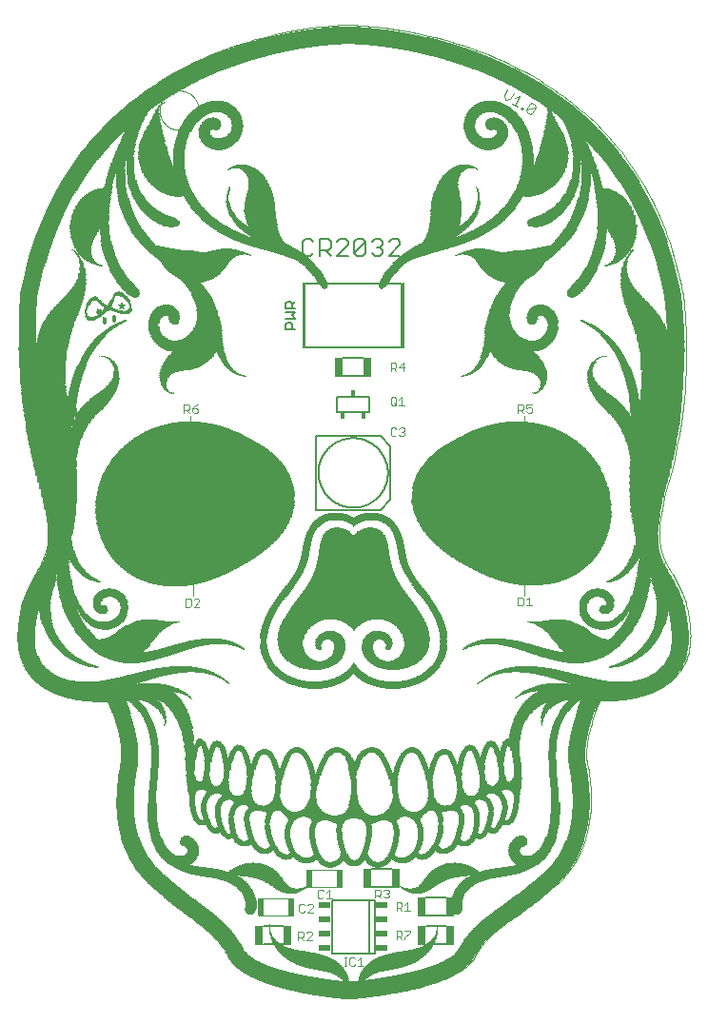
<source format=gto>
G75*
%MOIN*%
%OFA0B0*%
%FSLAX25Y25*%
%IPPOS*%
%LPD*%
%AMOC8*
5,1,8,0,0,1.08239X$1,22.5*
%
%ADD10C,0.00394*%
%ADD11C,0.00400*%
%ADD12C,0.00000*%
%ADD13R,0.01969X0.06299*%
%ADD14C,0.00300*%
%ADD15C,0.00800*%
%ADD16R,0.00492X0.01969*%
%ADD17R,0.01280X0.00886*%
%ADD18R,0.00886X0.00492*%
%ADD19R,0.00492X0.01673*%
%ADD20R,0.01378X0.01969*%
%ADD21R,0.00492X0.02362*%
%ADD22R,0.01181X0.06693*%
%ADD23R,0.02756X0.06693*%
%ADD24R,0.01673X0.01280*%
%ADD25R,0.01378X0.01378*%
%ADD26R,0.04331X0.01929*%
%ADD27C,0.00500*%
%ADD28R,0.01800X0.02300*%
%ADD29C,0.00600*%
%ADD30R,0.02953X0.06890*%
%ADD31R,0.01100X0.00110*%
%ADD32R,0.03520X0.00110*%
%ADD33R,0.05940X0.00110*%
%ADD34R,0.07920X0.00110*%
%ADD35R,0.10010X0.00110*%
%ADD36R,0.11770X0.00110*%
%ADD37R,0.13530X0.00110*%
%ADD38R,0.15180X0.00110*%
%ADD39R,0.16940X0.00110*%
%ADD40R,0.18480X0.00110*%
%ADD41R,0.19910X0.00110*%
%ADD42R,0.21450X0.00110*%
%ADD43R,0.22880X0.00110*%
%ADD44R,0.24200X0.00110*%
%ADD45R,0.25740X0.00110*%
%ADD46R,0.26950X0.00110*%
%ADD47R,0.28270X0.00110*%
%ADD48R,0.29480X0.00110*%
%ADD49R,0.30800X0.00110*%
%ADD50R,0.31900X0.00110*%
%ADD51R,0.33000X0.00110*%
%ADD52R,0.34210X0.00110*%
%ADD53R,0.35310X0.00110*%
%ADD54R,0.36410X0.00110*%
%ADD55R,0.37510X0.00110*%
%ADD56R,0.38500X0.00110*%
%ADD57R,0.39490X0.00110*%
%ADD58R,0.40480X0.00110*%
%ADD59R,0.41580X0.00110*%
%ADD60R,0.42460X0.00110*%
%ADD61R,0.43340X0.00110*%
%ADD62R,0.44330X0.00110*%
%ADD63R,0.45210X0.00110*%
%ADD64R,0.46090X0.00110*%
%ADD65R,0.46970X0.00110*%
%ADD66R,0.47850X0.00110*%
%ADD67R,0.48730X0.00110*%
%ADD68R,0.49500X0.00110*%
%ADD69R,0.50270X0.00110*%
%ADD70R,0.51040X0.00110*%
%ADD71R,0.51920X0.00110*%
%ADD72R,0.52580X0.00110*%
%ADD73R,0.53350X0.00110*%
%ADD74R,0.54120X0.00110*%
%ADD75R,0.54780X0.00110*%
%ADD76R,0.55550X0.00110*%
%ADD77R,0.56210X0.00110*%
%ADD78R,0.56870X0.00110*%
%ADD79R,0.57530X0.00110*%
%ADD80R,0.58190X0.00110*%
%ADD81R,0.58850X0.00110*%
%ADD82R,0.59510X0.00110*%
%ADD83R,0.60170X0.00110*%
%ADD84R,0.60720X0.00110*%
%ADD85R,0.61380X0.00110*%
%ADD86R,0.30360X0.00110*%
%ADD87R,0.30250X0.00110*%
%ADD88R,0.28050X0.00110*%
%ADD89R,0.01870X0.00110*%
%ADD90R,0.29370X0.00110*%
%ADD91R,0.27390X0.00110*%
%ADD92R,0.01980X0.00110*%
%ADD93R,0.28820X0.00110*%
%ADD94R,0.26620X0.00110*%
%ADD95R,0.29040X0.00110*%
%ADD96R,0.26070X0.00110*%
%ADD97R,0.02090X0.00110*%
%ADD98R,0.29370X0.00110*%
%ADD99R,0.25410X0.00110*%
%ADD100R,0.02200X0.00110*%
%ADD101R,0.26510X0.00110*%
%ADD102R,0.24750X0.00110*%
%ADD103R,0.02310X0.00110*%
%ADD104R,0.02200X0.00110*%
%ADD105R,0.25960X0.00110*%
%ADD106R,0.24310X0.00110*%
%ADD107R,0.25410X0.00110*%
%ADD108R,0.23760X0.00110*%
%ADD109R,0.02420X0.00110*%
%ADD110R,0.02530X0.00110*%
%ADD111R,0.23210X0.00110*%
%ADD112R,0.02530X0.00110*%
%ADD113R,0.02640X0.00110*%
%ADD114R,0.24420X0.00110*%
%ADD115R,0.22880X0.00110*%
%ADD116R,0.02750X0.00110*%
%ADD117R,0.23870X0.00110*%
%ADD118R,0.22440X0.00110*%
%ADD119R,0.02860X0.00110*%
%ADD120R,0.02750X0.00110*%
%ADD121R,0.23320X0.00110*%
%ADD122R,0.22000X0.00110*%
%ADD123R,0.21560X0.00110*%
%ADD124R,0.02970X0.00110*%
%ADD125R,0.03080X0.00110*%
%ADD126R,0.22550X0.00110*%
%ADD127R,0.21120X0.00110*%
%ADD128R,0.03190X0.00110*%
%ADD129R,0.22110X0.00110*%
%ADD130R,0.20790X0.00110*%
%ADD131R,0.03190X0.00110*%
%ADD132R,0.21670X0.00110*%
%ADD133R,0.20350X0.00110*%
%ADD134R,0.03410X0.00110*%
%ADD135R,0.03410X0.00110*%
%ADD136R,0.21230X0.00110*%
%ADD137R,0.20020X0.00110*%
%ADD138R,0.03520X0.00110*%
%ADD139R,0.20900X0.00110*%
%ADD140R,0.19690X0.00110*%
%ADD141R,0.03630X0.00110*%
%ADD142R,0.03630X0.00110*%
%ADD143R,0.20460X0.00110*%
%ADD144R,0.19360X0.00110*%
%ADD145R,0.03740X0.00110*%
%ADD146R,0.03740X0.00110*%
%ADD147R,0.20130X0.00110*%
%ADD148R,0.19030X0.00110*%
%ADD149R,0.03960X0.00110*%
%ADD150R,0.19800X0.00110*%
%ADD151R,0.18590X0.00110*%
%ADD152R,0.04070X0.00110*%
%ADD153R,0.04070X0.00110*%
%ADD154R,0.19470X0.00110*%
%ADD155R,0.18260X0.00110*%
%ADD156R,0.04290X0.00110*%
%ADD157R,0.19030X0.00110*%
%ADD158R,0.18040X0.00110*%
%ADD159R,0.04510X0.00110*%
%ADD160R,0.04400X0.00110*%
%ADD161R,0.18700X0.00110*%
%ADD162R,0.17710X0.00110*%
%ADD163R,0.04620X0.00110*%
%ADD164R,0.17380X0.00110*%
%ADD165R,0.04840X0.00110*%
%ADD166R,0.04730X0.00110*%
%ADD167R,0.18150X0.00110*%
%ADD168R,0.17160X0.00110*%
%ADD169R,0.04950X0.00110*%
%ADD170R,0.17820X0.00110*%
%ADD171R,0.05280X0.00110*%
%ADD172R,0.05280X0.00110*%
%ADD173R,0.17490X0.00110*%
%ADD174R,0.16500X0.00110*%
%ADD175R,0.05390X0.00110*%
%ADD176R,0.05500X0.00110*%
%ADD177R,0.17270X0.00110*%
%ADD178R,0.16280X0.00110*%
%ADD179R,0.05720X0.00110*%
%ADD180R,0.05720X0.00110*%
%ADD181R,0.16060X0.00110*%
%ADD182R,0.05940X0.00110*%
%ADD183R,0.05940X0.00110*%
%ADD184R,0.16610X0.00110*%
%ADD185R,0.15840X0.00110*%
%ADD186R,0.06380X0.00110*%
%ADD187R,0.06270X0.00110*%
%ADD188R,0.16390X0.00110*%
%ADD189R,0.15510X0.00110*%
%ADD190R,0.06600X0.00110*%
%ADD191R,0.16060X0.00110*%
%ADD192R,0.15290X0.00110*%
%ADD193R,0.06930X0.00110*%
%ADD194R,0.06930X0.00110*%
%ADD195R,0.15840X0.00110*%
%ADD196R,0.15070X0.00110*%
%ADD197R,0.07370X0.00110*%
%ADD198R,0.15620X0.00110*%
%ADD199R,0.14850X0.00110*%
%ADD200R,0.07810X0.00110*%
%ADD201R,0.15400X0.00110*%
%ADD202R,0.14630X0.00110*%
%ADD203R,0.08250X0.00110*%
%ADD204R,0.14300X0.00110*%
%ADD205R,0.08800X0.00110*%
%ADD206R,0.14850X0.00110*%
%ADD207R,0.14190X0.00110*%
%ADD208R,0.09240X0.00110*%
%ADD209R,0.09240X0.00110*%
%ADD210R,0.13860X0.00110*%
%ADD211R,0.09790X0.00110*%
%ADD212R,0.09680X0.00110*%
%ADD213R,0.14410X0.00110*%
%ADD214R,0.13640X0.00110*%
%ADD215R,0.10230X0.00110*%
%ADD216R,0.10340X0.00110*%
%ADD217R,0.14080X0.00110*%
%ADD218R,0.13420X0.00110*%
%ADD219R,0.10780X0.00110*%
%ADD220R,0.10780X0.00110*%
%ADD221R,0.13970X0.00110*%
%ADD222R,0.13310X0.00110*%
%ADD223R,0.11220X0.00110*%
%ADD224R,0.11220X0.00110*%
%ADD225R,0.13750X0.00110*%
%ADD226R,0.13090X0.00110*%
%ADD227R,0.11660X0.00110*%
%ADD228R,0.11550X0.00110*%
%ADD229R,0.13420X0.00110*%
%ADD230R,0.12870X0.00110*%
%ADD231R,0.12100X0.00110*%
%ADD232R,0.13200X0.00110*%
%ADD233R,0.12650X0.00110*%
%ADD234R,0.12430X0.00110*%
%ADD235R,0.12430X0.00110*%
%ADD236R,0.13090X0.00110*%
%ADD237R,0.12430X0.00110*%
%ADD238R,0.12760X0.00110*%
%ADD239R,0.12760X0.00110*%
%ADD240R,0.12320X0.00110*%
%ADD241R,0.13090X0.00110*%
%ADD242R,0.12650X0.00110*%
%ADD243R,0.12430X0.00110*%
%ADD244R,0.11990X0.00110*%
%ADD245R,0.13640X0.00110*%
%ADD246R,0.12210X0.00110*%
%ADD247R,0.13860X0.00110*%
%ADD248R,0.12100X0.00110*%
%ADD249R,0.14190X0.00110*%
%ADD250R,0.11880X0.00110*%
%ADD251R,0.11440X0.00110*%
%ADD252R,0.14520X0.00110*%
%ADD253R,0.11110X0.00110*%
%ADD254R,0.14740X0.00110*%
%ADD255R,0.11330X0.00110*%
%ADD256R,0.10890X0.00110*%
%ADD257R,0.11110X0.00110*%
%ADD258R,0.15070X0.00110*%
%ADD259R,0.11000X0.00110*%
%ADD260R,0.10560X0.00110*%
%ADD261R,0.15180X0.00110*%
%ADD262R,0.10450X0.00110*%
%ADD263R,0.10670X0.00110*%
%ADD264R,0.10230X0.00110*%
%ADD265R,0.15400X0.00110*%
%ADD266R,0.15510X0.00110*%
%ADD267R,0.10120X0.00110*%
%ADD268R,0.15510X0.00110*%
%ADD269R,0.15510X0.00110*%
%ADD270R,0.10340X0.00110*%
%ADD271R,0.10120X0.00110*%
%ADD272R,0.09900X0.00110*%
%ADD273R,0.15620X0.00110*%
%ADD274R,0.15730X0.00110*%
%ADD275R,0.10010X0.00110*%
%ADD276R,0.09680X0.00110*%
%ADD277R,0.15730X0.00110*%
%ADD278R,0.09570X0.00110*%
%ADD279R,0.09790X0.00110*%
%ADD280R,0.09460X0.00110*%
%ADD281R,0.15840X0.00110*%
%ADD282R,0.15840X0.00110*%
%ADD283R,0.09680X0.00110*%
%ADD284R,0.09350X0.00110*%
%ADD285R,0.09460X0.00110*%
%ADD286R,0.09130X0.00110*%
%ADD287R,0.09020X0.00110*%
%ADD288R,0.08910X0.00110*%
%ADD289R,0.08910X0.00110*%
%ADD290R,0.08910X0.00110*%
%ADD291R,0.08690X0.00110*%
%ADD292R,0.08580X0.00110*%
%ADD293R,0.08470X0.00110*%
%ADD294R,0.08580X0.00110*%
%ADD295R,0.08360X0.00110*%
%ADD296R,0.08470X0.00110*%
%ADD297R,0.08360X0.00110*%
%ADD298R,0.08140X0.00110*%
%ADD299R,0.08140X0.00110*%
%ADD300R,0.08030X0.00110*%
%ADD301R,0.07920X0.00110*%
%ADD302R,0.07700X0.00110*%
%ADD303R,0.15070X0.00110*%
%ADD304R,0.14960X0.00110*%
%ADD305R,0.07700X0.00110*%
%ADD306R,0.07810X0.00110*%
%ADD307R,0.14630X0.00110*%
%ADD308R,0.07590X0.00110*%
%ADD309R,0.07590X0.00110*%
%ADD310R,0.07480X0.00110*%
%ADD311R,0.07370X0.00110*%
%ADD312R,0.13970X0.00110*%
%ADD313R,0.07480X0.00110*%
%ADD314R,0.07370X0.00110*%
%ADD315R,0.07260X0.00110*%
%ADD316R,0.07260X0.00110*%
%ADD317R,0.07150X0.00110*%
%ADD318R,0.07150X0.00110*%
%ADD319R,0.12320X0.00110*%
%ADD320R,0.07040X0.00110*%
%ADD321R,0.11440X0.00110*%
%ADD322R,0.07040X0.00110*%
%ADD323R,0.06930X0.00110*%
%ADD324R,0.09790X0.00110*%
%ADD325R,0.07040X0.00110*%
%ADD326R,0.09130X0.00110*%
%ADD327R,0.08030X0.00110*%
%ADD328R,0.07480X0.00110*%
%ADD329R,0.06930X0.00110*%
%ADD330R,0.06050X0.00110*%
%ADD331R,0.05390X0.00110*%
%ADD332R,0.05060X0.00110*%
%ADD333R,0.05060X0.00110*%
%ADD334R,0.04730X0.00110*%
%ADD335R,0.04290X0.00110*%
%ADD336R,0.03960X0.00110*%
%ADD337R,0.07040X0.00110*%
%ADD338R,0.03850X0.00110*%
%ADD339R,0.03740X0.00110*%
%ADD340R,0.03300X0.00110*%
%ADD341R,0.03080X0.00110*%
%ADD342R,0.02970X0.00110*%
%ADD343R,0.02970X0.00110*%
%ADD344R,0.02640X0.00110*%
%ADD345R,0.02420X0.00110*%
%ADD346R,0.07260X0.00110*%
%ADD347R,0.02420X0.00110*%
%ADD348R,0.02310X0.00110*%
%ADD349R,0.01980X0.00110*%
%ADD350R,0.07370X0.00110*%
%ADD351R,0.01870X0.00110*%
%ADD352R,0.01870X0.00110*%
%ADD353R,0.07480X0.00110*%
%ADD354R,0.01760X0.00110*%
%ADD355R,0.01760X0.00110*%
%ADD356R,0.01650X0.00110*%
%ADD357R,0.01540X0.00110*%
%ADD358R,0.01650X0.00110*%
%ADD359R,0.07590X0.00110*%
%ADD360R,0.01540X0.00110*%
%ADD361R,0.01540X0.00110*%
%ADD362R,0.01430X0.00110*%
%ADD363R,0.01430X0.00110*%
%ADD364R,0.01320X0.00110*%
%ADD365R,0.01320X0.00110*%
%ADD366R,0.01210X0.00110*%
%ADD367R,0.01320X0.00110*%
%ADD368R,0.01210X0.00110*%
%ADD369R,0.01100X0.00110*%
%ADD370R,0.07810X0.00110*%
%ADD371R,0.00990X0.00110*%
%ADD372R,0.00990X0.00110*%
%ADD373R,0.07920X0.00110*%
%ADD374R,0.00990X0.00110*%
%ADD375R,0.00880X0.00110*%
%ADD376R,0.00990X0.00110*%
%ADD377R,0.00880X0.00110*%
%ADD378R,0.00770X0.00110*%
%ADD379R,0.00880X0.00110*%
%ADD380R,0.08140X0.00110*%
%ADD381R,0.00770X0.00110*%
%ADD382R,0.00770X0.00110*%
%ADD383R,0.00660X0.00110*%
%ADD384R,0.08030X0.00110*%
%ADD385R,0.00660X0.00110*%
%ADD386R,0.00660X0.00110*%
%ADD387R,0.08250X0.00110*%
%ADD388R,0.00660X0.00110*%
%ADD389R,0.00550X0.00110*%
%ADD390R,0.00440X0.00110*%
%ADD391R,0.00440X0.00110*%
%ADD392R,0.08470X0.00110*%
%ADD393R,0.00330X0.00110*%
%ADD394R,0.08360X0.00110*%
%ADD395R,0.00330X0.00110*%
%ADD396R,0.00330X0.00110*%
%ADD397R,0.08690X0.00110*%
%ADD398R,0.00330X0.00110*%
%ADD399R,0.00220X0.00110*%
%ADD400R,0.00220X0.00110*%
%ADD401R,0.00220X0.00110*%
%ADD402R,0.00220X0.00110*%
%ADD403R,0.08690X0.00110*%
%ADD404R,0.08910X0.00110*%
%ADD405R,0.00110X0.00110*%
%ADD406R,0.00110X0.00110*%
%ADD407R,0.09020X0.00110*%
%ADD408R,0.08800X0.00110*%
%ADD409R,0.09240X0.00110*%
%ADD410R,0.09020X0.00110*%
%ADD411R,0.09020X0.00110*%
%ADD412R,0.09460X0.00110*%
%ADD413R,0.09570X0.00110*%
%ADD414R,0.09130X0.00110*%
%ADD415R,0.09570X0.00110*%
%ADD416R,0.09680X0.00110*%
%ADD417R,0.09570X0.00110*%
%ADD418R,0.09900X0.00110*%
%ADD419R,0.10120X0.00110*%
%ADD420R,0.10010X0.00110*%
%ADD421R,0.10230X0.00110*%
%ADD422R,0.01430X0.00110*%
%ADD423R,0.01430X0.00110*%
%ADD424R,0.10120X0.00110*%
%ADD425R,0.01870X0.00110*%
%ADD426R,0.02090X0.00110*%
%ADD427R,0.02860X0.00110*%
%ADD428R,0.02970X0.00110*%
%ADD429R,0.03520X0.00110*%
%ADD430R,0.03520X0.00110*%
%ADD431R,0.10230X0.00110*%
%ADD432R,0.03850X0.00110*%
%ADD433R,0.09790X0.00110*%
%ADD434R,0.03740X0.00110*%
%ADD435R,0.10010X0.00110*%
%ADD436R,0.03960X0.00110*%
%ADD437R,0.03960X0.00110*%
%ADD438R,0.04070X0.00110*%
%ADD439R,0.04070X0.00110*%
%ADD440R,0.04180X0.00110*%
%ADD441R,0.04180X0.00110*%
%ADD442R,0.04840X0.00110*%
%ADD443R,0.04180X0.00110*%
%ADD444R,0.05500X0.00110*%
%ADD445R,0.04290X0.00110*%
%ADD446R,0.06490X0.00110*%
%ADD447R,0.09350X0.00110*%
%ADD448R,0.04400X0.00110*%
%ADD449R,0.07920X0.00110*%
%ADD450R,0.04510X0.00110*%
%ADD451R,0.04620X0.00110*%
%ADD452R,0.06160X0.00110*%
%ADD453R,0.04730X0.00110*%
%ADD454R,0.05830X0.00110*%
%ADD455R,0.05830X0.00110*%
%ADD456R,0.05720X0.00110*%
%ADD457R,0.05610X0.00110*%
%ADD458R,0.04840X0.00110*%
%ADD459R,0.05610X0.00110*%
%ADD460R,0.05060X0.00110*%
%ADD461R,0.00440X0.00110*%
%ADD462R,0.05170X0.00110*%
%ADD463R,0.05720X0.00110*%
%ADD464R,0.05170X0.00110*%
%ADD465R,0.05170X0.00110*%
%ADD466R,0.05610X0.00110*%
%ADD467R,0.05170X0.00110*%
%ADD468R,0.05830X0.00110*%
%ADD469R,0.06270X0.00110*%
%ADD470R,0.06050X0.00110*%
%ADD471R,0.06380X0.00110*%
%ADD472R,0.06160X0.00110*%
%ADD473R,0.06490X0.00110*%
%ADD474R,0.06380X0.00110*%
%ADD475R,0.06820X0.00110*%
%ADD476R,0.06820X0.00110*%
%ADD477R,0.06710X0.00110*%
%ADD478R,0.06710X0.00110*%
%ADD479R,0.06820X0.00110*%
%ADD480R,0.08140X0.00110*%
%ADD481R,0.10670X0.00110*%
%ADD482R,0.11660X0.00110*%
%ADD483R,0.11440X0.00110*%
%ADD484R,0.08470X0.00110*%
%ADD485R,0.11990X0.00110*%
%ADD486R,0.12870X0.00110*%
%ADD487R,0.12980X0.00110*%
%ADD488R,0.12980X0.00110*%
%ADD489R,0.28600X0.00110*%
%ADD490R,0.29040X0.00110*%
%ADD491R,0.29040X0.00110*%
%ADD492R,0.29590X0.00110*%
%ADD493R,0.29920X0.00110*%
%ADD494R,0.29920X0.00110*%
%ADD495R,0.30360X0.00110*%
%ADD496R,0.30250X0.00110*%
%ADD497R,0.30690X0.00110*%
%ADD498R,0.31020X0.00110*%
%ADD499R,0.30910X0.00110*%
%ADD500R,0.31350X0.00110*%
%ADD501R,0.31570X0.00110*%
%ADD502R,0.31680X0.00110*%
%ADD503R,0.32120X0.00110*%
%ADD504R,0.14960X0.00110*%
%ADD505R,0.14960X0.00110*%
%ADD506R,0.16720X0.00110*%
%ADD507R,0.08030X0.00110*%
%ADD508R,0.14960X0.00110*%
%ADD509R,0.16170X0.00110*%
%ADD510R,0.16170X0.00110*%
%ADD511R,0.15950X0.00110*%
%ADD512R,0.14520X0.00110*%
%ADD513R,0.14300X0.00110*%
%ADD514R,0.07810X0.00110*%
%ADD515R,0.14080X0.00110*%
%ADD516R,0.14080X0.00110*%
%ADD517R,0.14740X0.00110*%
%ADD518R,0.13860X0.00110*%
%ADD519R,0.12320X0.00110*%
%ADD520R,0.11880X0.00110*%
%ADD521R,0.11880X0.00110*%
%ADD522R,0.10560X0.00110*%
%ADD523R,0.04620X0.00110*%
%ADD524R,0.06600X0.00110*%
%ADD525R,0.04950X0.00110*%
%ADD526R,0.03300X0.00110*%
%ADD527R,0.06270X0.00110*%
%ADD528R,0.03190X0.00110*%
%ADD529R,0.10340X0.00110*%
%ADD530R,0.10560X0.00110*%
%ADD531R,0.02530X0.00110*%
%ADD532R,0.03410X0.00110*%
%ADD533R,0.02530X0.00110*%
%ADD534R,0.05830X0.00110*%
%ADD535R,0.10560X0.00110*%
%ADD536R,0.02310X0.00110*%
%ADD537R,0.11330X0.00110*%
%ADD538R,0.05060X0.00110*%
%ADD539R,0.11550X0.00110*%
%ADD540R,0.04730X0.00110*%
%ADD541R,0.11770X0.00110*%
%ADD542R,0.11880X0.00110*%
%ADD543R,0.04180X0.00110*%
%ADD544R,0.12540X0.00110*%
%ADD545R,0.05280X0.00110*%
%ADD546R,0.03080X0.00110*%
%ADD547R,0.05390X0.00110*%
%ADD548R,0.04510X0.00110*%
%ADD549R,0.06820X0.00110*%
%ADD550R,0.01980X0.00110*%
%ADD551R,0.02640X0.00110*%
%ADD552R,0.01980X0.00110*%
%ADD553R,0.03190X0.00110*%
%ADD554R,0.06710X0.00110*%
%ADD555R,0.02310X0.00110*%
%ADD556R,0.02420X0.00110*%
%ADD557R,0.05280X0.00110*%
%ADD558R,0.02090X0.00110*%
%ADD559R,0.04510X0.00110*%
%ADD560R,0.01760X0.00110*%
%ADD561R,0.06490X0.00110*%
%ADD562R,0.08360X0.00110*%
%ADD563R,0.06490X0.00110*%
%ADD564R,0.01760X0.00110*%
%ADD565R,0.03410X0.00110*%
%ADD566R,0.02860X0.00110*%
%ADD567R,0.02860X0.00110*%
%ADD568R,0.04620X0.00110*%
%ADD569R,0.06380X0.00110*%
%ADD570R,0.04290X0.00110*%
%ADD571R,0.06270X0.00110*%
%ADD572R,0.03630X0.00110*%
%ADD573R,0.04840X0.00110*%
%ADD574R,0.03630X0.00110*%
%ADD575R,0.06160X0.00110*%
%ADD576R,0.06160X0.00110*%
%ADD577R,0.02090X0.00110*%
%ADD578R,0.05390X0.00110*%
%ADD579R,0.05940X0.00110*%
%ADD580R,0.12540X0.00110*%
%ADD581R,0.31790X0.00110*%
%ADD582R,0.32230X0.00110*%
%ADD583R,0.32670X0.00110*%
%ADD584R,0.33220X0.00110*%
%ADD585R,0.33990X0.00110*%
%ADD586R,0.47630X0.00110*%
%ADD587R,0.47850X0.00110*%
%ADD588R,0.16610X0.00110*%
%ADD589R,0.15290X0.00110*%
%ADD590R,0.14740X0.00110*%
%ADD591R,0.14410X0.00110*%
%ADD592R,0.14410X0.00110*%
%ADD593R,0.14410X0.00110*%
%ADD594R,0.13860X0.00110*%
%ADD595R,0.13970X0.00110*%
%ADD596R,0.12760X0.00110*%
%ADD597R,0.12760X0.00110*%
%ADD598R,0.03080X0.00110*%
%ADD599R,0.11770X0.00110*%
%ADD600R,0.11330X0.00110*%
%ADD601R,0.11220X0.00110*%
%ADD602R,0.10890X0.00110*%
%ADD603R,0.10890X0.00110*%
%ADD604R,0.10450X0.00110*%
%ADD605R,0.08690X0.00110*%
%ADD606R,0.14630X0.00110*%
%ADD607R,0.14630X0.00110*%
%ADD608R,0.14520X0.00110*%
%ADD609R,0.08580X0.00110*%
%ADD610R,0.02640X0.00110*%
%ADD611R,0.01540X0.00110*%
%ADD612R,0.00770X0.00110*%
%ADD613R,0.01320X0.00110*%
%ADD614R,0.06710X0.00110*%
%ADD615R,0.19910X0.00110*%
%ADD616R,0.13090X0.00110*%
%ADD617R,0.20570X0.00110*%
%ADD618R,0.21120X0.00110*%
%ADD619R,0.28380X0.00110*%
%ADD620R,0.18810X0.00110*%
%ADD621R,0.35640X0.00110*%
%ADD622R,0.37730X0.00110*%
%ADD623R,0.36190X0.00110*%
%ADD624R,0.38170X0.00110*%
%ADD625R,0.36740X0.00110*%
%ADD626R,0.38500X0.00110*%
%ADD627R,0.37180X0.00110*%
%ADD628R,0.38830X0.00110*%
%ADD629R,0.37620X0.00110*%
%ADD630R,0.39270X0.00110*%
%ADD631R,0.37840X0.00110*%
%ADD632R,0.39600X0.00110*%
%ADD633R,0.38170X0.00110*%
%ADD634R,0.39820X0.00110*%
%ADD635R,0.40150X0.00110*%
%ADD636R,0.40370X0.00110*%
%ADD637R,0.39050X0.00110*%
%ADD638R,0.40590X0.00110*%
%ADD639R,0.39270X0.00110*%
%ADD640R,0.40810X0.00110*%
%ADD641R,0.41030X0.00110*%
%ADD642R,0.39710X0.00110*%
%ADD643R,0.41250X0.00110*%
%ADD644R,0.39930X0.00110*%
%ADD645R,0.41470X0.00110*%
%ADD646R,0.41690X0.00110*%
%ADD647R,0.40260X0.00110*%
%ADD648R,0.41690X0.00110*%
%ADD649R,0.40370X0.00110*%
%ADD650R,0.41910X0.00110*%
%ADD651R,0.42020X0.00110*%
%ADD652R,0.40700X0.00110*%
%ADD653R,0.42240X0.00110*%
%ADD654R,0.42350X0.00110*%
%ADD655R,0.40920X0.00110*%
%ADD656R,0.42350X0.00110*%
%ADD657R,0.40920X0.00110*%
%ADD658R,0.40920X0.00110*%
%ADD659R,0.46750X0.00110*%
%ADD660R,0.41030X0.00110*%
%ADD661R,0.46750X0.00110*%
%ADD662R,0.41140X0.00110*%
%ADD663R,0.46420X0.00110*%
%ADD664R,0.46310X0.00110*%
%ADD665R,0.46310X0.00110*%
%ADD666R,0.46640X0.00110*%
%ADD667R,0.46200X0.00110*%
%ADD668R,0.46640X0.00110*%
%ADD669R,0.46530X0.00110*%
%ADD670R,0.46090X0.00110*%
%ADD671R,0.46420X0.00110*%
%ADD672R,0.45980X0.00110*%
%ADD673R,0.46310X0.00110*%
%ADD674R,0.45980X0.00110*%
%ADD675R,0.45870X0.00110*%
%ADD676R,0.45760X0.00110*%
%ADD677R,0.10340X0.00110*%
%ADD678R,0.45540X0.00110*%
%ADD679R,0.45760X0.00110*%
%ADD680R,0.11220X0.00110*%
%ADD681R,0.45540X0.00110*%
%ADD682R,0.45650X0.00110*%
%ADD683R,0.45320X0.00110*%
%ADD684R,0.45430X0.00110*%
%ADD685R,0.45100X0.00110*%
%ADD686R,0.45320X0.00110*%
%ADD687R,0.44880X0.00110*%
%ADD688R,0.44990X0.00110*%
%ADD689R,0.44550X0.00110*%
%ADD690R,0.44550X0.00110*%
%ADD691R,0.44330X0.00110*%
%ADD692R,0.44110X0.00110*%
%ADD693R,0.43890X0.00110*%
%ADD694R,0.33550X0.00110*%
%ADD695R,0.33110X0.00110*%
%ADD696R,0.33880X0.00110*%
%ADD697R,0.16720X0.00110*%
%ADD698R,0.34320X0.00110*%
%ADD699R,0.17270X0.00110*%
%ADD700R,0.33990X0.00110*%
%ADD701R,0.34870X0.00110*%
%ADD702R,0.17710X0.00110*%
%ADD703R,0.34430X0.00110*%
%ADD704R,0.35420X0.00110*%
%ADD705R,0.34980X0.00110*%
%ADD706R,0.35860X0.00110*%
%ADD707R,0.36300X0.00110*%
%ADD708R,0.19140X0.00110*%
%ADD709R,0.35970X0.00110*%
%ADD710R,0.36850X0.00110*%
%ADD711R,0.19580X0.00110*%
%ADD712R,0.19580X0.00110*%
%ADD713R,0.15730X0.00110*%
%ADD714R,0.17380X0.00110*%
%ADD715R,0.00440X0.00110*%
%ADD716R,0.16280X0.00110*%
%ADD717R,0.11990X0.00110*%
%ADD718R,0.11660X0.00110*%
%ADD719R,0.10780X0.00110*%
%ADD720R,0.13420X0.00110*%
%ADD721R,0.13420X0.00110*%
%ADD722R,0.12980X0.00110*%
%ADD723R,0.12980X0.00110*%
%ADD724R,0.13310X0.00110*%
%ADD725R,0.15180X0.00110*%
%ADD726R,0.24090X0.00110*%
%ADD727R,0.23430X0.00110*%
%ADD728R,0.23430X0.00110*%
%ADD729R,0.22660X0.00110*%
%ADD730R,0.21890X0.00110*%
%ADD731R,0.21010X0.00110*%
%ADD732R,0.21010X0.00110*%
%ADD733R,0.20130X0.00110*%
%ADD734R,0.20240X0.00110*%
%ADD735R,0.18480X0.00110*%
%ADD736R,0.11110X0.00110*%
%ADD737R,0.12210X0.00110*%
%ADD738R,0.13640X0.00110*%
%ADD739R,0.14740X0.00110*%
%ADD740R,0.16500X0.00110*%
%ADD741R,0.16830X0.00110*%
%ADD742R,0.16720X0.00110*%
%ADD743R,0.17050X0.00110*%
%ADD744R,0.17380X0.00110*%
%ADD745R,0.17600X0.00110*%
%ADD746R,0.11000X0.00110*%
%ADD747R,0.15290X0.00110*%
%ADD748R,0.17380X0.00110*%
%ADD749R,0.17930X0.00110*%
%ADD750R,0.17930X0.00110*%
%ADD751R,0.18700X0.00110*%
%ADD752R,0.19250X0.00110*%
%ADD753R,0.19800X0.00110*%
%ADD754R,0.20460X0.00110*%
%ADD755R,0.21560X0.00110*%
%ADD756R,0.22220X0.00110*%
%ADD757R,0.22660X0.00110*%
%ADD758R,0.23210X0.00110*%
%ADD759R,0.23870X0.00110*%
%ADD760R,0.24420X0.00110*%
%ADD761R,0.24310X0.00110*%
%ADD762R,0.24970X0.00110*%
%ADD763R,0.24860X0.00110*%
%ADD764R,0.25300X0.00110*%
%ADD765R,0.25850X0.00110*%
%ADD766R,0.26510X0.00110*%
%ADD767R,0.08580X0.00110*%
%ADD768R,0.27500X0.00110*%
%ADD769R,0.27940X0.00110*%
%ADD770R,0.28490X0.00110*%
%ADD771R,0.28490X0.00110*%
%ADD772R,0.16060X0.00110*%
%ADD773R,0.16390X0.00110*%
%ADD774R,0.11770X0.00110*%
%ADD775R,0.17820X0.00110*%
%ADD776R,0.18370X0.00110*%
%ADD777R,0.18920X0.00110*%
%ADD778R,0.01210X0.00110*%
%ADD779R,0.19140X0.00110*%
%ADD780R,0.19470X0.00110*%
%ADD781R,0.19910X0.00110*%
%ADD782R,0.20350X0.00110*%
%ADD783R,0.20680X0.00110*%
%ADD784R,0.21340X0.00110*%
%ADD785R,0.21340X0.00110*%
%ADD786R,0.21560X0.00110*%
%ADD787R,0.21780X0.00110*%
%ADD788R,0.21780X0.00110*%
%ADD789R,0.22220X0.00110*%
%ADD790R,0.22330X0.00110*%
%ADD791R,0.22330X0.00110*%
%ADD792R,0.22550X0.00110*%
%ADD793R,0.22770X0.00110*%
%ADD794R,0.22770X0.00110*%
%ADD795R,0.22990X0.00110*%
%ADD796R,0.22990X0.00110*%
%ADD797R,0.18150X0.00110*%
%ADD798R,0.23650X0.00110*%
%ADD799R,0.17490X0.00110*%
%ADD800R,0.17490X0.00110*%
%ADD801R,0.23540X0.00110*%
%ADD802R,0.16830X0.00110*%
%ADD803R,0.23980X0.00110*%
%ADD804R,0.23980X0.00110*%
%ADD805R,0.24420X0.00110*%
%ADD806R,0.24640X0.00110*%
%ADD807R,0.13530X0.00110*%
%ADD808R,0.24530X0.00110*%
%ADD809R,0.12540X0.00110*%
%ADD810R,0.25190X0.00110*%
%ADD811R,0.17820X0.00110*%
%ADD812R,0.16940X0.00110*%
%ADD813R,0.17050X0.00110*%
%ADD814R,0.16170X0.00110*%
%ADD815R,0.15730X0.00110*%
%ADD816R,0.15620X0.00110*%
%ADD817R,0.00550X0.00110*%
%ADD818R,0.15180X0.00110*%
%ADD819R,0.15070X0.00110*%
%ADD820R,0.10670X0.00110*%
%ADD821R,0.11330X0.00110*%
%ADD822R,0.11660X0.00110*%
%ADD823R,0.15620X0.00110*%
%ADD824R,0.12210X0.00110*%
%ADD825R,0.13200X0.00110*%
%ADD826R,0.14080X0.00110*%
%ADD827R,0.48840X0.00110*%
%ADD828R,0.48730X0.00110*%
%ADD829R,0.48620X0.00110*%
%ADD830R,0.48510X0.00110*%
%ADD831R,0.48290X0.00110*%
%ADD832R,0.48290X0.00110*%
%ADD833R,0.48070X0.00110*%
%ADD834R,0.47740X0.00110*%
%ADD835R,0.47410X0.00110*%
%ADD836R,0.47190X0.00110*%
%ADD837R,0.47080X0.00110*%
%ADD838R,0.46970X0.00110*%
%ADD839R,0.45650X0.00110*%
%ADD840R,0.44990X0.00110*%
%ADD841R,0.44770X0.00110*%
%ADD842R,0.44330X0.00110*%
%ADD843R,0.44110X0.00110*%
%ADD844R,0.44000X0.00110*%
%ADD845R,0.43670X0.00110*%
%ADD846R,0.43450X0.00110*%
%ADD847R,0.43450X0.00110*%
%ADD848R,0.43230X0.00110*%
%ADD849R,0.43010X0.00110*%
%ADD850R,0.42900X0.00110*%
%ADD851R,0.42790X0.00110*%
%ADD852R,0.42570X0.00110*%
%ADD853R,0.42130X0.00110*%
%ADD854R,0.41910X0.00110*%
%ADD855R,0.41580X0.00110*%
%ADD856R,0.40920X0.00110*%
%ADD857R,0.40810X0.00110*%
%ADD858R,0.40150X0.00110*%
%ADD859R,0.39600X0.00110*%
%ADD860R,0.39270X0.00110*%
%ADD861R,0.38940X0.00110*%
%ADD862R,0.38830X0.00110*%
%ADD863R,0.38610X0.00110*%
%ADD864R,0.38390X0.00110*%
%ADD865R,0.38280X0.00110*%
%ADD866R,0.38170X0.00110*%
%ADD867R,0.37950X0.00110*%
%ADD868R,0.37730X0.00110*%
%ADD869R,0.37620X0.00110*%
%ADD870R,0.05610X0.00110*%
%ADD871R,0.37290X0.00110*%
%ADD872R,0.37070X0.00110*%
%ADD873R,0.36960X0.00110*%
%ADD874R,0.36850X0.00110*%
%ADD875R,0.36630X0.00110*%
%ADD876R,0.36190X0.00110*%
%ADD877R,0.35970X0.00110*%
%ADD878R,0.35750X0.00110*%
%ADD879R,0.35530X0.00110*%
%ADD880R,0.35200X0.00110*%
%ADD881R,0.35090X0.00110*%
%ADD882R,0.34870X0.00110*%
%ADD883R,0.34650X0.00110*%
%ADD884R,0.33770X0.00110*%
%ADD885R,0.33660X0.00110*%
%ADD886R,0.33330X0.00110*%
%ADD887R,0.33220X0.00110*%
%ADD888R,0.32890X0.00110*%
%ADD889R,0.32780X0.00110*%
%ADD890R,0.32450X0.00110*%
%ADD891R,0.12870X0.00110*%
%ADD892R,0.32230X0.00110*%
%ADD893R,0.32010X0.00110*%
%ADD894R,0.31570X0.00110*%
%ADD895R,0.20020X0.00110*%
%ADD896R,0.31130X0.00110*%
%ADD897R,0.20790X0.00110*%
%ADD898R,0.31020X0.00110*%
%ADD899R,0.21450X0.00110*%
%ADD900R,0.20020X0.00110*%
%ADD901R,0.20790X0.00110*%
%ADD902R,0.30470X0.00110*%
%ADD903R,0.22110X0.00110*%
%ADD904R,0.30030X0.00110*%
%ADD905R,0.26290X0.00110*%
%ADD906R,0.26840X0.00110*%
%ADD907R,0.29810X0.00110*%
%ADD908R,0.27390X0.00110*%
%ADD909R,0.29810X0.00110*%
%ADD910R,0.26400X0.00110*%
%ADD911R,0.27830X0.00110*%
%ADD912R,0.26950X0.00110*%
%ADD913R,0.28380X0.00110*%
%ADD914R,0.28930X0.00110*%
%ADD915R,0.27940X0.00110*%
%ADD916R,0.29920X0.00110*%
%ADD917R,0.29150X0.00110*%
%ADD918R,0.30360X0.00110*%
%ADD919R,0.29150X0.00110*%
%ADD920R,0.31240X0.00110*%
%ADD921R,0.31680X0.00110*%
%ADD922R,0.32010X0.00110*%
%ADD923R,0.28710X0.00110*%
%ADD924R,0.31460X0.00110*%
%ADD925R,0.32560X0.00110*%
%ADD926R,0.28710X0.00110*%
%ADD927R,0.31790X0.00110*%
%ADD928R,0.33000X0.00110*%
%ADD929R,0.32340X0.00110*%
%ADD930R,0.34100X0.00110*%
%ADD931R,0.28270X0.00110*%
%ADD932R,0.33550X0.00110*%
%ADD933R,0.34540X0.00110*%
%ADD934R,0.34430X0.00110*%
%ADD935R,0.35420X0.00110*%
%ADD936R,0.34760X0.00110*%
%ADD937R,0.35200X0.00110*%
%ADD938R,0.27830X0.00110*%
%ADD939R,0.35530X0.00110*%
%ADD940R,0.36520X0.00110*%
%ADD941R,0.27720X0.00110*%
%ADD942R,0.27610X0.00110*%
%ADD943R,0.37950X0.00110*%
%ADD944R,0.27390X0.00110*%
%ADD945R,0.37400X0.00110*%
%ADD946R,0.38390X0.00110*%
%ADD947R,0.38720X0.00110*%
%ADD948R,0.27170X0.00110*%
%ADD949R,0.27170X0.00110*%
%ADD950R,0.40040X0.00110*%
%ADD951R,0.27060X0.00110*%
%ADD952R,0.39930X0.00110*%
%ADD953R,0.40370X0.00110*%
%ADD954R,0.41250X0.00110*%
%ADD955R,0.26730X0.00110*%
%ADD956R,0.26730X0.00110*%
%ADD957R,0.42240X0.00110*%
%ADD958R,0.26620X0.00110*%
%ADD959R,0.42680X0.00110*%
%ADD960R,0.42900X0.00110*%
%ADD961R,0.43230X0.00110*%
%ADD962R,0.43560X0.00110*%
%ADD963R,0.43780X0.00110*%
%ADD964R,0.44440X0.00110*%
%ADD965R,0.26290X0.00110*%
%ADD966R,0.44440X0.00110*%
%ADD967R,0.44990X0.00110*%
%ADD968R,0.44660X0.00110*%
%ADD969R,0.25960X0.00110*%
%ADD970R,0.45870X0.00110*%
%ADD971R,0.47190X0.00110*%
%ADD972R,0.25740X0.00110*%
%ADD973R,0.46970X0.00110*%
%ADD974R,0.47520X0.00110*%
%ADD975R,0.25630X0.00110*%
%ADD976R,0.47190X0.00110*%
%ADD977R,0.47520X0.00110*%
%ADD978R,0.47740X0.00110*%
%ADD979R,0.48290X0.00110*%
%ADD980R,0.48510X0.00110*%
%ADD981R,0.25520X0.00110*%
%ADD982R,0.48400X0.00110*%
%ADD983R,0.48620X0.00110*%
%ADD984R,0.49060X0.00110*%
%ADD985R,0.48840X0.00110*%
%ADD986R,0.49390X0.00110*%
%ADD987R,0.49060X0.00110*%
%ADD988R,0.49830X0.00110*%
%ADD989R,0.25300X0.00110*%
%ADD990R,0.49610X0.00110*%
%ADD991R,0.10890X0.00110*%
%ADD992R,0.50050X0.00110*%
%ADD993R,0.49940X0.00110*%
%ADD994R,0.50380X0.00110*%
%ADD995R,0.50600X0.00110*%
%ADD996R,0.50380X0.00110*%
%ADD997R,0.50820X0.00110*%
%ADD998R,0.10780X0.00110*%
%ADD999R,0.51040X0.00110*%
%ADD1000R,0.25190X0.00110*%
%ADD1001R,0.50930X0.00110*%
%ADD1002R,0.51370X0.00110*%
%ADD1003R,0.25080X0.00110*%
%ADD1004R,0.51150X0.00110*%
%ADD1005R,0.51480X0.00110*%
%ADD1006R,0.51810X0.00110*%
%ADD1007R,0.51590X0.00110*%
%ADD1008R,0.52030X0.00110*%
%ADD1009R,0.51920X0.00110*%
%ADD1010R,0.52360X0.00110*%
%ADD1011R,0.24970X0.00110*%
%ADD1012R,0.52030X0.00110*%
%ADD1013R,0.52470X0.00110*%
%ADD1014R,0.52360X0.00110*%
%ADD1015R,0.52690X0.00110*%
%ADD1016R,0.53020X0.00110*%
%ADD1017R,0.52800X0.00110*%
%ADD1018R,0.53130X0.00110*%
%ADD1019R,0.53460X0.00110*%
%ADD1020R,0.24750X0.00110*%
%ADD1021R,0.53240X0.00110*%
%ADD1022R,0.53680X0.00110*%
%ADD1023R,0.53570X0.00110*%
%ADD1024R,0.53790X0.00110*%
%ADD1025R,0.53680X0.00110*%
%ADD1026R,0.53900X0.00110*%
%ADD1027R,0.54340X0.00110*%
%ADD1028R,0.54230X0.00110*%
%ADD1029R,0.54450X0.00110*%
%ADD1030R,0.54340X0.00110*%
%ADD1031R,0.54780X0.00110*%
%ADD1032R,0.24530X0.00110*%
%ADD1033R,0.54560X0.00110*%
%ADD1034R,0.55000X0.00110*%
%ADD1035R,0.54890X0.00110*%
%ADD1036R,0.55110X0.00110*%
%ADD1037R,0.55330X0.00110*%
%ADD1038R,0.55220X0.00110*%
%ADD1039R,0.55440X0.00110*%
%ADD1040R,0.55770X0.00110*%
%ADD1041R,0.55660X0.00110*%
%ADD1042R,0.55990X0.00110*%
%ADD1043R,0.55880X0.00110*%
%ADD1044R,0.56100X0.00110*%
%ADD1045R,0.56430X0.00110*%
%ADD1046R,0.56320X0.00110*%
%ADD1047R,0.56540X0.00110*%
%ADD1048R,0.56430X0.00110*%
%ADD1049R,0.56760X0.00110*%
%ADD1050R,0.56650X0.00110*%
%ADD1051R,0.56870X0.00110*%
%ADD1052R,0.56760X0.00110*%
%ADD1053R,0.57090X0.00110*%
%ADD1054R,0.56980X0.00110*%
%ADD1055R,0.57310X0.00110*%
%ADD1056R,0.57310X0.00110*%
%ADD1057R,0.57530X0.00110*%
%ADD1058R,0.24090X0.00110*%
%ADD1059R,0.57420X0.00110*%
%ADD1060R,0.57750X0.00110*%
%ADD1061R,0.57640X0.00110*%
%ADD1062R,0.57860X0.00110*%
%ADD1063R,0.58080X0.00110*%
%ADD1064R,0.57970X0.00110*%
%ADD1065R,0.58190X0.00110*%
%ADD1066R,0.58080X0.00110*%
%ADD1067R,0.58410X0.00110*%
%ADD1068R,0.23870X0.00110*%
%ADD1069R,0.58300X0.00110*%
%ADD1070R,0.58630X0.00110*%
%ADD1071R,0.58520X0.00110*%
%ADD1072R,0.58850X0.00110*%
%ADD1073R,0.58740X0.00110*%
%ADD1074R,0.58960X0.00110*%
%ADD1075R,0.59180X0.00110*%
%ADD1076R,0.23650X0.00110*%
%ADD1077R,0.59070X0.00110*%
%ADD1078R,0.59290X0.00110*%
%ADD1079R,0.59180X0.00110*%
%ADD1080R,0.59400X0.00110*%
%ADD1081R,0.59620X0.00110*%
%ADD1082R,0.59840X0.00110*%
%ADD1083R,0.23540X0.00110*%
%ADD1084R,0.59730X0.00110*%
%ADD1085R,0.59950X0.00110*%
%ADD1086R,0.59840X0.00110*%
%ADD1087R,0.60060X0.00110*%
%ADD1088R,0.23430X0.00110*%
%ADD1089R,0.60280X0.00110*%
%ADD1090R,0.23320X0.00110*%
%ADD1091R,0.60390X0.00110*%
%ADD1092R,0.60280X0.00110*%
%ADD1093R,0.60610X0.00110*%
%ADD1094R,0.60500X0.00110*%
%ADD1095R,0.60940X0.00110*%
%ADD1096R,0.22990X0.00110*%
%ADD1097R,0.60830X0.00110*%
%ADD1098R,0.61050X0.00110*%
%ADD1099R,0.60940X0.00110*%
%ADD1100R,0.61160X0.00110*%
%ADD1101R,0.61270X0.00110*%
%ADD1102R,0.61490X0.00110*%
%ADD1103R,0.61380X0.00110*%
%ADD1104R,0.61710X0.00110*%
%ADD1105R,0.22660X0.00110*%
%ADD1106R,0.61600X0.00110*%
%ADD1107R,0.61820X0.00110*%
%ADD1108R,0.61710X0.00110*%
%ADD1109R,0.61930X0.00110*%
%ADD1110R,0.61930X0.00110*%
%ADD1111R,0.62040X0.00110*%
%ADD1112R,0.62150X0.00110*%
%ADD1113R,0.62370X0.00110*%
%ADD1114R,0.22220X0.00110*%
%ADD1115R,0.62260X0.00110*%
%ADD1116R,0.62480X0.00110*%
%ADD1117R,0.62370X0.00110*%
%ADD1118R,0.62590X0.00110*%
%ADD1119R,0.62810X0.00110*%
%ADD1120R,0.21890X0.00110*%
%ADD1121R,0.62700X0.00110*%
%ADD1122R,0.62920X0.00110*%
%ADD1123R,0.21670X0.00110*%
%ADD1124R,0.62810X0.00110*%
%ADD1125R,0.62920X0.00110*%
%ADD1126R,0.21670X0.00110*%
%ADD1127R,0.63030X0.00110*%
%ADD1128R,0.63140X0.00110*%
%ADD1129R,0.63250X0.00110*%
%ADD1130R,0.63470X0.00110*%
%ADD1131R,0.63360X0.00110*%
%ADD1132R,0.63580X0.00110*%
%ADD1133R,0.63580X0.00110*%
%ADD1134R,0.63580X0.00110*%
%ADD1135R,0.63800X0.00110*%
%ADD1136R,0.63910X0.00110*%
%ADD1137R,0.64020X0.00110*%
%ADD1138R,0.63910X0.00110*%
%ADD1139R,0.64240X0.00110*%
%ADD1140R,0.64130X0.00110*%
%ADD1141R,0.64240X0.00110*%
%ADD1142R,0.64240X0.00110*%
%ADD1143R,0.64350X0.00110*%
%ADD1144R,0.64240X0.00110*%
%ADD1145R,0.64460X0.00110*%
%ADD1146R,0.64460X0.00110*%
%ADD1147R,0.64680X0.00110*%
%ADD1148R,0.64570X0.00110*%
%ADD1149R,0.64790X0.00110*%
%ADD1150R,0.07590X0.00110*%
%ADD1151R,0.64680X0.00110*%
%ADD1152R,0.65010X0.00110*%
%ADD1153R,0.64900X0.00110*%
%ADD1154R,0.65120X0.00110*%
%ADD1155R,0.65120X0.00110*%
%ADD1156R,0.65230X0.00110*%
%ADD1157R,0.65230X0.00110*%
%ADD1158R,0.65340X0.00110*%
%ADD1159R,0.65340X0.00110*%
%ADD1160R,0.65450X0.00110*%
%ADD1161R,0.65560X0.00110*%
%ADD1162R,0.65670X0.00110*%
%ADD1163R,0.65780X0.00110*%
%ADD1164R,0.65780X0.00110*%
%ADD1165R,0.65890X0.00110*%
%ADD1166R,0.65780X0.00110*%
%ADD1167R,0.65890X0.00110*%
%ADD1168R,0.66000X0.00110*%
%ADD1169R,0.66220X0.00110*%
%ADD1170R,0.66110X0.00110*%
%ADD1171R,0.66220X0.00110*%
%ADD1172R,0.66330X0.00110*%
%ADD1173R,0.66220X0.00110*%
%ADD1174R,0.66330X0.00110*%
%ADD1175R,0.66330X0.00110*%
%ADD1176R,0.66550X0.00110*%
%ADD1177R,0.66660X0.00110*%
%ADD1178R,0.66660X0.00110*%
%ADD1179R,0.66770X0.00110*%
%ADD1180R,0.66660X0.00110*%
%ADD1181R,0.66770X0.00110*%
%ADD1182R,0.66770X0.00110*%
%ADD1183R,0.66990X0.00110*%
%ADD1184R,0.66880X0.00110*%
%ADD1185R,0.67100X0.00110*%
%ADD1186R,0.67100X0.00110*%
%ADD1187R,0.67210X0.00110*%
%ADD1188R,0.67320X0.00110*%
%ADD1189R,0.67430X0.00110*%
%ADD1190R,0.67430X0.00110*%
%ADD1191R,0.67540X0.00110*%
%ADD1192R,0.67540X0.00110*%
%ADD1193R,0.67540X0.00110*%
%ADD1194R,0.67540X0.00110*%
%ADD1195R,0.67650X0.00110*%
%ADD1196R,0.67760X0.00110*%
%ADD1197R,0.67870X0.00110*%
%ADD1198R,0.67870X0.00110*%
%ADD1199R,0.67870X0.00110*%
%ADD1200R,0.67980X0.00110*%
%ADD1201R,0.67870X0.00110*%
%ADD1202R,0.67980X0.00110*%
%ADD1203R,0.68090X0.00110*%
%ADD1204R,0.68200X0.00110*%
%ADD1205R,0.68090X0.00110*%
%ADD1206R,0.68200X0.00110*%
%ADD1207R,0.68310X0.00110*%
%ADD1208R,0.68420X0.00110*%
%ADD1209R,0.68420X0.00110*%
%ADD1210R,0.68530X0.00110*%
%ADD1211R,0.68420X0.00110*%
%ADD1212R,0.68530X0.00110*%
%ADD1213R,0.68530X0.00110*%
%ADD1214R,0.68640X0.00110*%
%ADD1215R,0.68640X0.00110*%
%ADD1216R,0.68640X0.00110*%
%ADD1217R,0.68640X0.00110*%
%ADD1218R,0.68750X0.00110*%
%ADD1219R,0.68860X0.00110*%
%ADD1220R,0.68860X0.00110*%
%ADD1221R,0.68970X0.00110*%
%ADD1222R,0.68970X0.00110*%
%ADD1223R,0.68970X0.00110*%
%ADD1224R,0.68970X0.00110*%
%ADD1225R,0.69080X0.00110*%
%ADD1226R,0.10670X0.00110*%
%ADD1227R,0.69080X0.00110*%
%ADD1228R,0.69190X0.00110*%
%ADD1229R,0.69300X0.00110*%
%ADD1230R,0.69190X0.00110*%
%ADD1231R,0.69300X0.00110*%
%ADD1232R,0.69410X0.00110*%
%ADD1233R,0.69410X0.00110*%
%ADD1234R,0.69410X0.00110*%
%ADD1235R,0.69410X0.00110*%
%ADD1236R,0.69520X0.00110*%
%ADD1237R,0.69520X0.00110*%
%ADD1238R,0.69520X0.00110*%
%ADD1239R,0.69520X0.00110*%
%ADD1240R,0.69630X0.00110*%
%ADD1241R,0.69630X0.00110*%
%ADD1242R,0.69740X0.00110*%
%ADD1243R,0.69740X0.00110*%
%ADD1244R,0.69630X0.00110*%
%ADD1245R,0.69630X0.00110*%
%ADD1246R,0.69740X0.00110*%
%ADD1247R,0.69740X0.00110*%
%ADD1248R,0.12540X0.00110*%
%ADD1249R,0.69190X0.00110*%
%ADD1250R,0.12320X0.00110*%
%ADD1251R,0.69080X0.00110*%
%ADD1252R,0.68750X0.00110*%
%ADD1253R,0.68530X0.00110*%
%ADD1254R,0.13310X0.00110*%
%ADD1255R,0.12870X0.00110*%
%ADD1256R,0.67980X0.00110*%
%ADD1257R,0.67980X0.00110*%
%ADD1258R,0.13530X0.00110*%
%ADD1259R,0.13640X0.00110*%
%ADD1260R,0.67650X0.00110*%
%ADD1261R,0.67320X0.00110*%
%ADD1262R,0.13750X0.00110*%
%ADD1263R,0.67210X0.00110*%
%ADD1264R,0.66880X0.00110*%
%ADD1265R,0.66440X0.00110*%
%ADD1266R,0.66550X0.00110*%
%ADD1267R,0.14190X0.00110*%
%ADD1268R,0.66000X0.00110*%
%ADD1269R,0.65450X0.00110*%
%ADD1270R,0.14520X0.00110*%
%ADD1271R,0.65010X0.00110*%
%ADD1272R,0.64790X0.00110*%
%ADD1273R,0.64570X0.00110*%
%ADD1274R,0.64680X0.00110*%
%ADD1275R,0.64350X0.00110*%
%ADD1276R,0.64460X0.00110*%
%ADD1277R,0.14190X0.00110*%
%ADD1278R,0.64130X0.00110*%
%ADD1279R,0.64020X0.00110*%
%ADD1280R,0.63800X0.00110*%
%ADD1281R,0.63690X0.00110*%
%ADD1282R,0.63580X0.00110*%
%ADD1283R,0.63140X0.00110*%
%ADD1284R,0.63030X0.00110*%
%ADD1285R,0.63030X0.00110*%
%ADD1286R,0.62920X0.00110*%
%ADD1287R,0.62590X0.00110*%
%ADD1288R,0.62480X0.00110*%
%ADD1289R,0.62480X0.00110*%
%ADD1290R,0.62370X0.00110*%
%ADD1291R,0.61710X0.00110*%
%ADD1292R,0.61600X0.00110*%
%ADD1293R,0.61490X0.00110*%
%ADD1294R,0.61160X0.00110*%
%ADD1295R,0.60940X0.00110*%
%ADD1296R,0.60830X0.00110*%
%ADD1297R,0.60720X0.00110*%
%ADD1298R,0.60170X0.00110*%
%ADD1299R,0.60170X0.00110*%
%ADD1300R,0.60060X0.00110*%
%ADD1301R,0.60060X0.00110*%
%ADD1302R,0.59730X0.00110*%
%ADD1303R,0.59400X0.00110*%
%ADD1304R,0.58740X0.00110*%
%ADD1305R,0.58410X0.00110*%
%ADD1306R,0.58520X0.00110*%
%ADD1307R,0.58300X0.00110*%
%ADD1308R,0.57970X0.00110*%
%ADD1309R,0.57530X0.00110*%
%ADD1310R,0.57200X0.00110*%
%ADD1311R,0.56980X0.00110*%
%ADD1312R,0.15950X0.00110*%
%ADD1313R,0.56540X0.00110*%
%ADD1314R,0.56210X0.00110*%
%ADD1315R,0.55990X0.00110*%
%ADD1316R,0.55880X0.00110*%
%ADD1317R,0.55660X0.00110*%
%ADD1318R,0.16170X0.00110*%
%ADD1319R,0.55440X0.00110*%
%ADD1320R,0.55220X0.00110*%
%ADD1321R,0.54670X0.00110*%
%ADD1322R,0.54120X0.00110*%
%ADD1323R,0.53460X0.00110*%
%ADD1324R,0.53130X0.00110*%
%ADD1325R,0.53130X0.00110*%
%ADD1326R,0.52910X0.00110*%
%ADD1327R,0.52910X0.00110*%
%ADD1328R,0.52690X0.00110*%
%ADD1329R,0.52360X0.00110*%
%ADD1330R,0.52140X0.00110*%
%ADD1331R,0.52140X0.00110*%
%ADD1332R,0.51920X0.00110*%
%ADD1333R,0.16280X0.00110*%
%ADD1334R,0.51700X0.00110*%
%ADD1335R,0.51370X0.00110*%
%ADD1336R,0.50600X0.00110*%
%ADD1337R,0.50270X0.00110*%
%ADD1338R,0.49830X0.00110*%
%ADD1339R,0.49830X0.00110*%
%ADD1340R,0.17270X0.00110*%
%ADD1341R,0.49280X0.00110*%
%ADD1342R,0.49280X0.00110*%
%ADD1343R,0.16720X0.00110*%
%ADD1344R,0.48950X0.00110*%
%ADD1345R,0.48400X0.00110*%
%ADD1346R,0.48180X0.00110*%
%ADD1347R,0.48180X0.00110*%
%ADD1348R,0.46860X0.00110*%
%ADD1349R,0.46200X0.00110*%
%ADD1350R,0.46310X0.00110*%
%ADD1351R,0.17160X0.00110*%
%ADD1352R,0.18040X0.00110*%
%ADD1353R,0.44660X0.00110*%
%ADD1354R,0.18040X0.00110*%
%ADD1355R,0.18260X0.00110*%
%ADD1356R,0.43670X0.00110*%
%ADD1357R,0.43340X0.00110*%
%ADD1358R,0.18260X0.00110*%
%ADD1359R,0.43010X0.00110*%
%ADD1360R,0.42570X0.00110*%
%ADD1361R,0.41470X0.00110*%
%ADD1362R,0.18590X0.00110*%
%ADD1363R,0.18920X0.00110*%
%ADD1364R,0.39380X0.00110*%
%ADD1365R,0.18370X0.00110*%
%ADD1366R,0.19030X0.00110*%
%ADD1367R,0.37730X0.00110*%
%ADD1368R,0.19250X0.00110*%
%ADD1369R,0.37290X0.00110*%
%ADD1370R,0.36960X0.00110*%
%ADD1371R,0.36520X0.00110*%
%ADD1372R,0.36080X0.00110*%
%ADD1373R,0.19580X0.00110*%
%ADD1374R,0.35310X0.00110*%
%ADD1375R,0.19690X0.00110*%
%ADD1376R,0.34870X0.00110*%
%ADD1377R,0.34430X0.00110*%
%ADD1378R,0.34100X0.00110*%
%ADD1379R,0.19910X0.00110*%
%ADD1380R,0.33660X0.00110*%
%ADD1381R,0.33220X0.00110*%
%ADD1382R,0.32780X0.00110*%
%ADD1383R,0.30800X0.00110*%
%ADD1384R,0.19690X0.00110*%
%ADD1385R,0.28820X0.00110*%
%ADD1386R,0.28160X0.00110*%
%ADD1387R,0.28160X0.00110*%
%ADD1388R,0.20020X0.00110*%
%ADD1389R,0.27720X0.00110*%
%ADD1390R,0.27170X0.00110*%
%ADD1391R,0.26510X0.00110*%
%ADD1392R,0.26070X0.00110*%
%ADD1393R,0.25410X0.00110*%
%ADD1394R,0.20460X0.00110*%
%ADD1395R,0.20570X0.00110*%
%ADD1396R,0.24090X0.00110*%
%ADD1397R,0.22000X0.00110*%
%ADD1398R,0.21230X0.00110*%
%ADD1399R,0.16390X0.00110*%
%ADD1400R,0.17930X0.00110*%
%ADD1401R,0.18040X0.00110*%
%ADD1402R,0.21230X0.00110*%
%ADD1403R,0.16390X0.00110*%
%ADD1404R,0.16610X0.00110*%
%ADD1405R,0.16830X0.00110*%
%ADD1406R,0.22220X0.00110*%
%ADD1407R,0.23100X0.00110*%
%ADD1408R,0.17270X0.00110*%
%ADD1409R,0.23210X0.00110*%
%ADD1410R,0.23540X0.00110*%
%ADD1411R,0.17600X0.00110*%
%ADD1412R,0.23760X0.00110*%
%ADD1413R,0.23870X0.00110*%
%ADD1414R,0.25520X0.00110*%
%ADD1415R,0.25630X0.00110*%
%ADD1416R,0.17930X0.00110*%
%ADD1417R,0.19140X0.00110*%
%ADD1418R,0.19140X0.00110*%
%ADD1419R,0.07260X0.00110*%
%ADD1420R,0.00880X0.00110*%
%ADD1421R,0.16610X0.00110*%
%ADD1422R,0.20240X0.00110*%
%ADD1423R,0.20570X0.00110*%
%ADD1424R,0.20570X0.00110*%
%ADD1425R,0.11110X0.00110*%
%ADD1426R,0.22330X0.00110*%
%ADD1427R,0.22330X0.00110*%
%ADD1428R,0.22440X0.00110*%
%ADD1429R,0.22880X0.00110*%
%ADD1430R,0.23320X0.00110*%
%ADD1431R,0.23760X0.00110*%
%ADD1432R,0.13530X0.00110*%
%ADD1433R,0.00110X0.00110*%
%ADD1434R,0.09460X0.00110*%
%ADD1435R,0.19030X0.00110*%
%ADD1436R,0.20130X0.00110*%
%ADD1437R,0.21010X0.00110*%
%ADD1438R,0.21670X0.00110*%
%ADD1439R,0.22770X0.00110*%
%ADD1440R,0.22770X0.00110*%
%ADD1441R,0.22880X0.00110*%
%ADD1442R,0.23540X0.00110*%
%ADD1443R,0.23760X0.00110*%
%ADD1444R,0.24200X0.00110*%
%ADD1445R,0.24640X0.00110*%
%ADD1446R,0.24640X0.00110*%
%ADD1447R,0.25080X0.00110*%
%ADD1448R,0.26180X0.00110*%
%ADD1449R,0.26180X0.00110*%
%ADD1450R,0.27720X0.00110*%
%ADD1451R,0.28710X0.00110*%
%ADD1452R,0.29590X0.00110*%
%ADD1453R,0.30030X0.00110*%
%ADD1454R,0.30580X0.00110*%
%ADD1455R,0.31130X0.00110*%
%ADD1456R,0.32120X0.00110*%
%ADD1457R,0.33880X0.00110*%
%ADD1458R,0.33770X0.00110*%
%ADD1459R,0.33440X0.00110*%
%ADD1460R,0.16060X0.00110*%
%ADD1461R,0.01210X0.00110*%
%ADD1462R,0.11440X0.00110*%
%ADD1463R,0.09240X0.00110*%
%ADD1464R,0.15290X0.00110*%
%ADD1465R,0.16280X0.00110*%
%ADD1466R,0.17490X0.00110*%
%ADD1467R,0.18370X0.00110*%
%ADD1468R,0.18480X0.00110*%
%ADD1469R,0.18810X0.00110*%
%ADD1470R,0.21560X0.00110*%
%ADD1471R,0.22110X0.00110*%
%ADD1472R,0.21780X0.00110*%
%ADD1473R,0.23100X0.00110*%
%ADD1474R,0.25080X0.00110*%
%ADD1475R,0.26400X0.00110*%
%ADD1476R,0.27390X0.00110*%
%ADD1477R,0.28270X0.00110*%
%ADD1478R,0.30140X0.00110*%
%ADD1479R,0.31020X0.00110*%
%ADD1480R,0.71830X0.00110*%
%ADD1481R,0.71060X0.00110*%
%ADD1482R,0.70290X0.00110*%
%ADD1483R,0.65670X0.00110*%
%ADD1484R,0.63250X0.00110*%
%ADD1485R,0.58960X0.00110*%
%ADD1486R,0.50490X0.00110*%
%ADD1487R,0.49500X0.00110*%
%ADD1488R,0.47410X0.00110*%
%ADD1489R,0.45210X0.00110*%
%ADD1490R,0.44110X0.00110*%
%ADD1491R,0.43010X0.00110*%
%ADD1492R,0.41800X0.00110*%
%ADD1493R,0.40590X0.00110*%
%ADD1494R,0.39380X0.00110*%
%ADD1495R,0.38060X0.00110*%
%ADD1496R,0.32890X0.00110*%
%ADD1497R,0.31350X0.00110*%
%ADD1498R,0.23430X0.00110*%
%ADD1499R,0.00300X0.00060*%
%ADD1500R,0.00540X0.00060*%
%ADD1501R,0.00720X0.00060*%
%ADD1502R,0.00840X0.00060*%
%ADD1503R,0.00960X0.00060*%
%ADD1504R,0.01020X0.00060*%
%ADD1505R,0.01080X0.00060*%
%ADD1506R,0.01140X0.00060*%
%ADD1507R,0.01200X0.00060*%
%ADD1508R,0.01260X0.00060*%
%ADD1509R,0.01260X0.00060*%
%ADD1510R,0.01320X0.00060*%
%ADD1511R,0.00420X0.00060*%
%ADD1512R,0.01380X0.00060*%
%ADD1513R,0.00600X0.00060*%
%ADD1514R,0.01440X0.00060*%
%ADD1515R,0.00780X0.00060*%
%ADD1516R,0.01440X0.00060*%
%ADD1517R,0.00900X0.00060*%
%ADD1518R,0.00960X0.00060*%
%ADD1519R,0.01020X0.00060*%
%ADD1520R,0.01020X0.00060*%
%ADD1521R,0.01200X0.00060*%
%ADD1522R,0.01800X0.00060*%
%ADD1523R,0.02100X0.00060*%
%ADD1524R,0.02340X0.00060*%
%ADD1525R,0.01380X0.00060*%
%ADD1526R,0.02580X0.00060*%
%ADD1527R,0.02760X0.00060*%
%ADD1528R,0.01380X0.00060*%
%ADD1529R,0.01380X0.00060*%
%ADD1530R,0.02940X0.00060*%
%ADD1531R,0.01320X0.00060*%
%ADD1532R,0.03120X0.00060*%
%ADD1533R,0.03300X0.00060*%
%ADD1534R,0.03480X0.00060*%
%ADD1535R,0.03660X0.00060*%
%ADD1536R,0.01140X0.00060*%
%ADD1537R,0.03780X0.00060*%
%ADD1538R,0.03900X0.00060*%
%ADD1539R,0.04080X0.00060*%
%ADD1540R,0.00900X0.00060*%
%ADD1541R,0.04140X0.00060*%
%ADD1542R,0.04320X0.00060*%
%ADD1543R,0.00660X0.00060*%
%ADD1544R,0.01680X0.00060*%
%ADD1545R,0.02400X0.00060*%
%ADD1546R,0.00480X0.00060*%
%ADD1547R,0.02160X0.00060*%
%ADD1548R,0.00120X0.00060*%
%ADD1549R,0.01980X0.00060*%
%ADD1550R,0.01260X0.00060*%
%ADD1551R,0.01920X0.00060*%
%ADD1552R,0.01140X0.00060*%
%ADD1553R,0.01860X0.00060*%
%ADD1554R,0.01860X0.00060*%
%ADD1555R,0.01080X0.00060*%
%ADD1556R,0.01740X0.00060*%
%ADD1557R,0.00960X0.00060*%
%ADD1558R,0.01680X0.00060*%
%ADD1559R,0.01620X0.00060*%
%ADD1560R,0.00780X0.00060*%
%ADD1561R,0.01620X0.00060*%
%ADD1562R,0.00660X0.00060*%
%ADD1563R,0.00420X0.00060*%
%ADD1564R,0.01560X0.00060*%
%ADD1565R,0.01560X0.00060*%
%ADD1566R,0.01500X0.00060*%
%ADD1567R,0.01560X0.00060*%
%ADD1568R,0.00840X0.00060*%
%ADD1569R,0.01620X0.00060*%
%ADD1570R,0.00840X0.00060*%
%ADD1571R,0.01920X0.00060*%
%ADD1572R,0.00780X0.00060*%
%ADD1573R,0.02040X0.00060*%
%ADD1574R,0.02460X0.00060*%
%ADD1575R,0.02880X0.00060*%
%ADD1576R,0.02220X0.00060*%
%ADD1577R,0.03240X0.00060*%
%ADD1578R,0.02340X0.00060*%
%ADD1579R,0.03600X0.00060*%
%ADD1580R,0.02580X0.00060*%
%ADD1581R,0.00780X0.00060*%
%ADD1582R,0.04200X0.00060*%
%ADD1583R,0.03000X0.00060*%
%ADD1584R,0.04500X0.00060*%
%ADD1585R,0.03240X0.00060*%
%ADD1586R,0.04740X0.00060*%
%ADD1587R,0.03420X0.00060*%
%ADD1588R,0.04980X0.00060*%
%ADD1589R,0.03360X0.00060*%
%ADD1590R,0.05160X0.00060*%
%ADD1591R,0.05400X0.00060*%
%ADD1592R,0.05640X0.00060*%
%ADD1593R,0.05820X0.00060*%
%ADD1594R,0.06000X0.00060*%
%ADD1595R,0.06180X0.00060*%
%ADD1596R,0.03480X0.00060*%
%ADD1597R,0.02280X0.00060*%
%ADD1598R,0.03060X0.00060*%
%ADD1599R,0.01740X0.00060*%
%ADD1600R,0.02760X0.00060*%
%ADD1601R,0.02700X0.00060*%
%ADD1602R,0.05280X0.00060*%
%ADD1603R,0.00660X0.00060*%
%ADD1604R,0.00240X0.00060*%
%ADD1605R,0.04260X0.00060*%
%ADD1606R,0.00420X0.00060*%
%ADD1607R,0.00060X0.00060*%
%ADD1608R,0.04080X0.00060*%
%ADD1609R,0.01080X0.00060*%
%ADD1610R,0.00300X0.00060*%
%ADD1611R,0.03840X0.00060*%
%ADD1612R,0.00060X0.00060*%
%ADD1613R,0.00240X0.00060*%
%ADD1614R,0.03720X0.00060*%
%ADD1615R,0.00180X0.00060*%
%ADD1616R,0.03540X0.00060*%
%ADD1617R,0.03360X0.00060*%
%ADD1618R,0.00360X0.00060*%
%ADD1619R,0.03240X0.00060*%
%ADD1620R,0.00420X0.00060*%
%ADD1621R,0.03120X0.00060*%
%ADD1622R,0.02880X0.00060*%
%ADD1623R,0.02880X0.00060*%
%ADD1624R,0.02820X0.00060*%
%ADD1625R,0.02820X0.00060*%
%ADD1626R,0.02820X0.00060*%
%ADD1627R,0.03060X0.00060*%
%ADD1628R,0.00720X0.00060*%
%ADD1629R,0.03120X0.00060*%
%ADD1630R,0.01920X0.00060*%
%ADD1631R,0.00720X0.00060*%
%ADD1632R,0.03180X0.00060*%
%ADD1633R,0.02040X0.00060*%
%ADD1634R,0.02280X0.00060*%
%ADD1635R,0.00960X0.00060*%
%ADD1636R,0.02460X0.00060*%
%ADD1637R,0.01020X0.00060*%
%ADD1638R,0.00720X0.00060*%
%ADD1639R,0.01080X0.00060*%
%ADD1640R,0.00360X0.00060*%
%ADD1641R,0.01140X0.00060*%
%ADD1642R,0.01260X0.00060*%
%ADD1643R,0.01680X0.00060*%
%ADD1644R,0.01740X0.00060*%
%ADD1645R,0.02940X0.00060*%
%ADD1646R,0.02520X0.00060*%
%ADD1647R,0.01320X0.00060*%
%ADD1648R,0.01500X0.00060*%
%ADD1649R,0.01860X0.00060*%
%ADD1650R,0.02160X0.00060*%
%ADD1651R,0.04020X0.00060*%
%ADD1652R,0.03960X0.00060*%
%ADD1653R,0.03720X0.00060*%
%ADD1654R,0.03660X0.00060*%
%ADD1655R,0.02940X0.00060*%
%ADD1656R,0.02640X0.00060*%
%ADD1657R,0.02520X0.00060*%
%ADD1658R,0.02340X0.00060*%
D10*
X0044761Y0055133D02*
X0042859Y0059260D01*
X0042135Y0061350D01*
X0041053Y0065507D01*
X0040695Y0067573D01*
X0040476Y0069589D01*
X0040257Y0071604D01*
X0040176Y0073569D01*
X0040190Y0075445D01*
X0040204Y0077320D01*
X0040313Y0079106D01*
X0040472Y0080764D01*
X0040630Y0082423D01*
X0040840Y0083953D01*
X0041055Y0085316D01*
X0041271Y0086680D01*
X0041492Y0087877D01*
X0041676Y0088868D01*
X0041818Y0089637D01*
X0041888Y0090471D01*
X0041898Y0091351D01*
X0041907Y0092231D01*
X0041855Y0093157D01*
X0041754Y0094113D01*
X0041653Y0095068D01*
X0041503Y0096051D01*
X0041316Y0097046D01*
X0041128Y0098041D01*
X0040903Y0099046D01*
X0040652Y0100044D01*
X0040401Y0101043D01*
X0040124Y0102034D01*
X0039832Y0103000D01*
X0039541Y0103967D01*
X0039235Y0104908D01*
X0038927Y0105807D01*
X0038618Y0106705D01*
X0038307Y0107562D01*
X0038005Y0108357D01*
X0037703Y0109152D01*
X0037410Y0109887D01*
X0037137Y0110544D01*
X0037043Y0110539D01*
X0036947Y0110534D01*
X0036848Y0110530D01*
X0036749Y0110525D01*
X0036647Y0110521D01*
X0036544Y0110517D01*
X0036440Y0110513D01*
X0036334Y0110509D01*
X0036225Y0110505D01*
X0036117Y0110502D01*
X0036006Y0110498D01*
X0035893Y0110495D01*
X0035781Y0110492D01*
X0035666Y0110489D01*
X0035548Y0110487D01*
X0035431Y0110485D01*
X0035312Y0110483D01*
X0035191Y0110481D01*
X0035069Y0110479D01*
X0034946Y0110478D01*
X0034821Y0110477D01*
X0034695Y0110476D01*
X0034568Y0110476D01*
X0033686Y0110476D01*
X0032854Y0110492D01*
X0031961Y0110534D01*
X0031068Y0110576D01*
X0030115Y0110644D01*
X0029120Y0110748D01*
X0028125Y0110851D01*
X0027089Y0110990D01*
X0026029Y0111174D01*
X0024970Y0111357D01*
X0023887Y0111586D01*
X0022800Y0111869D01*
X0021713Y0112152D01*
X0020622Y0112490D01*
X0019545Y0112892D01*
X0018468Y0113294D01*
X0017406Y0113760D01*
X0015347Y0114839D01*
X0014351Y0115452D01*
X0013406Y0116149D01*
X0012462Y0116845D01*
X0011569Y0117625D01*
X0010747Y0118497D01*
X0010266Y0119009D01*
X0009817Y0119541D01*
X0009401Y0120094D01*
X0008985Y0120647D01*
X0008602Y0121220D01*
X0008252Y0121815D01*
X0007902Y0122409D01*
X0007585Y0123023D01*
X0007301Y0123658D01*
X0007017Y0124293D01*
X0006766Y0124948D01*
X0006549Y0125623D01*
X0006331Y0126298D01*
X0006146Y0126993D01*
X0005995Y0127708D01*
X0005844Y0128422D01*
X0005726Y0129156D01*
X0005557Y0130663D01*
X0005505Y0131436D01*
X0005488Y0132227D01*
X0005470Y0133019D01*
X0005486Y0133830D01*
X0005535Y0134659D01*
X0005613Y0135968D01*
X0005730Y0137195D01*
X0005878Y0138350D01*
X0006027Y0139505D01*
X0006209Y0140587D01*
X0006417Y0141607D01*
X0006626Y0142626D01*
X0006861Y0143582D01*
X0007119Y0144483D01*
X0007376Y0145385D01*
X0007656Y0146232D01*
X0008246Y0147835D01*
X0008558Y0148591D01*
X0008881Y0149311D01*
X0009203Y0150030D01*
X0009537Y0150714D01*
X0010214Y0152025D01*
X0010558Y0152652D01*
X0010902Y0153262D01*
X0011246Y0153871D01*
X0011590Y0154462D01*
X0011928Y0155043D01*
X0012398Y0155850D01*
X0012856Y0156637D01*
X0013286Y0157434D01*
X0013716Y0158230D01*
X0014119Y0159037D01*
X0014478Y0159885D01*
X0014838Y0160733D01*
X0015154Y0161623D01*
X0015413Y0162586D01*
X0015671Y0163548D01*
X0015871Y0164583D01*
X0016126Y0166862D01*
X0016179Y0168106D01*
X0016145Y0169484D01*
X0016110Y0170863D01*
X0015987Y0172378D01*
X0015760Y0174059D01*
X0015534Y0175740D01*
X0017203Y0176588D01*
X0016305Y0180681D01*
X0013737Y0183925D01*
X0013035Y0186399D01*
X0011796Y0190765D01*
X0010763Y0195073D01*
X0009904Y0199272D01*
X0009045Y0203471D01*
X0008360Y0207561D01*
X0007275Y0215420D01*
X0006875Y0218190D01*
X0006295Y0225306D01*
X0006115Y0228652D01*
X0006014Y0231736D01*
X0005913Y0234820D01*
X0005891Y0237641D01*
X0005915Y0240149D01*
X0005939Y0242656D01*
X0006010Y0244850D01*
X0006096Y0246679D01*
X0006182Y0248508D01*
X0006283Y0249971D01*
X0006367Y0251019D01*
X0006451Y0252066D01*
X0006518Y0252698D01*
X0006536Y0252862D01*
X0006535Y0252890D01*
X0006533Y0252919D01*
X0006532Y0252948D01*
X0006530Y0252976D01*
X0006528Y0253005D01*
X0006527Y0253034D01*
X0006525Y0253062D01*
X0006524Y0253091D01*
X0007017Y0255693D01*
X0007576Y0258249D01*
X0008824Y0263266D01*
X0009512Y0265727D01*
X0011020Y0270553D01*
X0011839Y0272918D01*
X0012723Y0275233D01*
X0013606Y0277549D01*
X0014555Y0279815D01*
X0015568Y0282032D01*
X0016582Y0284248D01*
X0017660Y0286414D01*
X0018803Y0288529D01*
X0019946Y0290644D01*
X0021154Y0292708D01*
X0023699Y0296732D01*
X0025036Y0298692D01*
X0026438Y0300599D01*
X0027839Y0302506D01*
X0029306Y0304359D01*
X0030836Y0306159D01*
X0032074Y0307614D01*
X0033350Y0309034D01*
X0034665Y0310419D01*
X0035979Y0311804D01*
X0037332Y0313154D01*
X0040115Y0315782D01*
X0041546Y0317060D01*
X0043014Y0318302D01*
X0044483Y0319544D01*
X0045990Y0320749D01*
X0049082Y0323087D01*
X0050667Y0324218D01*
X0052290Y0325313D01*
X0053914Y0326408D01*
X0055576Y0327465D01*
X0058977Y0329504D01*
X0060716Y0330485D01*
X0062495Y0331428D01*
X0064273Y0332372D01*
X0066090Y0333277D01*
X0067945Y0334143D01*
X0070648Y0335404D01*
X0073331Y0336539D01*
X0075973Y0337562D01*
X0078615Y0338585D01*
X0081215Y0339495D01*
X0083752Y0340304D01*
X0086290Y0341114D01*
X0088763Y0341823D01*
X0091151Y0342444D01*
X0093539Y0343065D01*
X0095841Y0343599D01*
X0100228Y0344514D01*
X0102314Y0344896D01*
X0104269Y0345215D01*
X0106224Y0345534D01*
X0108049Y0345790D01*
X0111393Y0346201D01*
X0112913Y0346356D01*
X0115601Y0346590D01*
X0116771Y0346668D01*
X0117743Y0346721D01*
X0117743Y0346809D01*
X0118212Y0346819D01*
X0118681Y0346830D01*
X0119150Y0346840D01*
X0119619Y0346850D01*
X0120088Y0346861D01*
X0120557Y0346871D01*
X0121026Y0346881D01*
X0121495Y0346892D01*
X0121764Y0346892D01*
X0122072Y0346882D01*
X0122379Y0346871D01*
X0122686Y0346861D01*
X0122993Y0346851D01*
X0123301Y0346841D01*
X0123608Y0346831D01*
X0123915Y0346821D01*
X0124222Y0346811D01*
X0124222Y0346726D01*
X0125194Y0346674D01*
X0126384Y0346597D01*
X0127764Y0346482D01*
X0129144Y0346367D01*
X0130715Y0346213D01*
X0134185Y0345806D01*
X0136084Y0345551D01*
X0138121Y0345233D01*
X0140159Y0344916D01*
X0142334Y0344535D01*
X0146907Y0343621D01*
X0149304Y0343088D01*
X0151787Y0342467D01*
X0154270Y0341846D01*
X0156838Y0341137D01*
X0159464Y0340326D01*
X0162090Y0339516D01*
X0164774Y0338604D01*
X0167491Y0337579D01*
X0170208Y0336554D01*
X0172956Y0335415D01*
X0175710Y0334151D01*
X0177595Y0333285D01*
X0179447Y0332381D01*
X0181266Y0331438D01*
X0183084Y0330496D01*
X0184869Y0329515D01*
X0186618Y0328496D01*
X0188368Y0327477D01*
X0190081Y0326420D01*
X0191757Y0325326D01*
X0193433Y0324231D01*
X0195071Y0323100D01*
X0196670Y0321931D01*
X0198269Y0320763D01*
X0199829Y0319558D01*
X0202866Y0317075D01*
X0204343Y0315797D01*
X0205777Y0314483D01*
X0207211Y0313169D01*
X0208601Y0311819D01*
X0209947Y0310434D01*
X0211293Y0309049D01*
X0212593Y0307629D01*
X0213847Y0306174D01*
X0215398Y0304374D01*
X0216885Y0302520D01*
X0218307Y0300613D01*
X0219729Y0298706D01*
X0221086Y0296746D01*
X0222378Y0294734D01*
X0223670Y0292722D01*
X0224896Y0290658D01*
X0226058Y0288542D01*
X0227219Y0286426D01*
X0228314Y0284260D01*
X0230373Y0279826D01*
X0231337Y0277559D01*
X0232233Y0275242D01*
X0233130Y0272926D01*
X0233961Y0270560D01*
X0234724Y0268146D01*
X0235487Y0265732D01*
X0236184Y0263270D01*
X0236813Y0260760D01*
X0237442Y0258251D01*
X0238003Y0255694D01*
X0238497Y0253091D01*
X0238502Y0253065D01*
X0238504Y0253052D01*
X0238506Y0253038D01*
X0238508Y0253025D01*
X0238511Y0253012D01*
X0238513Y0252999D01*
X0238515Y0252986D01*
X0238540Y0252821D01*
X0238634Y0252189D01*
X0238760Y0251139D01*
X0238886Y0250090D01*
X0239044Y0248623D01*
X0239349Y0244959D01*
X0239497Y0242761D01*
X0239602Y0240249D01*
X0239708Y0237737D01*
X0239771Y0234910D01*
X0239739Y0228731D01*
X0239644Y0225378D01*
X0239433Y0222813D01*
X0239222Y0219249D01*
X0238895Y0215473D01*
X0237934Y0207599D01*
X0237300Y0203501D01*
X0236477Y0199295D01*
X0235653Y0195088D01*
X0234639Y0190772D01*
X0233398Y0186399D01*
X0232697Y0183930D01*
X0232131Y0181691D01*
X0231685Y0179649D01*
X0231239Y0177607D01*
X0230912Y0175762D01*
X0230690Y0174084D01*
X0230467Y0172406D01*
X0230349Y0170895D01*
X0230290Y0168141D01*
X0230349Y0166900D01*
X0230483Y0165762D01*
X0230616Y0164624D01*
X0230823Y0163590D01*
X0231088Y0162629D01*
X0231353Y0161667D01*
X0231677Y0160779D01*
X0232410Y0159083D01*
X0232820Y0158277D01*
X0233695Y0156685D01*
X0234161Y0155899D01*
X0234639Y0155091D01*
X0234983Y0154510D01*
X0235334Y0153918D01*
X0235684Y0153308D01*
X0236034Y0152697D01*
X0236385Y0152068D01*
X0236730Y0151412D01*
X0237075Y0150755D01*
X0237415Y0150071D01*
X0237744Y0149350D01*
X0238072Y0148629D01*
X0238390Y0147871D01*
X0238691Y0147068D01*
X0238992Y0146264D01*
X0239276Y0145415D01*
X0239538Y0144511D01*
X0239800Y0143608D01*
X0240040Y0142649D01*
X0240252Y0141627D01*
X0240464Y0140605D01*
X0240648Y0139520D01*
X0240799Y0138361D01*
X0240950Y0137203D01*
X0241067Y0135472D01*
X0241195Y0133830D01*
X0241211Y0133021D01*
X0241193Y0132232D01*
X0241176Y0131444D01*
X0241125Y0130676D01*
X0240956Y0129181D01*
X0240838Y0128453D01*
X0240687Y0127746D01*
X0240536Y0127039D01*
X0240351Y0126352D01*
X0240134Y0125684D01*
X0239916Y0125017D01*
X0239665Y0124370D01*
X0239382Y0123742D01*
X0239098Y0123115D01*
X0238781Y0122507D01*
X0238431Y0121918D01*
X0238081Y0121330D01*
X0237698Y0120761D01*
X0236866Y0119662D01*
X0236417Y0119131D01*
X0235936Y0118620D01*
X0235114Y0117748D01*
X0234222Y0116971D01*
X0233278Y0116278D01*
X0232334Y0115585D01*
X0231338Y0114977D01*
X0230309Y0114443D01*
X0229280Y0113909D01*
X0228218Y0113450D01*
X0227142Y0113056D01*
X0226065Y0112661D01*
X0224974Y0112332D01*
X0222801Y0111781D01*
X0221719Y0111560D01*
X0219601Y0111207D01*
X0218565Y0111075D01*
X0217570Y0110978D01*
X0216575Y0110880D01*
X0215623Y0110817D01*
X0214730Y0110778D01*
X0213838Y0110740D01*
X0213006Y0110725D01*
X0212121Y0110725D01*
X0211994Y0110724D01*
X0211868Y0110721D01*
X0211743Y0110719D01*
X0211619Y0110715D01*
X0211376Y0110707D01*
X0211257Y0110702D01*
X0211139Y0110697D01*
X0211022Y0110692D01*
X0210907Y0110687D01*
X0210794Y0110683D01*
X0210681Y0110678D01*
X0210570Y0110673D01*
X0210461Y0110670D01*
X0210353Y0110666D01*
X0210246Y0110663D01*
X0210142Y0110661D01*
X0210038Y0110659D01*
X0209937Y0110659D01*
X0209838Y0110660D01*
X0209739Y0110661D01*
X0209642Y0110664D01*
X0209548Y0110669D01*
X0209273Y0110013D01*
X0208978Y0109277D01*
X0208674Y0108478D01*
X0208369Y0107680D01*
X0208056Y0106820D01*
X0207745Y0105916D01*
X0207434Y0105012D01*
X0207126Y0104064D01*
X0206832Y0103091D01*
X0206538Y0102118D01*
X0206258Y0101120D01*
X0205751Y0099108D01*
X0205524Y0098096D01*
X0205334Y0097094D01*
X0205144Y0096093D01*
X0204992Y0095103D01*
X0204890Y0094142D01*
X0204787Y0093182D01*
X0204735Y0092251D01*
X0204743Y0091367D01*
X0204751Y0090484D01*
X0204821Y0089649D01*
X0204963Y0088880D01*
X0205128Y0087987D01*
X0205336Y0086867D01*
X0205540Y0085562D01*
X0205744Y0084256D01*
X0205946Y0082765D01*
X0206099Y0081131D01*
X0206252Y0079497D01*
X0206356Y0077719D01*
X0206367Y0075842D01*
X0206378Y0073964D01*
X0206296Y0071986D01*
X0206074Y0069950D01*
X0205853Y0067914D01*
X0205492Y0065819D01*
X0204403Y0061600D01*
X0203674Y0059474D01*
X0202716Y0057376D01*
X0201758Y0055278D01*
X0200571Y0053206D01*
X0197646Y0049202D01*
X0195909Y0047269D01*
X0193852Y0045448D01*
X0193157Y0044833D01*
X0192477Y0044243D01*
X0191142Y0043107D01*
X0190487Y0042562D01*
X0189846Y0042037D01*
X0189204Y0041512D01*
X0188575Y0041007D01*
X0187341Y0040032D01*
X0186736Y0039563D01*
X0185548Y0038655D01*
X0184966Y0038216D01*
X0184394Y0037791D01*
X0183822Y0037366D01*
X0183261Y0036954D01*
X0182158Y0036151D01*
X0181616Y0035761D01*
X0181084Y0035379D01*
X0180552Y0034997D01*
X0180029Y0034623D01*
X0179514Y0034256D01*
X0178709Y0033680D01*
X0177937Y0033129D01*
X0177198Y0032594D01*
X0176458Y0032059D01*
X0175750Y0031539D01*
X0175073Y0031026D01*
X0174395Y0030514D01*
X0173748Y0030008D01*
X0172508Y0028993D01*
X0171915Y0028484D01*
X0171349Y0027964D01*
X0170782Y0027445D01*
X0170241Y0026915D01*
X0169724Y0026366D01*
X0169206Y0025817D01*
X0168712Y0025249D01*
X0168240Y0024652D01*
X0167767Y0024056D01*
X0167316Y0023433D01*
X0166452Y0022112D01*
X0166039Y0021415D01*
X0165643Y0020673D01*
X0165306Y0020041D01*
X0164893Y0019428D01*
X0164402Y0018833D01*
X0163912Y0018239D01*
X0163345Y0017664D01*
X0162701Y0017107D01*
X0162056Y0016550D01*
X0161333Y0016011D01*
X0159731Y0014970D01*
X0158852Y0014467D01*
X0157893Y0013982D01*
X0156934Y0013497D01*
X0155895Y0013029D01*
X0154777Y0012578D01*
X0153658Y0012128D01*
X0152459Y0011695D01*
X0149899Y0010861D01*
X0148538Y0010461D01*
X0147095Y0010077D01*
X0145652Y0009693D01*
X0144127Y0009326D01*
X0142519Y0008974D01*
X0141639Y0008782D01*
X0140762Y0008601D01*
X0139025Y0008259D01*
X0138165Y0008099D01*
X0137319Y0007948D01*
X0136473Y0007798D01*
X0135641Y0007658D01*
X0134829Y0007527D01*
X0134017Y0007397D01*
X0133225Y0007276D01*
X0131691Y0007052D01*
X0130949Y0006949D01*
X0130238Y0006854D01*
X0129527Y0006759D01*
X0128847Y0006673D01*
X0127560Y0006517D01*
X0126954Y0006447D01*
X0126389Y0006385D01*
X0125824Y0006322D01*
X0125301Y0006267D01*
X0124826Y0006220D01*
X0124033Y0006149D01*
X0123637Y0006113D01*
X0123241Y0006078D01*
X0122053Y0005972D01*
X0121657Y0005937D01*
X0120864Y0006012D01*
X0120467Y0006050D01*
X0119673Y0006126D01*
X0119277Y0006164D01*
X0118483Y0006239D01*
X0117999Y0006290D01*
X0117477Y0006347D01*
X0116923Y0006412D01*
X0116368Y0006476D01*
X0115780Y0006548D01*
X0115163Y0006627D01*
X0114546Y0006706D01*
X0113900Y0006793D01*
X0113229Y0006888D01*
X0112558Y0006983D01*
X0111862Y0007087D01*
X0111145Y0007198D01*
X0110428Y0007310D01*
X0109690Y0007430D01*
X0108180Y0007689D01*
X0107408Y0007827D01*
X0106623Y0007975D01*
X0105838Y0008123D01*
X0105040Y0008281D01*
X0104233Y0008448D01*
X0103426Y0008615D01*
X0102610Y0008793D01*
X0101789Y0008981D01*
X0100247Y0009333D01*
X0098783Y0009702D01*
X0097397Y0010086D01*
X0096012Y0010471D01*
X0094704Y0010872D01*
X0093473Y0011289D01*
X0092242Y0011706D01*
X0091088Y0012139D01*
X0090010Y0012590D01*
X0088932Y0013041D01*
X0087931Y0013508D01*
X0087005Y0013993D01*
X0086078Y0014478D01*
X0085227Y0014980D01*
X0084451Y0015500D01*
X0083675Y0016020D01*
X0082973Y0016558D01*
X0082345Y0017114D01*
X0081717Y0017670D01*
X0081163Y0018244D01*
X0080682Y0018837D01*
X0080200Y0019429D01*
X0079792Y0020041D01*
X0079456Y0020671D01*
X0079036Y0021459D01*
X0078606Y0022195D01*
X0078163Y0022890D01*
X0077720Y0023585D01*
X0077263Y0024239D01*
X0076788Y0024863D01*
X0076314Y0025487D01*
X0075822Y0026080D01*
X0075308Y0026652D01*
X0074795Y0027225D01*
X0074260Y0027777D01*
X0073700Y0028319D01*
X0073140Y0028861D01*
X0072554Y0029393D01*
X0071940Y0029925D01*
X0071325Y0030458D01*
X0070681Y0030990D01*
X0069327Y0032076D01*
X0068617Y0032629D01*
X0067870Y0033203D01*
X0067123Y0033777D01*
X0066339Y0034372D01*
X0065514Y0034998D01*
X0065055Y0035346D01*
X0064589Y0035700D01*
X0064114Y0036061D01*
X0063639Y0036423D01*
X0063156Y0036792D01*
X0062663Y0037170D01*
X0062171Y0037549D01*
X0061669Y0037938D01*
X0061156Y0038338D01*
X0060644Y0038738D01*
X0060121Y0039149D01*
X0059054Y0039999D01*
X0058509Y0040438D01*
X0057953Y0040891D01*
X0057396Y0041345D01*
X0056827Y0041814D01*
X0056246Y0042301D01*
X0055664Y0042787D01*
X0055070Y0043291D01*
X0054462Y0043814D01*
X0053854Y0044337D01*
X0053232Y0044879D01*
X0052596Y0045442D01*
X0050559Y0047245D01*
X0048839Y0049152D01*
X0047389Y0051124D01*
X0045940Y0053095D01*
X0044761Y0055133D01*
D11*
X0090096Y0040953D02*
X0102104Y0040953D01*
X0102104Y0035047D02*
X0090096Y0035047D01*
X0107096Y0045047D02*
X0119104Y0045047D01*
X0119104Y0050953D02*
X0107096Y0050953D01*
X0067100Y0147000D02*
X0067100Y0152000D01*
X0069840Y0171850D02*
X0062360Y0171850D01*
X0060096Y0172835D02*
X0060098Y0172874D01*
X0060104Y0172913D01*
X0060114Y0172951D01*
X0060127Y0172988D01*
X0060144Y0173023D01*
X0060164Y0173057D01*
X0060188Y0173088D01*
X0060215Y0173117D01*
X0060244Y0173143D01*
X0060276Y0173166D01*
X0060310Y0173186D01*
X0060346Y0173202D01*
X0060383Y0173214D01*
X0060422Y0173223D01*
X0060461Y0173228D01*
X0060500Y0173229D01*
X0060539Y0173226D01*
X0060578Y0173219D01*
X0060615Y0173208D01*
X0060652Y0173194D01*
X0060687Y0173176D01*
X0060720Y0173155D01*
X0060751Y0173130D01*
X0060779Y0173103D01*
X0060804Y0173073D01*
X0060826Y0173040D01*
X0060845Y0173006D01*
X0060860Y0172970D01*
X0060872Y0172932D01*
X0060880Y0172894D01*
X0060884Y0172855D01*
X0060884Y0172815D01*
X0060880Y0172776D01*
X0060872Y0172738D01*
X0060860Y0172700D01*
X0060845Y0172664D01*
X0060826Y0172630D01*
X0060804Y0172597D01*
X0060779Y0172567D01*
X0060751Y0172540D01*
X0060720Y0172515D01*
X0060687Y0172494D01*
X0060652Y0172476D01*
X0060615Y0172462D01*
X0060578Y0172451D01*
X0060539Y0172444D01*
X0060500Y0172441D01*
X0060461Y0172442D01*
X0060422Y0172447D01*
X0060383Y0172456D01*
X0060346Y0172468D01*
X0060310Y0172484D01*
X0060276Y0172504D01*
X0060244Y0172527D01*
X0060215Y0172553D01*
X0060188Y0172582D01*
X0060164Y0172613D01*
X0060144Y0172647D01*
X0060127Y0172682D01*
X0060114Y0172719D01*
X0060104Y0172757D01*
X0060098Y0172796D01*
X0060096Y0172835D01*
X0059801Y0173425D02*
X0059879Y0173432D01*
X0059958Y0173443D01*
X0060036Y0173458D01*
X0060113Y0173477D01*
X0060189Y0173500D01*
X0060263Y0173526D01*
X0060337Y0173557D01*
X0060408Y0173590D01*
X0060478Y0173628D01*
X0060546Y0173669D01*
X0060612Y0173713D01*
X0060675Y0173760D01*
X0060736Y0173811D01*
X0060795Y0173864D01*
X0060850Y0173921D01*
X0060903Y0173980D01*
X0060953Y0174042D01*
X0060999Y0174106D01*
X0061042Y0174172D01*
X0061082Y0174241D01*
X0061119Y0174311D01*
X0061151Y0174383D01*
X0061181Y0174457D01*
X0061206Y0174532D01*
X0061228Y0174608D01*
X0061245Y0174685D01*
X0061259Y0174763D01*
X0061269Y0174842D01*
X0061275Y0174921D01*
X0061277Y0175000D01*
X0061275Y0175079D01*
X0061269Y0175158D01*
X0061259Y0175237D01*
X0061245Y0175315D01*
X0061228Y0175392D01*
X0061206Y0175468D01*
X0061181Y0175543D01*
X0061151Y0175617D01*
X0061119Y0175689D01*
X0061082Y0175759D01*
X0061042Y0175828D01*
X0060999Y0175894D01*
X0060953Y0175958D01*
X0060903Y0176020D01*
X0060850Y0176079D01*
X0060795Y0176136D01*
X0060736Y0176189D01*
X0060675Y0176240D01*
X0060612Y0176287D01*
X0060546Y0176331D01*
X0060478Y0176372D01*
X0060408Y0176410D01*
X0060337Y0176443D01*
X0060263Y0176474D01*
X0060189Y0176500D01*
X0060113Y0176523D01*
X0060036Y0176542D01*
X0059958Y0176557D01*
X0059879Y0176568D01*
X0059801Y0176575D01*
X0062360Y0178150D02*
X0069840Y0178150D01*
X0066100Y0207000D02*
X0066100Y0210000D01*
X0176801Y0176575D02*
X0176879Y0176568D01*
X0176958Y0176557D01*
X0177036Y0176542D01*
X0177113Y0176523D01*
X0177189Y0176500D01*
X0177263Y0176474D01*
X0177337Y0176443D01*
X0177408Y0176410D01*
X0177478Y0176372D01*
X0177546Y0176331D01*
X0177612Y0176287D01*
X0177675Y0176240D01*
X0177736Y0176189D01*
X0177795Y0176136D01*
X0177850Y0176079D01*
X0177903Y0176020D01*
X0177953Y0175958D01*
X0177999Y0175894D01*
X0178042Y0175828D01*
X0178082Y0175759D01*
X0178119Y0175689D01*
X0178151Y0175617D01*
X0178181Y0175543D01*
X0178206Y0175468D01*
X0178228Y0175392D01*
X0178245Y0175315D01*
X0178259Y0175237D01*
X0178269Y0175158D01*
X0178275Y0175079D01*
X0178277Y0175000D01*
X0178275Y0174921D01*
X0178269Y0174842D01*
X0178259Y0174763D01*
X0178245Y0174685D01*
X0178228Y0174608D01*
X0178206Y0174532D01*
X0178181Y0174457D01*
X0178151Y0174383D01*
X0178119Y0174311D01*
X0178082Y0174241D01*
X0178042Y0174172D01*
X0177999Y0174106D01*
X0177953Y0174042D01*
X0177903Y0173980D01*
X0177850Y0173921D01*
X0177795Y0173864D01*
X0177736Y0173811D01*
X0177675Y0173760D01*
X0177612Y0173713D01*
X0177546Y0173669D01*
X0177478Y0173628D01*
X0177408Y0173590D01*
X0177337Y0173557D01*
X0177263Y0173526D01*
X0177189Y0173500D01*
X0177113Y0173477D01*
X0177036Y0173458D01*
X0176958Y0173443D01*
X0176879Y0173432D01*
X0176801Y0173425D01*
X0177096Y0172835D02*
X0177098Y0172874D01*
X0177104Y0172913D01*
X0177114Y0172951D01*
X0177127Y0172988D01*
X0177144Y0173023D01*
X0177164Y0173057D01*
X0177188Y0173088D01*
X0177215Y0173117D01*
X0177244Y0173143D01*
X0177276Y0173166D01*
X0177310Y0173186D01*
X0177346Y0173202D01*
X0177383Y0173214D01*
X0177422Y0173223D01*
X0177461Y0173228D01*
X0177500Y0173229D01*
X0177539Y0173226D01*
X0177578Y0173219D01*
X0177615Y0173208D01*
X0177652Y0173194D01*
X0177687Y0173176D01*
X0177720Y0173155D01*
X0177751Y0173130D01*
X0177779Y0173103D01*
X0177804Y0173073D01*
X0177826Y0173040D01*
X0177845Y0173006D01*
X0177860Y0172970D01*
X0177872Y0172932D01*
X0177880Y0172894D01*
X0177884Y0172855D01*
X0177884Y0172815D01*
X0177880Y0172776D01*
X0177872Y0172738D01*
X0177860Y0172700D01*
X0177845Y0172664D01*
X0177826Y0172630D01*
X0177804Y0172597D01*
X0177779Y0172567D01*
X0177751Y0172540D01*
X0177720Y0172515D01*
X0177687Y0172494D01*
X0177652Y0172476D01*
X0177615Y0172462D01*
X0177578Y0172451D01*
X0177539Y0172444D01*
X0177500Y0172441D01*
X0177461Y0172442D01*
X0177422Y0172447D01*
X0177383Y0172456D01*
X0177346Y0172468D01*
X0177310Y0172484D01*
X0177276Y0172504D01*
X0177244Y0172527D01*
X0177215Y0172553D01*
X0177188Y0172582D01*
X0177164Y0172613D01*
X0177144Y0172647D01*
X0177127Y0172682D01*
X0177114Y0172719D01*
X0177104Y0172757D01*
X0177098Y0172796D01*
X0177096Y0172835D01*
X0179360Y0171850D02*
X0186840Y0171850D01*
X0186840Y0178150D02*
X0179360Y0178150D01*
X0183100Y0151000D02*
X0183100Y0147000D01*
X0183100Y0208000D02*
X0183100Y0210000D01*
X0185001Y0315740D02*
X0183950Y0316323D01*
X0183716Y0317139D01*
X0186982Y0318075D01*
X0185817Y0315975D01*
X0185001Y0315740D01*
X0183716Y0317139D02*
X0184881Y0319240D01*
X0185697Y0319474D01*
X0186748Y0318892D01*
X0186982Y0318075D01*
X0182631Y0317741D02*
X0182340Y0317216D01*
X0181815Y0317507D01*
X0182106Y0318032D01*
X0182631Y0317741D01*
X0180694Y0318128D02*
X0178593Y0319292D01*
X0179644Y0318710D02*
X0181390Y0321861D01*
X0179758Y0321393D01*
X0178055Y0320964D02*
X0179220Y0323065D01*
X0177119Y0324229D02*
X0175954Y0322128D01*
X0176422Y0320496D01*
X0178055Y0320964D01*
D12*
X0055210Y0317000D02*
X0055212Y0317169D01*
X0055218Y0317338D01*
X0055229Y0317507D01*
X0055243Y0317675D01*
X0055262Y0317843D01*
X0055285Y0318011D01*
X0055311Y0318178D01*
X0055342Y0318344D01*
X0055377Y0318510D01*
X0055416Y0318674D01*
X0055460Y0318838D01*
X0055507Y0319000D01*
X0055558Y0319161D01*
X0055613Y0319321D01*
X0055672Y0319480D01*
X0055734Y0319637D01*
X0055801Y0319792D01*
X0055872Y0319946D01*
X0055946Y0320098D01*
X0056024Y0320248D01*
X0056105Y0320396D01*
X0056190Y0320542D01*
X0056279Y0320686D01*
X0056371Y0320828D01*
X0056467Y0320967D01*
X0056566Y0321104D01*
X0056668Y0321239D01*
X0056774Y0321371D01*
X0056883Y0321500D01*
X0056995Y0321627D01*
X0057110Y0321751D01*
X0057228Y0321872D01*
X0057349Y0321990D01*
X0057473Y0322105D01*
X0057600Y0322217D01*
X0057729Y0322326D01*
X0057861Y0322432D01*
X0057996Y0322534D01*
X0058133Y0322633D01*
X0058272Y0322729D01*
X0058414Y0322821D01*
X0058558Y0322910D01*
X0058704Y0322995D01*
X0058852Y0323076D01*
X0059002Y0323154D01*
X0059154Y0323228D01*
X0059308Y0323299D01*
X0059463Y0323366D01*
X0059620Y0323428D01*
X0059779Y0323487D01*
X0059939Y0323542D01*
X0060100Y0323593D01*
X0060262Y0323640D01*
X0060426Y0323684D01*
X0060590Y0323723D01*
X0060756Y0323758D01*
X0060922Y0323789D01*
X0061089Y0323815D01*
X0061257Y0323838D01*
X0061425Y0323857D01*
X0061593Y0323871D01*
X0061762Y0323882D01*
X0061931Y0323888D01*
X0062100Y0323890D01*
X0062269Y0323888D01*
X0062438Y0323882D01*
X0062607Y0323871D01*
X0062775Y0323857D01*
X0062943Y0323838D01*
X0063111Y0323815D01*
X0063278Y0323789D01*
X0063444Y0323758D01*
X0063610Y0323723D01*
X0063774Y0323684D01*
X0063938Y0323640D01*
X0064100Y0323593D01*
X0064261Y0323542D01*
X0064421Y0323487D01*
X0064580Y0323428D01*
X0064737Y0323366D01*
X0064892Y0323299D01*
X0065046Y0323228D01*
X0065198Y0323154D01*
X0065348Y0323076D01*
X0065496Y0322995D01*
X0065642Y0322910D01*
X0065786Y0322821D01*
X0065928Y0322729D01*
X0066067Y0322633D01*
X0066204Y0322534D01*
X0066339Y0322432D01*
X0066471Y0322326D01*
X0066600Y0322217D01*
X0066727Y0322105D01*
X0066851Y0321990D01*
X0066972Y0321872D01*
X0067090Y0321751D01*
X0067205Y0321627D01*
X0067317Y0321500D01*
X0067426Y0321371D01*
X0067532Y0321239D01*
X0067634Y0321104D01*
X0067733Y0320967D01*
X0067829Y0320828D01*
X0067921Y0320686D01*
X0068010Y0320542D01*
X0068095Y0320396D01*
X0068176Y0320248D01*
X0068254Y0320098D01*
X0068328Y0319946D01*
X0068399Y0319792D01*
X0068466Y0319637D01*
X0068528Y0319480D01*
X0068587Y0319321D01*
X0068642Y0319161D01*
X0068693Y0319000D01*
X0068740Y0318838D01*
X0068784Y0318674D01*
X0068823Y0318510D01*
X0068858Y0318344D01*
X0068889Y0318178D01*
X0068915Y0318011D01*
X0068938Y0317843D01*
X0068957Y0317675D01*
X0068971Y0317507D01*
X0068982Y0317338D01*
X0068988Y0317169D01*
X0068990Y0317000D01*
X0068988Y0316831D01*
X0068982Y0316662D01*
X0068971Y0316493D01*
X0068957Y0316325D01*
X0068938Y0316157D01*
X0068915Y0315989D01*
X0068889Y0315822D01*
X0068858Y0315656D01*
X0068823Y0315490D01*
X0068784Y0315326D01*
X0068740Y0315162D01*
X0068693Y0315000D01*
X0068642Y0314839D01*
X0068587Y0314679D01*
X0068528Y0314520D01*
X0068466Y0314363D01*
X0068399Y0314208D01*
X0068328Y0314054D01*
X0068254Y0313902D01*
X0068176Y0313752D01*
X0068095Y0313604D01*
X0068010Y0313458D01*
X0067921Y0313314D01*
X0067829Y0313172D01*
X0067733Y0313033D01*
X0067634Y0312896D01*
X0067532Y0312761D01*
X0067426Y0312629D01*
X0067317Y0312500D01*
X0067205Y0312373D01*
X0067090Y0312249D01*
X0066972Y0312128D01*
X0066851Y0312010D01*
X0066727Y0311895D01*
X0066600Y0311783D01*
X0066471Y0311674D01*
X0066339Y0311568D01*
X0066204Y0311466D01*
X0066067Y0311367D01*
X0065928Y0311271D01*
X0065786Y0311179D01*
X0065642Y0311090D01*
X0065496Y0311005D01*
X0065348Y0310924D01*
X0065198Y0310846D01*
X0065046Y0310772D01*
X0064892Y0310701D01*
X0064737Y0310634D01*
X0064580Y0310572D01*
X0064421Y0310513D01*
X0064261Y0310458D01*
X0064100Y0310407D01*
X0063938Y0310360D01*
X0063774Y0310316D01*
X0063610Y0310277D01*
X0063444Y0310242D01*
X0063278Y0310211D01*
X0063111Y0310185D01*
X0062943Y0310162D01*
X0062775Y0310143D01*
X0062607Y0310129D01*
X0062438Y0310118D01*
X0062269Y0310112D01*
X0062100Y0310110D01*
X0061931Y0310112D01*
X0061762Y0310118D01*
X0061593Y0310129D01*
X0061425Y0310143D01*
X0061257Y0310162D01*
X0061089Y0310185D01*
X0060922Y0310211D01*
X0060756Y0310242D01*
X0060590Y0310277D01*
X0060426Y0310316D01*
X0060262Y0310360D01*
X0060100Y0310407D01*
X0059939Y0310458D01*
X0059779Y0310513D01*
X0059620Y0310572D01*
X0059463Y0310634D01*
X0059308Y0310701D01*
X0059154Y0310772D01*
X0059002Y0310846D01*
X0058852Y0310924D01*
X0058704Y0311005D01*
X0058558Y0311090D01*
X0058414Y0311179D01*
X0058272Y0311271D01*
X0058133Y0311367D01*
X0057996Y0311466D01*
X0057861Y0311568D01*
X0057729Y0311674D01*
X0057600Y0311783D01*
X0057473Y0311895D01*
X0057349Y0312010D01*
X0057228Y0312128D01*
X0057110Y0312249D01*
X0056995Y0312373D01*
X0056883Y0312500D01*
X0056774Y0312629D01*
X0056668Y0312761D01*
X0056566Y0312896D01*
X0056467Y0313033D01*
X0056371Y0313172D01*
X0056279Y0313314D01*
X0056190Y0313458D01*
X0056105Y0313604D01*
X0056024Y0313752D01*
X0055946Y0313902D01*
X0055872Y0314054D01*
X0055801Y0314208D01*
X0055734Y0314363D01*
X0055672Y0314520D01*
X0055613Y0314679D01*
X0055558Y0314839D01*
X0055507Y0315000D01*
X0055460Y0315162D01*
X0055416Y0315326D01*
X0055377Y0315490D01*
X0055342Y0315656D01*
X0055311Y0315822D01*
X0055285Y0315989D01*
X0055262Y0316157D01*
X0055243Y0316325D01*
X0055229Y0316493D01*
X0055218Y0316662D01*
X0055212Y0316831D01*
X0055210Y0317000D01*
D13*
X0107785Y0048000D03*
X0101415Y0038000D03*
X0090785Y0038000D03*
X0118415Y0048000D03*
D14*
X0114570Y0044022D02*
X0114570Y0041119D01*
X0113603Y0041119D02*
X0115538Y0041119D01*
X0113603Y0043054D02*
X0114570Y0044022D01*
X0112591Y0043538D02*
X0112107Y0044022D01*
X0111140Y0044022D01*
X0110656Y0043538D01*
X0110656Y0041603D01*
X0111140Y0041119D01*
X0112107Y0041119D01*
X0112591Y0041603D01*
X0109038Y0038538D02*
X0108554Y0039022D01*
X0107586Y0039022D01*
X0107103Y0038538D01*
X0106091Y0038538D02*
X0105607Y0039022D01*
X0104640Y0039022D01*
X0104156Y0038538D01*
X0104156Y0036603D01*
X0104640Y0036119D01*
X0105607Y0036119D01*
X0106091Y0036603D01*
X0107103Y0036119D02*
X0109038Y0038054D01*
X0109038Y0038538D01*
X0109038Y0036119D02*
X0107103Y0036119D01*
X0107287Y0029352D02*
X0106803Y0028869D01*
X0107287Y0029352D02*
X0108255Y0029352D01*
X0108738Y0028869D01*
X0108738Y0028385D01*
X0106803Y0026450D01*
X0108738Y0026450D01*
X0105792Y0026450D02*
X0104824Y0027417D01*
X0105308Y0027417D02*
X0103857Y0027417D01*
X0103857Y0026450D02*
X0103857Y0029352D01*
X0105308Y0029352D01*
X0105792Y0028869D01*
X0105792Y0027901D01*
X0105308Y0027417D01*
X0119893Y0020352D02*
X0120860Y0020352D01*
X0120376Y0020352D02*
X0120376Y0017450D01*
X0119893Y0017450D02*
X0120860Y0017450D01*
X0121857Y0017934D02*
X0122341Y0017450D01*
X0123308Y0017450D01*
X0123792Y0017934D01*
X0124803Y0017450D02*
X0126738Y0017450D01*
X0125771Y0017450D02*
X0125771Y0020352D01*
X0124803Y0019385D01*
X0123792Y0019869D02*
X0123308Y0020352D01*
X0122341Y0020352D01*
X0121857Y0019869D01*
X0121857Y0017934D01*
X0130750Y0041150D02*
X0130750Y0044052D01*
X0132201Y0044052D01*
X0132685Y0043569D01*
X0132685Y0042601D01*
X0132201Y0042117D01*
X0130750Y0042117D01*
X0131717Y0042117D02*
X0132685Y0041150D01*
X0133697Y0041634D02*
X0134180Y0041150D01*
X0135148Y0041150D01*
X0135631Y0041634D01*
X0135631Y0042117D01*
X0135148Y0042601D01*
X0134664Y0042601D01*
X0135148Y0042601D02*
X0135631Y0043085D01*
X0135631Y0043569D01*
X0135148Y0044052D01*
X0134180Y0044052D01*
X0133697Y0043569D01*
X0138250Y0039552D02*
X0138250Y0036650D01*
X0138250Y0037617D02*
X0139701Y0037617D01*
X0140185Y0038101D01*
X0140185Y0039069D01*
X0139701Y0039552D01*
X0138250Y0039552D01*
X0139217Y0037617D02*
X0140185Y0036650D01*
X0141197Y0036650D02*
X0143131Y0036650D01*
X0142164Y0036650D02*
X0142164Y0039552D01*
X0141197Y0038585D01*
X0141197Y0029552D02*
X0143131Y0029552D01*
X0143131Y0029069D01*
X0141197Y0027134D01*
X0141197Y0026650D01*
X0140185Y0026650D02*
X0139217Y0027617D01*
X0139701Y0027617D02*
X0138250Y0027617D01*
X0138250Y0026650D02*
X0138250Y0029552D01*
X0139701Y0029552D01*
X0140185Y0029069D01*
X0140185Y0028101D01*
X0139701Y0027617D01*
X0180803Y0143550D02*
X0182255Y0143550D01*
X0182738Y0144034D01*
X0182738Y0145969D01*
X0182255Y0146452D01*
X0180803Y0146452D01*
X0180803Y0143550D01*
X0183750Y0143550D02*
X0185685Y0143550D01*
X0184717Y0143550D02*
X0184717Y0146452D01*
X0183750Y0145485D01*
X0140648Y0202941D02*
X0139680Y0202941D01*
X0139197Y0203425D01*
X0138185Y0203425D02*
X0137701Y0202941D01*
X0136734Y0202941D01*
X0136250Y0203425D01*
X0136250Y0205360D01*
X0136734Y0205844D01*
X0137701Y0205844D01*
X0138185Y0205360D01*
X0139197Y0205360D02*
X0139680Y0205844D01*
X0140648Y0205844D01*
X0141131Y0205360D01*
X0141131Y0204876D01*
X0140648Y0204393D01*
X0141131Y0203909D01*
X0141131Y0203425D01*
X0140648Y0202941D01*
X0140648Y0204393D02*
X0140164Y0204393D01*
X0140164Y0213650D02*
X0140164Y0216552D01*
X0139197Y0215585D01*
X0138185Y0216069D02*
X0138185Y0214134D01*
X0137701Y0213650D01*
X0136734Y0213650D01*
X0136250Y0214134D01*
X0136250Y0216069D01*
X0136734Y0216552D01*
X0137701Y0216552D01*
X0138185Y0216069D01*
X0137217Y0214617D02*
X0138185Y0213650D01*
X0139197Y0213650D02*
X0141131Y0213650D01*
X0140648Y0225650D02*
X0140648Y0228552D01*
X0139197Y0227101D01*
X0141131Y0227101D01*
X0138185Y0227101D02*
X0137701Y0226617D01*
X0136250Y0226617D01*
X0136250Y0225650D02*
X0136250Y0228552D01*
X0137701Y0228552D01*
X0138185Y0228069D01*
X0138185Y0227101D01*
X0137217Y0226617D02*
X0138185Y0225650D01*
X0180803Y0213952D02*
X0180803Y0211050D01*
X0180803Y0212017D02*
X0182255Y0212017D01*
X0182738Y0212501D01*
X0182738Y0213469D01*
X0182255Y0213952D01*
X0180803Y0213952D01*
X0181771Y0212017D02*
X0182738Y0211050D01*
X0183750Y0211534D02*
X0184234Y0211050D01*
X0185201Y0211050D01*
X0185685Y0211534D01*
X0185685Y0212501D01*
X0185201Y0212985D01*
X0184717Y0212985D01*
X0183750Y0212501D01*
X0183750Y0213952D01*
X0185685Y0213952D01*
X0068685Y0213952D02*
X0067717Y0213469D01*
X0066750Y0212501D01*
X0068201Y0212501D01*
X0068685Y0212017D01*
X0068685Y0211534D01*
X0068201Y0211050D01*
X0067234Y0211050D01*
X0066750Y0211534D01*
X0066750Y0212501D01*
X0065738Y0212501D02*
X0065255Y0212017D01*
X0063803Y0212017D01*
X0063803Y0211050D02*
X0063803Y0213952D01*
X0065255Y0213952D01*
X0065738Y0213469D01*
X0065738Y0212501D01*
X0064771Y0212017D02*
X0065738Y0211050D01*
X0065755Y0145952D02*
X0064303Y0145952D01*
X0064303Y0143050D01*
X0065755Y0143050D01*
X0066238Y0143534D01*
X0066238Y0145469D01*
X0065755Y0145952D01*
X0067250Y0145469D02*
X0067734Y0145952D01*
X0068701Y0145952D01*
X0069185Y0145469D01*
X0069185Y0144985D01*
X0067250Y0143050D01*
X0069185Y0143050D01*
D15*
X0110108Y0177008D02*
X0110108Y0185669D01*
X0110108Y0194331D01*
X0110108Y0202992D01*
X0132549Y0202992D01*
X0136092Y0199449D01*
X0136092Y0194331D01*
X0136092Y0185669D01*
X0136092Y0180551D01*
X0132549Y0177008D01*
X0110108Y0177008D01*
X0134714Y0186260D02*
X0134800Y0186544D01*
X0134878Y0186829D01*
X0134949Y0187116D01*
X0135013Y0187405D01*
X0135070Y0187695D01*
X0135120Y0187987D01*
X0135163Y0188280D01*
X0135199Y0188573D01*
X0135228Y0188868D01*
X0135250Y0189163D01*
X0135264Y0189458D01*
X0135271Y0189754D01*
X0135271Y0190050D01*
X0135264Y0190346D01*
X0135250Y0190641D01*
X0135228Y0190936D01*
X0135199Y0191231D01*
X0135163Y0191524D01*
X0135120Y0191817D01*
X0135070Y0192109D01*
X0135013Y0192399D01*
X0134949Y0192688D01*
X0134878Y0192975D01*
X0134800Y0193260D01*
X0134714Y0193544D01*
X0134714Y0186260D02*
X0134620Y0185979D01*
X0134518Y0185700D01*
X0134410Y0185424D01*
X0134295Y0185151D01*
X0134174Y0184880D01*
X0134046Y0184613D01*
X0133911Y0184348D01*
X0133770Y0184087D01*
X0133623Y0183830D01*
X0133470Y0183576D01*
X0133310Y0183326D01*
X0133145Y0183080D01*
X0132973Y0182838D01*
X0132796Y0182601D01*
X0132613Y0182367D01*
X0132424Y0182139D01*
X0132229Y0181914D01*
X0132030Y0181695D01*
X0131825Y0181481D01*
X0131615Y0181272D01*
X0131400Y0181068D01*
X0131179Y0180869D01*
X0130955Y0180675D01*
X0130725Y0180488D01*
X0130491Y0180305D01*
X0130253Y0180129D01*
X0130010Y0179958D01*
X0129764Y0179794D01*
X0129513Y0179635D01*
X0129259Y0179483D01*
X0129000Y0179337D01*
X0128739Y0179197D01*
X0128474Y0179063D01*
X0128206Y0178936D01*
X0127935Y0178816D01*
X0127661Y0178702D01*
X0127385Y0178595D01*
X0127105Y0178495D01*
X0126824Y0178402D01*
X0126540Y0178315D01*
X0126255Y0178236D01*
X0125967Y0178163D01*
X0125678Y0178097D01*
X0125387Y0178039D01*
X0125095Y0177988D01*
X0124802Y0177943D01*
X0124508Y0177906D01*
X0124213Y0177876D01*
X0123917Y0177853D01*
X0123621Y0177838D01*
X0123324Y0177830D01*
X0123028Y0177828D01*
X0122731Y0177835D01*
X0122435Y0177848D01*
X0122139Y0177868D01*
X0121844Y0177896D01*
X0121550Y0177931D01*
X0121256Y0177973D01*
X0120964Y0178023D01*
X0120672Y0178079D01*
X0120383Y0178142D01*
X0120095Y0178213D01*
X0119808Y0178290D01*
X0119524Y0178375D01*
X0119242Y0178466D01*
X0118962Y0178564D01*
X0118685Y0178669D01*
X0118410Y0178781D01*
X0118138Y0178899D01*
X0117869Y0179024D01*
X0117603Y0179156D01*
X0117341Y0179293D01*
X0117082Y0179438D01*
X0116826Y0179588D01*
X0116574Y0179745D01*
X0116326Y0179908D01*
X0116083Y0180076D01*
X0115843Y0180251D01*
X0115608Y0180432D01*
X0115377Y0180618D01*
X0115150Y0180809D01*
X0114929Y0181006D01*
X0114712Y0181209D01*
X0114501Y0181417D01*
X0114294Y0181629D01*
X0114093Y0181847D01*
X0113897Y0182070D01*
X0113706Y0182297D01*
X0113521Y0182529D01*
X0113342Y0182765D01*
X0113169Y0183006D01*
X0113002Y0183251D01*
X0112840Y0183500D01*
X0112685Y0183752D01*
X0112536Y0184009D01*
X0112393Y0184268D01*
X0112256Y0184532D01*
X0112126Y0184798D01*
X0112003Y0185068D01*
X0111886Y0185340D01*
X0111776Y0185616D01*
X0111673Y0185894D01*
X0111576Y0186174D01*
X0111486Y0186457D01*
X0111486Y0193740D02*
X0111580Y0194021D01*
X0111682Y0194300D01*
X0111790Y0194576D01*
X0111905Y0194849D01*
X0112026Y0195120D01*
X0112154Y0195387D01*
X0112289Y0195652D01*
X0112430Y0195913D01*
X0112577Y0196170D01*
X0112730Y0196424D01*
X0112890Y0196674D01*
X0113055Y0196920D01*
X0113227Y0197162D01*
X0113404Y0197399D01*
X0113587Y0197633D01*
X0113776Y0197861D01*
X0113971Y0198086D01*
X0114170Y0198305D01*
X0114375Y0198519D01*
X0114585Y0198728D01*
X0114800Y0198932D01*
X0115021Y0199131D01*
X0115245Y0199325D01*
X0115475Y0199512D01*
X0115709Y0199695D01*
X0115947Y0199871D01*
X0116190Y0200042D01*
X0116436Y0200206D01*
X0116687Y0200365D01*
X0116941Y0200517D01*
X0117200Y0200663D01*
X0117461Y0200803D01*
X0117726Y0200937D01*
X0117994Y0201064D01*
X0118265Y0201184D01*
X0118539Y0201298D01*
X0118815Y0201405D01*
X0119095Y0201505D01*
X0119376Y0201598D01*
X0119660Y0201685D01*
X0119945Y0201764D01*
X0120233Y0201837D01*
X0120522Y0201903D01*
X0120813Y0201961D01*
X0121105Y0202012D01*
X0121398Y0202057D01*
X0121692Y0202094D01*
X0121987Y0202124D01*
X0122283Y0202147D01*
X0122579Y0202162D01*
X0122876Y0202170D01*
X0123172Y0202172D01*
X0123469Y0202165D01*
X0123765Y0202152D01*
X0124061Y0202132D01*
X0124356Y0202104D01*
X0124650Y0202069D01*
X0124944Y0202027D01*
X0125236Y0201977D01*
X0125528Y0201921D01*
X0125817Y0201858D01*
X0126105Y0201787D01*
X0126392Y0201710D01*
X0126676Y0201625D01*
X0126958Y0201534D01*
X0127238Y0201436D01*
X0127515Y0201331D01*
X0127790Y0201219D01*
X0128062Y0201101D01*
X0128331Y0200976D01*
X0128597Y0200844D01*
X0128859Y0200707D01*
X0129118Y0200562D01*
X0129374Y0200412D01*
X0129626Y0200255D01*
X0129874Y0200092D01*
X0130117Y0199924D01*
X0130357Y0199749D01*
X0130592Y0199568D01*
X0130823Y0199382D01*
X0131050Y0199191D01*
X0131271Y0198994D01*
X0131488Y0198791D01*
X0131699Y0198583D01*
X0131906Y0198371D01*
X0132107Y0198153D01*
X0132303Y0197930D01*
X0132494Y0197703D01*
X0132679Y0197471D01*
X0132858Y0197235D01*
X0133031Y0196994D01*
X0133198Y0196749D01*
X0133360Y0196500D01*
X0133515Y0196248D01*
X0133664Y0195991D01*
X0133807Y0195732D01*
X0133944Y0195468D01*
X0134074Y0195202D01*
X0134197Y0194932D01*
X0134314Y0194660D01*
X0134424Y0194384D01*
X0134527Y0194106D01*
X0134624Y0193826D01*
X0134714Y0193543D01*
X0111486Y0193740D02*
X0111400Y0193456D01*
X0111322Y0193171D01*
X0111251Y0192884D01*
X0111187Y0192595D01*
X0111130Y0192305D01*
X0111080Y0192013D01*
X0111037Y0191720D01*
X0111001Y0191427D01*
X0110972Y0191132D01*
X0110950Y0190837D01*
X0110936Y0190542D01*
X0110929Y0190246D01*
X0110929Y0189950D01*
X0110936Y0189654D01*
X0110950Y0189359D01*
X0110972Y0189064D01*
X0111001Y0188769D01*
X0111037Y0188476D01*
X0111080Y0188183D01*
X0111130Y0187891D01*
X0111187Y0187601D01*
X0111251Y0187312D01*
X0111322Y0187025D01*
X0111400Y0186740D01*
X0111486Y0186456D01*
X0105600Y0234000D02*
X0140600Y0234000D01*
X0140600Y0256500D01*
X0140050Y0256400D02*
X0106150Y0256400D01*
X0106150Y0234100D01*
X0140050Y0234100D01*
X0140050Y0256400D01*
X0139524Y0266100D02*
X0135654Y0266100D01*
X0139524Y0269970D01*
X0139524Y0270937D01*
X0138557Y0271905D01*
X0136622Y0271905D01*
X0135654Y0270937D01*
X0133447Y0270937D02*
X0133447Y0269970D01*
X0132480Y0269002D01*
X0133447Y0268035D01*
X0133447Y0267067D01*
X0132480Y0266100D01*
X0130545Y0266100D01*
X0129577Y0267067D01*
X0127370Y0267067D02*
X0127370Y0270937D01*
X0123500Y0267067D01*
X0124467Y0266100D01*
X0126402Y0266100D01*
X0127370Y0267067D01*
X0127370Y0270937D02*
X0126402Y0271905D01*
X0124467Y0271905D01*
X0123500Y0270937D01*
X0123500Y0267067D01*
X0121293Y0266100D02*
X0117423Y0266100D01*
X0121293Y0269970D01*
X0121293Y0270937D01*
X0120325Y0271905D01*
X0118390Y0271905D01*
X0117423Y0270937D01*
X0115216Y0270937D02*
X0114248Y0271905D01*
X0111346Y0271905D01*
X0111346Y0266100D01*
X0111346Y0268035D02*
X0114248Y0268035D01*
X0115216Y0269002D01*
X0115216Y0270937D01*
X0113281Y0268035D02*
X0115216Y0266100D01*
X0109138Y0267067D02*
X0108171Y0266100D01*
X0106236Y0266100D01*
X0105268Y0267067D01*
X0105268Y0270937D01*
X0106236Y0271905D01*
X0108171Y0271905D01*
X0109138Y0270937D01*
X0105600Y0256500D02*
X0105600Y0234000D01*
X0102700Y0240400D02*
X0099497Y0240400D01*
X0099497Y0242001D01*
X0100031Y0242535D01*
X0101099Y0242535D01*
X0101632Y0242001D01*
X0101632Y0240400D01*
X0102700Y0244083D02*
X0101632Y0245151D01*
X0102700Y0246218D01*
X0099497Y0246218D01*
X0099497Y0247766D02*
X0099497Y0249368D01*
X0100031Y0249901D01*
X0101099Y0249901D01*
X0101632Y0249368D01*
X0101632Y0247766D01*
X0101632Y0248834D02*
X0102700Y0249901D01*
X0102700Y0247766D02*
X0099497Y0247766D01*
X0099497Y0244083D02*
X0102700Y0244083D01*
X0129577Y0270937D02*
X0130545Y0271905D01*
X0132480Y0271905D01*
X0133447Y0270937D01*
X0132480Y0269002D02*
X0131512Y0269002D01*
X0130580Y0040449D02*
X0130580Y0021551D01*
X0128612Y0021551D01*
X0128612Y0040449D01*
X0130580Y0040449D01*
X0128612Y0040449D02*
X0115620Y0040449D01*
X0115620Y0021551D01*
X0128612Y0021551D01*
D16*
X0176850Y0172638D03*
X0059850Y0172638D03*
D17*
X0060637Y0172096D03*
X0177637Y0172096D03*
D18*
X0177834Y0173474D03*
X0060834Y0173474D03*
D19*
X0061031Y0173278D03*
X0178031Y0173278D03*
D20*
X0177293Y0177362D03*
X0060293Y0177362D03*
D21*
X0061031Y0177165D03*
X0178031Y0177165D03*
D22*
X0178769Y0175000D03*
X0061769Y0175000D03*
D23*
X0071218Y0175000D03*
X0188218Y0175000D03*
D24*
X0180885Y0172293D03*
X0180885Y0177707D03*
X0063885Y0177707D03*
X0063885Y0172293D03*
D25*
X0065411Y0175000D03*
X0182411Y0175000D03*
D26*
X0133139Y0038500D03*
X0133139Y0033500D03*
X0133139Y0028500D03*
X0133139Y0023500D03*
X0113061Y0023500D03*
X0113061Y0028500D03*
X0113061Y0033500D03*
X0113061Y0038500D03*
D27*
X0117500Y0211400D02*
X0117500Y0216600D01*
X0128700Y0216600D01*
X0128700Y0211400D01*
X0117500Y0211400D01*
D28*
X0119400Y0210050D03*
X0123100Y0217950D03*
X0126800Y0210050D03*
D29*
X0126596Y0223850D02*
X0119506Y0223850D01*
X0119506Y0230150D02*
X0126596Y0230150D01*
X0179604Y0191150D02*
X0186694Y0191150D01*
X0186694Y0184850D02*
X0179604Y0184850D01*
X0136596Y0051150D02*
X0129506Y0051150D01*
X0129506Y0044850D02*
X0136596Y0044850D01*
X0148506Y0041150D02*
X0155596Y0041150D01*
X0155596Y0034850D02*
X0148506Y0034850D01*
X0148604Y0031150D02*
X0155694Y0031150D01*
X0155694Y0024850D02*
X0148604Y0024850D01*
X0098694Y0024850D02*
X0091604Y0024850D01*
X0091604Y0031150D02*
X0098694Y0031150D01*
X0069694Y0184850D02*
X0062604Y0184850D01*
X0062604Y0191150D02*
X0069694Y0191150D01*
D30*
X0071123Y0188005D03*
X0061123Y0188005D03*
X0118077Y0226995D03*
X0128077Y0226995D03*
X0178123Y0188005D03*
X0188123Y0188005D03*
X0138077Y0047995D03*
X0128077Y0047995D03*
X0147077Y0037995D03*
X0147123Y0028005D03*
X0157123Y0028005D03*
X0157077Y0037995D03*
X0100123Y0028005D03*
X0090123Y0028005D03*
D31*
X0121425Y0005550D03*
X0038825Y0228600D03*
X0060605Y0241800D03*
X0033655Y0262700D03*
X0027715Y0263800D03*
X0079195Y0284700D03*
X0167085Y0284700D03*
X0185675Y0241800D03*
X0207455Y0228600D03*
X0212625Y0262700D03*
X0218565Y0263800D03*
D32*
X0216365Y0265340D03*
X0218565Y0256760D03*
X0209985Y0272270D03*
X0209985Y0272380D03*
X0210315Y0274910D03*
X0210315Y0275020D03*
X0204265Y0288330D03*
X0204265Y0288440D03*
X0204265Y0288660D03*
X0204265Y0288770D03*
X0204265Y0288880D03*
X0204375Y0289210D03*
X0204375Y0289320D03*
X0204375Y0289430D03*
X0204375Y0289540D03*
X0204485Y0289980D03*
X0204485Y0290090D03*
X0204485Y0290310D03*
X0199425Y0288440D03*
X0199315Y0288220D03*
X0199315Y0288110D03*
X0198985Y0287560D03*
X0199975Y0252140D03*
X0207235Y0220680D03*
X0204915Y0138980D03*
X0205025Y0138870D03*
X0215585Y0138210D03*
X0219215Y0123690D03*
X0216575Y0122590D03*
X0215915Y0122370D03*
X0226915Y0129960D03*
X0227135Y0130290D03*
X0227465Y0130730D03*
X0227575Y0130840D03*
X0227685Y0131060D03*
X0228125Y0131610D03*
X0228125Y0131720D03*
X0228235Y0131830D03*
X0228565Y0132380D03*
X0228785Y0132820D03*
X0229115Y0133370D03*
X0229225Y0133590D03*
X0229665Y0134580D03*
X0229885Y0135130D03*
X0199635Y0109390D03*
X0199525Y0109280D03*
X0199415Y0109170D03*
X0192485Y0108840D03*
X0192375Y0108730D03*
X0184565Y0113240D03*
X0173785Y0119730D03*
X0165535Y0129740D03*
X0150135Y0120170D03*
X0134735Y0131390D03*
X0136165Y0171870D03*
X0110425Y0171980D03*
X0110315Y0171870D03*
X0096125Y0120390D03*
X0096235Y0120280D03*
X0082925Y0093660D03*
X0079185Y0089260D03*
X0072365Y0091570D03*
X0071485Y0081670D03*
X0066425Y0082330D03*
X0066975Y0078480D03*
X0064775Y0061980D03*
X0053775Y0062970D03*
X0053775Y0063080D03*
X0053665Y0063410D03*
X0053665Y0063520D03*
X0053335Y0064620D03*
X0053335Y0064730D03*
X0053225Y0065170D03*
X0047065Y0109170D03*
X0046625Y0109610D03*
X0030565Y0122370D03*
X0030235Y0122480D03*
X0028035Y0123360D03*
X0027815Y0123470D03*
X0027375Y0123690D03*
X0026275Y0124240D03*
X0020225Y0129190D03*
X0019785Y0129740D03*
X0019565Y0129960D03*
X0019125Y0130620D03*
X0019015Y0130730D03*
X0018685Y0131170D03*
X0018685Y0131280D03*
X0018575Y0131390D03*
X0018465Y0131610D03*
X0018025Y0132270D03*
X0017915Y0132380D03*
X0017915Y0132490D03*
X0017585Y0133040D03*
X0017475Y0133260D03*
X0017365Y0133480D03*
X0017035Y0134140D03*
X0016925Y0134360D03*
X0030785Y0138320D03*
X0035185Y0141070D03*
X0034085Y0145910D03*
X0041565Y0138980D03*
X0041675Y0139090D03*
X0087325Y0086840D03*
X0096235Y0074630D03*
X0097335Y0085190D03*
X0097335Y0085410D03*
X0108775Y0073640D03*
X0123515Y0073860D03*
X0123515Y0073970D03*
X0123515Y0074080D03*
X0123185Y0086620D03*
X0136715Y0068030D03*
X0136715Y0055270D03*
X0147275Y0054830D03*
X0159375Y0036460D03*
X0150685Y0074630D03*
X0149585Y0085190D03*
X0149585Y0085410D03*
X0167735Y0089260D03*
X0171475Y0094980D03*
X0175435Y0081670D03*
X0180275Y0082110D03*
X0180385Y0082220D03*
X0179615Y0093770D03*
X0179615Y0093880D03*
X0169165Y0080240D03*
X0193035Y0064290D03*
X0193035Y0064180D03*
X0193035Y0064070D03*
X0192925Y0063740D03*
X0192925Y0063630D03*
X0192815Y0063410D03*
X0127035Y0013470D03*
X0121535Y0005660D03*
X0057085Y0223870D03*
X0027715Y0256540D03*
X0030025Y0265230D03*
X0029915Y0265340D03*
X0036185Y0273260D03*
X0036185Y0273370D03*
X0036185Y0273480D03*
X0036075Y0273920D03*
X0036075Y0274030D03*
X0036075Y0274140D03*
X0036075Y0274360D03*
X0036075Y0274470D03*
X0036075Y0274580D03*
X0036075Y0274690D03*
X0035965Y0274910D03*
X0035965Y0275020D03*
X0042235Y0287560D03*
X0042125Y0287890D03*
X0042125Y0288110D03*
X0042125Y0288220D03*
X0042015Y0288440D03*
X0042015Y0288660D03*
X0042015Y0288770D03*
X0042015Y0288880D03*
X0042015Y0288990D03*
X0046965Y0288220D03*
X0047075Y0287890D03*
X0047185Y0287780D03*
X0053785Y0312970D03*
X0111535Y0257970D03*
X0111865Y0257420D03*
X0134415Y0257420D03*
X0134525Y0257530D03*
X0134525Y0257640D03*
D33*
X0157185Y0293280D03*
X0165985Y0307030D03*
X0166095Y0315940D03*
X0172695Y0312860D03*
X0178195Y0314840D03*
X0193045Y0309780D03*
X0193045Y0309670D03*
X0202615Y0304060D03*
X0193705Y0281180D03*
X0193595Y0281070D03*
X0179735Y0256540D03*
X0169505Y0275570D03*
X0217905Y0269080D03*
X0217905Y0268970D03*
X0234955Y0251920D03*
X0235065Y0251260D03*
X0235065Y0251040D03*
X0235285Y0249390D03*
X0235285Y0249280D03*
X0235285Y0249170D03*
X0235395Y0248290D03*
X0235395Y0248180D03*
X0235395Y0248070D03*
X0235505Y0247190D03*
X0235505Y0247080D03*
X0235505Y0246970D03*
X0235505Y0246860D03*
X0235615Y0245870D03*
X0235615Y0245760D03*
X0235615Y0245540D03*
X0235615Y0245430D03*
X0235835Y0242680D03*
X0235835Y0242570D03*
X0235835Y0242460D03*
X0235835Y0242240D03*
X0235835Y0242130D03*
X0235945Y0240590D03*
X0235945Y0240480D03*
X0235945Y0240370D03*
X0235945Y0240260D03*
X0235945Y0240040D03*
X0235945Y0239930D03*
X0235945Y0239820D03*
X0222845Y0145030D03*
X0222735Y0144810D03*
X0222515Y0144260D03*
X0210305Y0135460D03*
X0184565Y0107520D03*
X0178405Y0095090D03*
X0178405Y0094980D03*
X0201395Y0092890D03*
X0201395Y0092780D03*
X0201395Y0092670D03*
X0201395Y0092560D03*
X0201395Y0092340D03*
X0201395Y0092230D03*
X0201395Y0092120D03*
X0201395Y0092010D03*
X0201395Y0091790D03*
X0201285Y0091240D03*
X0201285Y0091130D03*
X0201285Y0091020D03*
X0201285Y0090910D03*
X0201285Y0090690D03*
X0201285Y0090580D03*
X0201285Y0090470D03*
X0201285Y0090360D03*
X0201395Y0089590D03*
X0201395Y0089480D03*
X0201395Y0089370D03*
X0201395Y0089260D03*
X0201395Y0089040D03*
X0201395Y0088930D03*
X0201395Y0088820D03*
X0201505Y0088270D03*
X0201505Y0088160D03*
X0201505Y0093660D03*
X0201505Y0093770D03*
X0201505Y0093880D03*
X0201505Y0093990D03*
X0201615Y0094540D03*
X0201615Y0094760D03*
X0201835Y0096080D03*
X0202385Y0082660D03*
X0202495Y0081780D03*
X0202605Y0080790D03*
X0202605Y0080680D03*
X0202715Y0079690D03*
X0202715Y0079580D03*
X0202715Y0079470D03*
X0202935Y0076390D03*
X0202935Y0076280D03*
X0202935Y0076170D03*
X0202935Y0076060D03*
X0202935Y0075840D03*
X0202935Y0075730D03*
X0202935Y0075620D03*
X0202935Y0075510D03*
X0202935Y0075290D03*
X0202935Y0075180D03*
X0202935Y0075070D03*
X0202935Y0074960D03*
X0202935Y0074740D03*
X0202935Y0074630D03*
X0202935Y0074520D03*
X0202935Y0074410D03*
X0202935Y0074190D03*
X0202935Y0074080D03*
X0202935Y0073970D03*
X0202935Y0073860D03*
X0202935Y0073640D03*
X0202935Y0073530D03*
X0202935Y0073420D03*
X0202935Y0073310D03*
X0202935Y0073090D03*
X0202935Y0072980D03*
X0202935Y0072870D03*
X0202935Y0072760D03*
X0202715Y0070340D03*
X0202715Y0070230D03*
X0202715Y0070120D03*
X0202715Y0070010D03*
X0202715Y0069790D03*
X0202605Y0069240D03*
X0202605Y0069130D03*
X0202605Y0069020D03*
X0202605Y0068910D03*
X0202495Y0068140D03*
X0202495Y0068030D03*
X0202385Y0067480D03*
X0202385Y0067370D03*
X0163665Y0046140D03*
X0149915Y0045810D03*
X0145295Y0043060D03*
X0121535Y0005770D03*
X0101185Y0043060D03*
X0096565Y0045810D03*
X0082815Y0046140D03*
X0092055Y0091240D03*
X0100965Y0117420D03*
X0123295Y0120060D03*
X0154865Y0091240D03*
X0123295Y0172860D03*
X0066655Y0256430D03*
X0066545Y0256540D03*
X0089205Y0293170D03*
X0089095Y0293280D03*
X0080295Y0307030D03*
X0080185Y0315940D03*
X0073585Y0312860D03*
X0068085Y0314840D03*
X0053235Y0309670D03*
X0043665Y0304060D03*
X0043555Y0303730D03*
X0043555Y0303620D03*
X0040255Y0295370D03*
X0040255Y0295260D03*
X0025955Y0252470D03*
X0009455Y0251260D03*
X0009345Y0249940D03*
X0009345Y0249830D03*
X0009235Y0248290D03*
X0009235Y0248180D03*
X0009015Y0243340D03*
X0009015Y0243230D03*
X0009015Y0243120D03*
X0009015Y0243010D03*
X0028265Y0208030D03*
X0028265Y0207920D03*
X0028155Y0207810D03*
X0023635Y0145140D03*
X0023745Y0144920D03*
X0023745Y0144810D03*
X0023855Y0144590D03*
X0009005Y0137330D03*
X0008895Y0136560D03*
X0008895Y0136340D03*
X0008785Y0135680D03*
X0008785Y0135570D03*
X0008785Y0135460D03*
X0008785Y0135240D03*
X0008565Y0132820D03*
X0008565Y0132710D03*
X0008565Y0132490D03*
X0008565Y0132380D03*
X0008565Y0132270D03*
X0008565Y0132160D03*
X0008565Y0131940D03*
X0008565Y0131830D03*
X0008565Y0131720D03*
X0008565Y0131610D03*
X0008565Y0131390D03*
X0008565Y0131280D03*
X0008565Y0131170D03*
X0008565Y0131060D03*
X0008785Y0128970D03*
X0008785Y0128860D03*
X0043435Y0079140D03*
X0044755Y0088380D03*
X0044755Y0088490D03*
X0044865Y0089260D03*
X0044865Y0089370D03*
X0044865Y0089480D03*
X0044865Y0089590D03*
X0044865Y0089810D03*
X0044865Y0089920D03*
X0044865Y0090030D03*
X0044865Y0090140D03*
X0044865Y0090360D03*
X0044865Y0090470D03*
X0044865Y0090580D03*
X0044865Y0090690D03*
X0044865Y0090910D03*
X0044865Y0091020D03*
X0044865Y0091130D03*
X0044865Y0091240D03*
X0044865Y0091460D03*
X0044865Y0091570D03*
X0044865Y0091680D03*
X0044865Y0091790D03*
X0044865Y0092010D03*
X0044865Y0092120D03*
X0044865Y0092230D03*
X0044865Y0092340D03*
X0044865Y0092560D03*
X0044755Y0093110D03*
X0044755Y0093220D03*
X0044755Y0093330D03*
X0044755Y0093440D03*
X0044755Y0093660D03*
X0044645Y0094210D03*
X0044645Y0094320D03*
X0044645Y0094430D03*
X0044645Y0094540D03*
X0044535Y0095090D03*
X0061585Y0107410D03*
X0104385Y0265010D03*
X0237255Y0137440D03*
X0237255Y0137330D03*
X0237365Y0136670D03*
X0237365Y0136560D03*
X0237365Y0136340D03*
X0237585Y0134580D03*
X0237585Y0134470D03*
X0237585Y0134360D03*
X0237585Y0134140D03*
X0237585Y0134030D03*
X0237585Y0133920D03*
X0237585Y0133810D03*
X0237695Y0132930D03*
X0237695Y0132820D03*
X0237695Y0132710D03*
X0237695Y0132490D03*
X0237695Y0132380D03*
X0237695Y0132270D03*
X0237695Y0132160D03*
X0237695Y0131940D03*
X0237695Y0131830D03*
X0237695Y0131720D03*
X0237695Y0131610D03*
X0237695Y0131390D03*
X0237695Y0131280D03*
X0237695Y0131170D03*
X0237695Y0131060D03*
X0237695Y0130840D03*
X0237585Y0130290D03*
X0237585Y0130180D03*
X0237585Y0130070D03*
X0237585Y0129960D03*
X0237585Y0129740D03*
X0237585Y0129630D03*
D34*
X0233515Y0120390D03*
X0231865Y0151080D03*
X0225925Y0165490D03*
X0225925Y0165710D03*
X0225925Y0165820D03*
X0225925Y0165930D03*
X0225815Y0167910D03*
X0225815Y0168020D03*
X0225815Y0168130D03*
X0225815Y0168240D03*
X0174015Y0243560D03*
X0188865Y0246970D03*
X0192165Y0268640D03*
X0210535Y0304170D03*
X0210425Y0304280D03*
X0210315Y0304390D03*
X0209985Y0304830D03*
X0209875Y0304940D03*
X0209435Y0305380D03*
X0193375Y0306810D03*
X0193375Y0306920D03*
X0175885Y0316160D03*
X0155975Y0289430D03*
X0155975Y0289320D03*
X0155975Y0289210D03*
X0161915Y0271830D03*
X0222085Y0249720D03*
X0130775Y0116760D03*
X0114935Y0132710D03*
X0117685Y0169340D03*
X0072265Y0243560D03*
X0072265Y0243670D03*
X0057415Y0246970D03*
X0054115Y0268640D03*
X0055325Y0279530D03*
X0034425Y0287890D03*
X0032225Y0302520D03*
X0032335Y0302630D03*
X0032665Y0303070D03*
X0032775Y0303180D03*
X0032885Y0303290D03*
X0033215Y0303730D03*
X0033325Y0303840D03*
X0028375Y0271830D03*
X0028375Y0271720D03*
X0084475Y0271830D03*
X0037825Y0147890D03*
X0058725Y0110270D03*
X0085235Y0073860D03*
X0094585Y0047240D03*
X0077425Y0027990D03*
X0077535Y0027880D03*
X0083365Y0020180D03*
X0051575Y0050210D03*
X0051465Y0050320D03*
X0121535Y0005880D03*
X0166415Y0026890D03*
X0166635Y0027110D03*
X0194465Y0050210D03*
X0194575Y0050320D03*
D35*
X0184070Y0053620D03*
X0182640Y0039980D03*
X0182310Y0039760D03*
X0182090Y0039540D03*
X0181870Y0039430D03*
X0181760Y0039320D03*
X0181320Y0038990D03*
X0180990Y0038770D03*
X0174610Y0034040D03*
X0174280Y0033820D03*
X0174170Y0033710D03*
X0173730Y0033380D03*
X0121590Y0005990D03*
X0087930Y0052190D03*
X0085620Y0018310D03*
X0062410Y0053620D03*
X0015330Y0118190D03*
X0012030Y0142610D03*
X0012030Y0142720D03*
X0012030Y0142830D03*
X0012030Y0142940D03*
X0018630Y0156910D03*
X0020720Y0173630D03*
X0020720Y0173740D03*
X0020720Y0173960D03*
X0060430Y0128090D03*
X0063180Y0128860D03*
X0063620Y0128970D03*
X0102010Y0134360D03*
X0102120Y0134580D03*
X0117740Y0168240D03*
X0144360Y0134580D03*
X0144470Y0134470D03*
X0144470Y0134360D03*
X0182860Y0128970D03*
X0184510Y0128530D03*
X0185280Y0128310D03*
X0225540Y0175060D03*
X0225540Y0175170D03*
X0225540Y0175280D03*
X0225540Y0175390D03*
X0225540Y0175610D03*
X0224340Y0246090D03*
X0217410Y0274470D03*
X0217410Y0274580D03*
X0213230Y0285910D03*
X0202340Y0311870D03*
X0202230Y0311980D03*
X0196180Y0317370D03*
X0194310Y0318910D03*
X0193980Y0319130D03*
X0193870Y0319240D03*
X0193540Y0319460D03*
X0193320Y0303070D03*
X0170220Y0304720D03*
X0155810Y0285470D03*
X0153610Y0272380D03*
X0146790Y0267210D03*
X0174180Y0240260D03*
X0099380Y0267320D03*
X0092670Y0272380D03*
X0090470Y0285360D03*
X0090470Y0285470D03*
X0078480Y0267540D03*
X0061980Y0287780D03*
X0052960Y0302960D03*
X0052960Y0303070D03*
X0052960Y0303180D03*
X0048230Y0317920D03*
X0048340Y0318030D03*
X0048560Y0318140D03*
X0048780Y0318360D03*
X0028870Y0274580D03*
X0021940Y0246090D03*
X0021830Y0245980D03*
X0021830Y0245870D03*
D36*
X0060440Y0289100D03*
X0020400Y0179650D03*
X0087600Y0017100D03*
X0121590Y0006100D03*
X0178900Y0129850D03*
X0190010Y0127100D03*
D37*
X0200900Y0117640D03*
X0227740Y0116870D03*
X0226650Y0187460D03*
X0226650Y0187570D03*
X0226650Y0187680D03*
X0183310Y0227280D03*
X0187710Y0291410D03*
X0176050Y0329690D03*
X0089810Y0275790D03*
X0065610Y0328810D03*
X0041410Y0309890D03*
X0030850Y0278210D03*
X0030850Y0277990D03*
X0030850Y0277880D03*
X0030850Y0277770D03*
X0030850Y0277660D03*
X0036890Y0109830D03*
X0121590Y0006210D03*
D38*
X0121645Y0006320D03*
X0135945Y0017870D03*
X0139795Y0020180D03*
X0137155Y0122810D03*
X0196555Y0135570D03*
X0197105Y0135240D03*
X0227695Y0195160D03*
X0189745Y0295810D03*
X0072805Y0130730D03*
X0050255Y0135790D03*
X0049705Y0135460D03*
X0049155Y0135020D03*
X0048605Y0134580D03*
X0048055Y0134140D03*
X0018695Y0192520D03*
X0018695Y0192630D03*
X0018695Y0192740D03*
X0056645Y0295370D03*
X0056645Y0295480D03*
X0056645Y0295590D03*
X0071495Y0331560D03*
D39*
X0077215Y0333870D03*
X0014515Y0232890D03*
X0014515Y0232780D03*
X0016605Y0208140D03*
X0016605Y0208030D03*
X0016605Y0207920D03*
X0016605Y0207810D03*
X0018365Y0198240D03*
X0018365Y0198130D03*
X0018365Y0198020D03*
X0018365Y0197910D03*
X0093485Y0014570D03*
X0121645Y0006430D03*
X0151345Y0014790D03*
X0158715Y0049990D03*
X0205465Y0127320D03*
X0230555Y0238390D03*
X0230555Y0238610D03*
D40*
X0185555Y0151630D03*
X0184455Y0120940D03*
X0149695Y0014240D03*
X0121645Y0006540D03*
D41*
X0121700Y0006650D03*
X0018750Y0203850D03*
D42*
X0067810Y0261820D03*
X0087390Y0337170D03*
X0120830Y0345310D03*
X0154820Y0337390D03*
X0178470Y0261820D03*
X0179350Y0233440D03*
X0226650Y0206820D03*
X0185500Y0152070D03*
X0123240Y0167910D03*
X0121700Y0006760D03*
D43*
X0121755Y0006870D03*
X0144855Y0012920D03*
X0185445Y0152290D03*
D44*
X0205685Y0130730D03*
X0123295Y0163840D03*
X0061365Y0120170D03*
X0040795Y0130730D03*
X0121755Y0006980D03*
D45*
X0121755Y0007090D03*
X0061145Y0152620D03*
X0123295Y0173630D03*
D46*
X0047230Y0126550D03*
X0121810Y0007200D03*
X0199250Y0126550D03*
X0147010Y0339150D03*
D47*
X0123240Y0154710D03*
X0121810Y0007310D03*
D48*
X0121865Y0007420D03*
X0082375Y0049110D03*
X0185115Y0153610D03*
D49*
X0121865Y0007530D03*
X0081495Y0049440D03*
D50*
X0080505Y0049880D03*
X0121865Y0007640D03*
X0165975Y0049880D03*
D51*
X0121865Y0007750D03*
D52*
X0121920Y0007860D03*
X0123240Y0149210D03*
X0123240Y0149320D03*
X0120940Y0344430D03*
D53*
X0123240Y0148440D03*
X0121920Y0007970D03*
D54*
X0121920Y0008080D03*
X0123240Y0147670D03*
X0215970Y0116540D03*
D55*
X0123240Y0147010D03*
X0121920Y0008190D03*
D56*
X0121975Y0008300D03*
D57*
X0121920Y0008410D03*
X0123240Y0145690D03*
D58*
X0179735Y0201870D03*
X0206785Y0112360D03*
X0121975Y0008520D03*
D59*
X0121975Y0008630D03*
X0062465Y0156910D03*
X0184015Y0157020D03*
D60*
X0121975Y0008740D03*
D61*
X0121975Y0008850D03*
D62*
X0122030Y0008960D03*
X0066820Y0200660D03*
D63*
X0123240Y0141730D03*
X0122030Y0009070D03*
D64*
X0122030Y0009180D03*
X0037330Y0114780D03*
X0063070Y0158560D03*
X0123240Y0141070D03*
D65*
X0063180Y0158890D03*
X0122030Y0009290D03*
D66*
X0122030Y0009400D03*
X0179240Y0199450D03*
D67*
X0179130Y0199120D03*
X0122030Y0009510D03*
D68*
X0122085Y0009620D03*
X0063565Y0159990D03*
X0067205Y0198790D03*
X0179075Y0198790D03*
D69*
X0122030Y0009730D03*
D70*
X0122085Y0009840D03*
D71*
X0122085Y0009950D03*
X0067425Y0197800D03*
D72*
X0182475Y0161420D03*
X0122085Y0010060D03*
D73*
X0122140Y0010170D03*
X0067480Y0197140D03*
D74*
X0067535Y0196810D03*
X0064335Y0162080D03*
X0122085Y0010280D03*
D75*
X0122085Y0010390D03*
X0178635Y0196480D03*
D76*
X0064610Y0162850D03*
X0122140Y0010500D03*
D77*
X0122140Y0010610D03*
X0121160Y0342230D03*
D78*
X0122140Y0010720D03*
D79*
X0122140Y0010830D03*
D80*
X0122140Y0010940D03*
D81*
X0122140Y0011050D03*
D82*
X0122140Y0011160D03*
X0065270Y0165160D03*
X0067920Y0193840D03*
X0178360Y0193840D03*
X0181210Y0165270D03*
D83*
X0181100Y0165710D03*
X0122140Y0011270D03*
D84*
X0122195Y0011380D03*
X0065545Y0166040D03*
X0178305Y0193070D03*
D85*
X0178305Y0192630D03*
X0065655Y0166480D03*
X0122195Y0011490D03*
D86*
X0106355Y0011600D03*
X0099105Y0339700D03*
D87*
X0123240Y0152400D03*
X0137980Y0011600D03*
D88*
X0104980Y0011710D03*
X0123240Y0154820D03*
X0123240Y0154930D03*
X0178690Y0265560D03*
X0067590Y0265560D03*
D89*
X0081010Y0279860D03*
X0080900Y0279970D03*
X0080790Y0280190D03*
X0074960Y0310220D03*
X0032500Y0263140D03*
X0028210Y0261270D03*
X0028210Y0261160D03*
X0028210Y0260940D03*
X0038990Y0240920D03*
X0039210Y0241030D03*
X0046690Y0251480D03*
X0040200Y0224970D03*
X0040200Y0224860D03*
X0040200Y0224640D03*
X0040200Y0224530D03*
X0040200Y0224420D03*
X0040200Y0224310D03*
X0056700Y0221010D03*
X0079690Y0226620D03*
X0079800Y0226510D03*
X0123240Y0171870D03*
X0123240Y0135570D03*
X0111140Y0128420D03*
X0135340Y0128420D03*
X0134240Y0088490D03*
X0134350Y0088380D03*
X0134350Y0088270D03*
X0134460Y0088160D03*
X0134790Y0087390D03*
X0134900Y0087170D03*
X0134900Y0087060D03*
X0135010Y0086840D03*
X0135340Y0086180D03*
X0135340Y0086070D03*
X0135450Y0085740D03*
X0135560Y0085630D03*
X0135560Y0085520D03*
X0135890Y0084640D03*
X0136000Y0084530D03*
X0136000Y0084420D03*
X0136000Y0084310D03*
X0136110Y0084090D03*
X0138090Y0084310D03*
X0138090Y0084420D03*
X0138200Y0084860D03*
X0138200Y0084970D03*
X0138200Y0085080D03*
X0138310Y0085410D03*
X0138310Y0085520D03*
X0138310Y0085630D03*
X0138640Y0086620D03*
X0138640Y0086730D03*
X0138640Y0086840D03*
X0138750Y0087060D03*
X0138750Y0087170D03*
X0138860Y0087280D03*
X0138860Y0087390D03*
X0139190Y0088270D03*
X0146890Y0090140D03*
X0147000Y0089920D03*
X0147440Y0089040D03*
X0147440Y0088930D03*
X0147440Y0088820D03*
X0147550Y0088710D03*
X0147660Y0088490D03*
X0147660Y0088380D03*
X0147660Y0088270D03*
X0147990Y0087610D03*
X0147990Y0087390D03*
X0148100Y0087280D03*
X0148100Y0087170D03*
X0148210Y0087060D03*
X0148210Y0086840D03*
X0148540Y0086070D03*
X0148540Y0085960D03*
X0148650Y0085740D03*
X0148650Y0085630D03*
X0150850Y0086730D03*
X0150960Y0087060D03*
X0150960Y0087170D03*
X0151290Y0088160D03*
X0151400Y0088380D03*
X0151510Y0088710D03*
X0158550Y0087720D03*
X0160750Y0088160D03*
X0160750Y0088270D03*
X0160860Y0088710D03*
X0161190Y0089810D03*
X0161190Y0089920D03*
X0161190Y0090030D03*
X0161300Y0090360D03*
X0161410Y0090580D03*
X0161410Y0090690D03*
X0161740Y0091460D03*
X0161850Y0091680D03*
X0164050Y0094320D03*
X0165810Y0092120D03*
X0166140Y0091460D03*
X0166250Y0091240D03*
X0166250Y0091130D03*
X0166360Y0090910D03*
X0166690Y0089920D03*
X0166690Y0089810D03*
X0168890Y0090910D03*
X0169000Y0091240D03*
X0169110Y0091680D03*
X0169110Y0091790D03*
X0169440Y0092780D03*
X0169440Y0092890D03*
X0169550Y0093110D03*
X0169660Y0093330D03*
X0173400Y0092670D03*
X0175600Y0092670D03*
X0175600Y0092780D03*
X0175600Y0092560D03*
X0175710Y0093110D03*
X0175710Y0093220D03*
X0175490Y0075730D03*
X0175600Y0075510D03*
X0175710Y0075290D03*
X0175710Y0075180D03*
X0176040Y0074190D03*
X0176150Y0071770D03*
X0176040Y0070890D03*
X0175710Y0069790D03*
X0175710Y0069680D03*
X0175710Y0069570D03*
X0175600Y0069240D03*
X0175490Y0069020D03*
X0175490Y0068910D03*
X0171200Y0069460D03*
X0171090Y0069020D03*
X0171090Y0068910D03*
X0170760Y0067590D03*
X0170760Y0067480D03*
X0170760Y0067370D03*
X0170650Y0067260D03*
X0170650Y0067040D03*
X0170540Y0066930D03*
X0170540Y0066820D03*
X0170540Y0066710D03*
X0167460Y0061870D03*
X0165810Y0063740D03*
X0165810Y0063960D03*
X0166140Y0065170D03*
X0166140Y0065280D03*
X0166140Y0065390D03*
X0166250Y0065830D03*
X0166250Y0065940D03*
X0166360Y0066710D03*
X0166360Y0066820D03*
X0166250Y0070890D03*
X0166140Y0071220D03*
X0171310Y0072430D03*
X0171200Y0072870D03*
X0171090Y0073310D03*
X0170760Y0073970D03*
X0179890Y0072210D03*
X0179890Y0071990D03*
X0180000Y0072430D03*
X0180000Y0072540D03*
X0180000Y0072760D03*
X0180000Y0072870D03*
X0180110Y0073090D03*
X0180110Y0073310D03*
X0180110Y0073420D03*
X0180110Y0073530D03*
X0160860Y0070340D03*
X0160750Y0070560D03*
X0160310Y0064290D03*
X0160310Y0064180D03*
X0160090Y0063520D03*
X0160090Y0063410D03*
X0159760Y0062420D03*
X0159760Y0062310D03*
X0159650Y0062090D03*
X0159650Y0061980D03*
X0159540Y0061870D03*
X0159540Y0061760D03*
X0153490Y0063520D03*
X0153160Y0062310D03*
X0153050Y0061980D03*
X0153050Y0061870D03*
X0152940Y0061540D03*
X0152610Y0060770D03*
X0154810Y0056480D03*
X0146010Y0059010D03*
X0146010Y0059120D03*
X0145900Y0058790D03*
X0145790Y0058570D03*
X0145790Y0058460D03*
X0146340Y0060110D03*
X0146560Y0065610D03*
X0146450Y0065940D03*
X0146340Y0066270D03*
X0146340Y0066380D03*
X0146010Y0067040D03*
X0150410Y0077160D03*
X0150410Y0077270D03*
X0150410Y0077380D03*
X0150300Y0077820D03*
X0150300Y0077930D03*
X0150300Y0078040D03*
X0150300Y0078260D03*
X0150300Y0078370D03*
X0150300Y0078480D03*
X0150300Y0078590D03*
X0150190Y0079140D03*
X0150190Y0079360D03*
X0150190Y0079470D03*
X0150190Y0079580D03*
X0150190Y0079690D03*
X0150190Y0079910D03*
X0153160Y0070340D03*
X0153490Y0069460D03*
X0153600Y0069020D03*
X0160310Y0081010D03*
X0160310Y0081120D03*
X0160310Y0081230D03*
X0182750Y0112580D03*
X0163610Y0129080D03*
X0137650Y0066820D03*
X0138090Y0065610D03*
X0137760Y0059890D03*
X0137540Y0059010D03*
X0137210Y0057910D03*
X0137100Y0057580D03*
X0136990Y0057360D03*
X0136660Y0056590D03*
X0136660Y0056480D03*
X0136550Y0056260D03*
X0128190Y0060110D03*
X0128190Y0060220D03*
X0128190Y0060330D03*
X0128190Y0060440D03*
X0128300Y0060660D03*
X0128300Y0060770D03*
X0128300Y0060880D03*
X0128410Y0061210D03*
X0128410Y0061320D03*
X0128410Y0061430D03*
X0118840Y0059890D03*
X0118840Y0059780D03*
X0118510Y0061210D03*
X0118510Y0061320D03*
X0118510Y0061430D03*
X0118400Y0061760D03*
X0118400Y0061870D03*
X0118400Y0061980D03*
X0118400Y0062090D03*
X0118290Y0062530D03*
X0118290Y0062640D03*
X0118290Y0062860D03*
X0118290Y0062970D03*
X0109160Y0059890D03*
X0109050Y0060440D03*
X0108940Y0060990D03*
X0109490Y0058680D03*
X0109490Y0058570D03*
X0109600Y0058240D03*
X0109710Y0057910D03*
X0110040Y0057140D03*
X0110040Y0057030D03*
X0110040Y0056920D03*
X0110150Y0056810D03*
X0110260Y0056590D03*
X0110260Y0056480D03*
X0108940Y0065940D03*
X0109050Y0066270D03*
X0109050Y0066380D03*
X0109160Y0066490D03*
X0100910Y0067040D03*
X0100800Y0066930D03*
X0100800Y0066820D03*
X0100690Y0066710D03*
X0100360Y0065610D03*
X0100690Y0059780D03*
X0100690Y0059670D03*
X0100800Y0059340D03*
X0100910Y0059120D03*
X0100910Y0059010D03*
X0101240Y0058240D03*
X0101350Y0058020D03*
X0094310Y0060770D03*
X0094200Y0060990D03*
X0094090Y0061210D03*
X0094090Y0061320D03*
X0094090Y0061430D03*
X0093760Y0062310D03*
X0093650Y0062640D03*
X0093540Y0063080D03*
X0092110Y0056480D03*
X0087160Y0062310D03*
X0087160Y0062420D03*
X0087160Y0062530D03*
X0087050Y0062640D03*
X0086940Y0063080D03*
X0086940Y0063190D03*
X0086610Y0064290D03*
X0086500Y0064730D03*
X0086390Y0065060D03*
X0086390Y0065170D03*
X0085950Y0070010D03*
X0086060Y0070340D03*
X0081110Y0071990D03*
X0081000Y0071880D03*
X0081000Y0071770D03*
X0080890Y0071660D03*
X0080560Y0066820D03*
X0080560Y0066710D03*
X0080890Y0064840D03*
X0080890Y0064730D03*
X0080890Y0064620D03*
X0081000Y0064290D03*
X0081000Y0064180D03*
X0081110Y0064070D03*
X0081110Y0063960D03*
X0081110Y0063740D03*
X0079460Y0061870D03*
X0076600Y0066160D03*
X0076490Y0066380D03*
X0076490Y0066490D03*
X0076160Y0067480D03*
X0076160Y0067590D03*
X0076050Y0067810D03*
X0076050Y0067920D03*
X0076050Y0068030D03*
X0076050Y0068140D03*
X0075940Y0068360D03*
X0075940Y0068470D03*
X0075610Y0072320D03*
X0075940Y0073420D03*
X0075940Y0073530D03*
X0076160Y0073970D03*
X0071210Y0075180D03*
X0071210Y0075290D03*
X0071100Y0075070D03*
X0071100Y0074960D03*
X0070990Y0074630D03*
X0070990Y0074520D03*
X0070990Y0070560D03*
X0070990Y0070340D03*
X0071100Y0070120D03*
X0071100Y0070010D03*
X0071210Y0069790D03*
X0071210Y0069680D03*
X0071210Y0069570D03*
X0071540Y0068690D03*
X0067250Y0071110D03*
X0067140Y0071660D03*
X0066810Y0073310D03*
X0066810Y0073420D03*
X0066810Y0073530D03*
X0066590Y0075510D03*
X0066590Y0075620D03*
X0066590Y0075730D03*
X0066590Y0075840D03*
X0066590Y0076060D03*
X0066590Y0076170D03*
X0066590Y0076280D03*
X0071210Y0093110D03*
X0071210Y0093220D03*
X0071100Y0093330D03*
X0071100Y0093440D03*
X0070990Y0093770D03*
X0070990Y0093880D03*
X0073740Y0093220D03*
X0077260Y0093330D03*
X0077590Y0092560D03*
X0077700Y0092230D03*
X0077700Y0092120D03*
X0077700Y0092010D03*
X0077810Y0091790D03*
X0077810Y0091680D03*
X0078140Y0090470D03*
X0080340Y0090140D03*
X0080450Y0090470D03*
X0080450Y0090580D03*
X0080560Y0090910D03*
X0080890Y0091570D03*
X0080890Y0091680D03*
X0081110Y0092120D03*
X0085290Y0091240D03*
X0085400Y0091020D03*
X0085400Y0090910D03*
X0085510Y0090690D03*
X0085510Y0090580D03*
X0085840Y0089590D03*
X0085840Y0089480D03*
X0085950Y0089260D03*
X0085950Y0089040D03*
X0086060Y0088820D03*
X0086060Y0088710D03*
X0086610Y0081230D03*
X0086610Y0081120D03*
X0086610Y0081010D03*
X0086610Y0080790D03*
X0086500Y0080240D03*
X0086500Y0080130D03*
X0093760Y0070340D03*
X0093650Y0070230D03*
X0093650Y0070120D03*
X0093650Y0070010D03*
X0093540Y0069790D03*
X0096510Y0076940D03*
X0096510Y0077160D03*
X0096510Y0077270D03*
X0096510Y0077380D03*
X0096840Y0080020D03*
X0096840Y0080130D03*
X0096840Y0080240D03*
X0096840Y0080460D03*
X0098490Y0086180D03*
X0098490Y0086290D03*
X0098600Y0086510D03*
X0098600Y0086620D03*
X0098600Y0086730D03*
X0098710Y0086840D03*
X0099040Y0087720D03*
X0099040Y0087830D03*
X0099150Y0087940D03*
X0099150Y0088160D03*
X0099260Y0088270D03*
X0099260Y0088380D03*
X0099590Y0089260D03*
X0099700Y0089370D03*
X0099700Y0089480D03*
X0100140Y0090360D03*
X0095410Y0088710D03*
X0095300Y0088930D03*
X0095740Y0087940D03*
X0095740Y0087830D03*
X0095740Y0087720D03*
X0095850Y0087610D03*
X0095850Y0087390D03*
X0095960Y0087170D03*
X0095960Y0087060D03*
X0107840Y0087940D03*
X0107950Y0087720D03*
X0108060Y0087390D03*
X0108390Y0086510D03*
X0108390Y0086290D03*
X0108390Y0086180D03*
X0108500Y0086070D03*
X0108500Y0085960D03*
X0108610Y0085630D03*
X0108610Y0085520D03*
X0108610Y0085410D03*
X0111140Y0085080D03*
X0111140Y0084970D03*
X0111140Y0084860D03*
X0111250Y0085190D03*
X0111360Y0085520D03*
X0111360Y0085630D03*
X0111690Y0086290D03*
X0111800Y0086620D03*
X0111910Y0086840D03*
X0112240Y0087610D03*
X0112350Y0087830D03*
X0112350Y0087940D03*
X0112460Y0088160D03*
X0112790Y0088710D03*
X0110810Y0084090D03*
X0105200Y0044160D03*
X0095740Y0025460D03*
X0087050Y0035360D03*
X0120600Y0011710D03*
X0150740Y0025460D03*
X0074950Y0118960D03*
X0056360Y0106090D03*
X0027210Y0142280D03*
X0026990Y0142610D03*
X0026990Y0142720D03*
X0026660Y0143270D03*
X0133150Y0254890D03*
X0165160Y0279640D03*
X0199590Y0251480D03*
X0206960Y0241140D03*
X0207290Y0240920D03*
X0207950Y0240480D03*
X0166810Y0226840D03*
X0166700Y0226730D03*
X0166590Y0226620D03*
X0219600Y0142830D03*
X0219490Y0142610D03*
D90*
X0138750Y0011710D03*
X0123240Y0153280D03*
X0123240Y0153390D03*
X0066160Y0204730D03*
X0061310Y0153390D03*
D91*
X0123240Y0155810D03*
X0123240Y0155920D03*
X0104320Y0011820D03*
D92*
X0095905Y0025240D03*
X0101845Y0057140D03*
X0101405Y0057910D03*
X0101295Y0058130D03*
X0094805Y0059670D03*
X0094695Y0059890D03*
X0094255Y0060880D03*
X0096455Y0076830D03*
X0096895Y0080570D03*
X0096895Y0080680D03*
X0096895Y0080790D03*
X0096895Y0081010D03*
X0097005Y0081230D03*
X0097005Y0081340D03*
X0095355Y0088820D03*
X0095245Y0089040D03*
X0099755Y0089590D03*
X0100195Y0090470D03*
X0100305Y0090690D03*
X0106905Y0089920D03*
X0107345Y0089040D03*
X0107455Y0088930D03*
X0107455Y0088820D03*
X0107895Y0087830D03*
X0108005Y0087610D03*
X0112845Y0088820D03*
X0112845Y0088930D03*
X0112955Y0089040D03*
X0109105Y0077820D03*
X0109105Y0077710D03*
X0109105Y0077490D03*
X0118345Y0062420D03*
X0118345Y0062310D03*
X0118895Y0059670D03*
X0118895Y0059560D03*
X0119005Y0059230D03*
X0119005Y0059120D03*
X0123295Y0079580D03*
X0123295Y0079690D03*
X0123295Y0079910D03*
X0123295Y0080020D03*
X0123295Y0080130D03*
X0123295Y0080240D03*
X0123295Y0080460D03*
X0123295Y0080570D03*
X0123295Y0080680D03*
X0123295Y0080790D03*
X0123295Y0081010D03*
X0123295Y0081120D03*
X0123295Y0081230D03*
X0123295Y0081340D03*
X0133855Y0089260D03*
X0133745Y0089480D03*
X0139245Y0088490D03*
X0139245Y0088380D03*
X0139355Y0088710D03*
X0139795Y0089480D03*
X0146945Y0090030D03*
X0147055Y0089810D03*
X0151345Y0088270D03*
X0151455Y0088490D03*
X0151895Y0089480D03*
X0157395Y0090360D03*
X0157505Y0090140D03*
X0157945Y0089370D03*
X0157945Y0089260D03*
X0158055Y0089040D03*
X0158055Y0088930D03*
X0158495Y0087940D03*
X0158495Y0087830D03*
X0158605Y0087610D03*
X0161245Y0090140D03*
X0161355Y0090470D03*
X0161795Y0091570D03*
X0161905Y0091790D03*
X0165645Y0092340D03*
X0165755Y0092230D03*
X0166305Y0091020D03*
X0169605Y0093220D03*
X0173345Y0092890D03*
X0173345Y0092780D03*
X0173455Y0092560D03*
X0173455Y0092340D03*
X0176095Y0094210D03*
X0174995Y0086290D03*
X0174995Y0086180D03*
X0174995Y0086070D03*
X0174995Y0085960D03*
X0174995Y0085740D03*
X0174995Y0085630D03*
X0174995Y0085520D03*
X0175105Y0085410D03*
X0175105Y0085190D03*
X0175105Y0085080D03*
X0175105Y0084970D03*
X0175105Y0084860D03*
X0175105Y0084640D03*
X0175545Y0075620D03*
X0170705Y0074080D03*
X0165755Y0072210D03*
X0165645Y0072320D03*
X0165645Y0072430D03*
X0160695Y0070670D03*
X0153105Y0070560D03*
X0152995Y0070670D03*
X0152995Y0070780D03*
X0150245Y0078810D03*
X0150245Y0078920D03*
X0150245Y0079030D03*
X0145845Y0067370D03*
X0145955Y0067260D03*
X0152555Y0060660D03*
X0152445Y0060440D03*
X0152445Y0060330D03*
X0145845Y0058680D03*
X0145405Y0057690D03*
X0145295Y0057580D03*
X0145295Y0057470D03*
X0136605Y0056370D03*
X0137705Y0066710D03*
X0137595Y0066930D03*
X0145295Y0042510D03*
X0120545Y0011930D03*
X0120545Y0011820D03*
X0076545Y0066270D03*
X0075005Y0063740D03*
X0071705Y0068360D03*
X0071595Y0068470D03*
X0071595Y0068580D03*
X0067745Y0069570D03*
X0067305Y0070780D03*
X0067305Y0070890D03*
X0067195Y0071220D03*
X0067195Y0071330D03*
X0067195Y0071440D03*
X0071705Y0076170D03*
X0076105Y0073860D03*
X0075995Y0073640D03*
X0086445Y0079580D03*
X0086445Y0079690D03*
X0086445Y0079910D03*
X0086445Y0080020D03*
X0086555Y0080460D03*
X0086555Y0080570D03*
X0086555Y0080680D03*
X0088645Y0088380D03*
X0088645Y0088490D03*
X0088755Y0088710D03*
X0088755Y0088820D03*
X0089195Y0089810D03*
X0089305Y0089920D03*
X0089305Y0090030D03*
X0085345Y0091130D03*
X0084905Y0092010D03*
X0081055Y0092010D03*
X0080945Y0091790D03*
X0080505Y0090690D03*
X0080395Y0090360D03*
X0077205Y0093440D03*
X0075445Y0095640D03*
X0073795Y0093330D03*
X0073355Y0092230D03*
X0071045Y0093660D03*
X0056195Y0106310D03*
X0035295Y0140630D03*
X0027705Y0141510D03*
X0027595Y0141730D03*
X0027155Y0142390D03*
X0056645Y0221120D03*
X0056645Y0221230D03*
X0056645Y0221340D03*
X0040145Y0224090D03*
X0038055Y0240260D03*
X0038495Y0240590D03*
X0028155Y0260830D03*
X0078645Y0227940D03*
X0079195Y0227170D03*
X0079305Y0227060D03*
X0135395Y0128530D03*
X0123295Y0122040D03*
X0160145Y0082440D03*
X0160145Y0082330D03*
X0160145Y0082220D03*
X0160145Y0082110D03*
X0160255Y0081890D03*
X0160255Y0081780D03*
X0160255Y0081670D03*
X0160255Y0081560D03*
X0160255Y0081340D03*
X0175655Y0069460D03*
X0175545Y0069130D03*
X0179395Y0070120D03*
X0179395Y0070230D03*
X0179505Y0070560D03*
X0179505Y0070670D03*
X0179945Y0072320D03*
X0218995Y0141840D03*
X0219105Y0142060D03*
X0167195Y0227280D03*
X0167305Y0227390D03*
X0164995Y0279420D03*
X0165105Y0279530D03*
X0192055Y0315390D03*
X0207455Y0240810D03*
X0208555Y0240040D03*
D93*
X0123295Y0153940D03*
X0066105Y0204840D03*
X0039695Y0110490D03*
X0139355Y0011820D03*
D94*
X0103715Y0011930D03*
X0067535Y0265010D03*
D95*
X0067755Y0265890D03*
X0139465Y0011930D03*
D96*
X0103110Y0012040D03*
X0123240Y0158010D03*
X0123240Y0158120D03*
X0123240Y0158230D03*
X0123240Y0158340D03*
X0123240Y0173520D03*
D97*
X0123240Y0135680D03*
X0123240Y0121930D03*
X0111030Y0128860D03*
X0135560Y0129080D03*
X0140510Y0090690D03*
X0140290Y0090360D03*
X0140180Y0090140D03*
X0140070Y0090030D03*
X0139960Y0089810D03*
X0133690Y0089590D03*
X0133580Y0089810D03*
X0133470Y0089920D03*
X0137760Y0078590D03*
X0137760Y0078480D03*
X0137760Y0078370D03*
X0137760Y0078260D03*
X0137760Y0078040D03*
X0137870Y0077380D03*
X0137870Y0077270D03*
X0137870Y0077160D03*
X0137870Y0076940D03*
X0137870Y0076830D03*
X0137870Y0076720D03*
X0137540Y0067040D03*
X0128740Y0065390D03*
X0128740Y0065280D03*
X0128740Y0065170D03*
X0128740Y0065060D03*
X0128740Y0064840D03*
X0128740Y0064730D03*
X0128740Y0064620D03*
X0128740Y0064510D03*
X0128740Y0064290D03*
X0128740Y0064180D03*
X0128740Y0064070D03*
X0128740Y0063960D03*
X0128630Y0065610D03*
X0128630Y0065720D03*
X0128630Y0065830D03*
X0128630Y0065940D03*
X0128520Y0066270D03*
X0128520Y0066380D03*
X0128520Y0066490D03*
X0127970Y0059340D03*
X0127860Y0059010D03*
X0127860Y0058790D03*
X0127640Y0058240D03*
X0127640Y0058130D03*
X0123460Y0052190D03*
X0119280Y0058130D03*
X0119280Y0058240D03*
X0119170Y0058460D03*
X0119170Y0058570D03*
X0119170Y0058680D03*
X0119060Y0058790D03*
X0119060Y0059010D03*
X0118180Y0064070D03*
X0118180Y0064180D03*
X0118180Y0064290D03*
X0118180Y0064510D03*
X0118180Y0064620D03*
X0118180Y0064730D03*
X0118180Y0064840D03*
X0118180Y0065060D03*
X0118180Y0065170D03*
X0118180Y0065280D03*
X0118180Y0065390D03*
X0118290Y0065610D03*
X0118290Y0065720D03*
X0118290Y0065830D03*
X0118290Y0065940D03*
X0109380Y0067040D03*
X0109160Y0077930D03*
X0109160Y0078040D03*
X0109160Y0078260D03*
X0109160Y0078370D03*
X0109160Y0078480D03*
X0109270Y0078810D03*
X0109270Y0078920D03*
X0109270Y0079030D03*
X0109270Y0079140D03*
X0107290Y0089260D03*
X0107180Y0089480D03*
X0106960Y0089810D03*
X0106740Y0090140D03*
X0106630Y0090360D03*
X0106520Y0090580D03*
X0106410Y0090690D03*
X0100690Y0091240D03*
X0100580Y0091130D03*
X0100470Y0090910D03*
X0094970Y0089590D03*
X0094860Y0089810D03*
X0094860Y0089920D03*
X0094640Y0090140D03*
X0094530Y0090360D03*
X0089690Y0090580D03*
X0089690Y0090690D03*
X0089580Y0090470D03*
X0084740Y0092230D03*
X0084630Y0092340D03*
X0086830Y0082880D03*
X0086830Y0082770D03*
X0086830Y0082660D03*
X0086390Y0079470D03*
X0086390Y0079360D03*
X0086390Y0079140D03*
X0086390Y0070890D03*
X0081110Y0063630D03*
X0081990Y0061870D03*
X0077810Y0063740D03*
X0077590Y0063960D03*
X0077590Y0064070D03*
X0072970Y0065830D03*
X0072640Y0066380D03*
X0072530Y0066490D03*
X0068240Y0068580D03*
X0068020Y0068910D03*
X0068020Y0069020D03*
X0067910Y0069130D03*
X0067910Y0069240D03*
X0067690Y0069680D03*
X0067690Y0069790D03*
X0067580Y0070010D03*
X0067470Y0070340D03*
X0066590Y0076610D03*
X0066590Y0076720D03*
X0066590Y0076830D03*
X0066590Y0076940D03*
X0071760Y0076280D03*
X0071870Y0076390D03*
X0076270Y0074190D03*
X0076380Y0074410D03*
X0076490Y0074520D03*
X0078470Y0082440D03*
X0078580Y0082880D03*
X0078580Y0082990D03*
X0078580Y0083210D03*
X0078580Y0083320D03*
X0078580Y0083430D03*
X0078580Y0083540D03*
X0078690Y0083760D03*
X0078690Y0083870D03*
X0078690Y0083980D03*
X0078690Y0084090D03*
X0071760Y0084090D03*
X0071760Y0083980D03*
X0071760Y0084310D03*
X0071760Y0084420D03*
X0071980Y0086290D03*
X0071980Y0086510D03*
X0071980Y0086620D03*
X0071980Y0086730D03*
X0072090Y0087060D03*
X0072090Y0087170D03*
X0072090Y0087280D03*
X0072090Y0087390D03*
X0073960Y0093660D03*
X0063510Y0112690D03*
X0056140Y0106530D03*
X0056140Y0106420D03*
X0056030Y0106640D03*
X0074620Y0119070D03*
X0097060Y0081890D03*
X0097060Y0081780D03*
X0097060Y0081670D03*
X0097060Y0081560D03*
X0096510Y0076720D03*
X0096510Y0076610D03*
X0101130Y0067480D03*
X0094860Y0059560D03*
X0094970Y0059340D03*
X0095080Y0059230D03*
X0095080Y0059120D03*
X0088480Y0059670D03*
X0088370Y0059780D03*
X0087380Y0061430D03*
X0102010Y0056920D03*
X0110370Y0056040D03*
X0123240Y0081560D03*
X0123240Y0081670D03*
X0123240Y0081780D03*
X0123240Y0081890D03*
X0123240Y0082110D03*
X0123240Y0082220D03*
X0123240Y0082330D03*
X0123240Y0082440D03*
X0113120Y0089370D03*
X0113230Y0089590D03*
X0113340Y0089810D03*
X0145020Y0057030D03*
X0144910Y0056920D03*
X0151840Y0059120D03*
X0151840Y0059230D03*
X0152060Y0059560D03*
X0152170Y0059780D03*
X0158440Y0059670D03*
X0159540Y0061430D03*
X0164930Y0061870D03*
X0165810Y0063630D03*
X0169110Y0063740D03*
X0169330Y0063960D03*
X0170320Y0065940D03*
X0174170Y0066160D03*
X0174280Y0066380D03*
X0174390Y0066490D03*
X0178680Y0068580D03*
X0179010Y0069130D03*
X0179010Y0069240D03*
X0179120Y0069460D03*
X0179230Y0069680D03*
X0179340Y0070010D03*
X0180330Y0076940D03*
X0175160Y0076280D03*
X0170540Y0074410D03*
X0170430Y0074520D03*
X0165370Y0072760D03*
X0160530Y0070890D03*
X0160530Y0079360D03*
X0160530Y0079470D03*
X0160090Y0082660D03*
X0160090Y0082770D03*
X0160090Y0082880D03*
X0160090Y0082990D03*
X0157340Y0090470D03*
X0157230Y0090690D03*
X0157010Y0090910D03*
X0152280Y0090140D03*
X0152170Y0090030D03*
X0152060Y0089810D03*
X0146340Y0091130D03*
X0146230Y0091240D03*
X0149970Y0081560D03*
X0149970Y0081340D03*
X0149970Y0081230D03*
X0149970Y0081120D03*
X0150410Y0076610D03*
X0145570Y0067810D03*
X0145790Y0067480D03*
X0162070Y0092120D03*
X0162180Y0092230D03*
X0168230Y0084090D03*
X0168230Y0083980D03*
X0168230Y0083870D03*
X0168230Y0083760D03*
X0168340Y0083540D03*
X0168340Y0083430D03*
X0168340Y0083320D03*
X0168340Y0083210D03*
X0168340Y0082990D03*
X0168340Y0082880D03*
X0175160Y0083980D03*
X0175160Y0084090D03*
X0175160Y0084310D03*
X0175160Y0084420D03*
X0175160Y0084530D03*
X0174940Y0086510D03*
X0174940Y0086620D03*
X0174940Y0086730D03*
X0174830Y0087060D03*
X0174830Y0087170D03*
X0174830Y0087280D03*
X0174830Y0087390D03*
X0173070Y0093440D03*
X0172960Y0093660D03*
X0182970Y0112690D03*
X0190340Y0106420D03*
X0171860Y0119070D03*
X0163830Y0129190D03*
X0213330Y0151960D03*
X0218940Y0141730D03*
X0218830Y0141620D03*
X0218610Y0141290D03*
X0218390Y0140960D03*
X0189690Y0221560D03*
X0185730Y0242020D03*
X0168020Y0228490D03*
X0167910Y0228270D03*
X0167690Y0227940D03*
X0167580Y0227830D03*
X0164610Y0278870D03*
X0164720Y0278980D03*
X0164830Y0279090D03*
X0164940Y0279310D03*
X0172420Y0314070D03*
X0192110Y0315170D03*
X0192110Y0315280D03*
X0214220Y0263360D03*
X0218070Y0260610D03*
X0218070Y0260390D03*
X0218070Y0260280D03*
X0208720Y0239930D03*
X0208830Y0239820D03*
X0209270Y0239490D03*
X0209710Y0239160D03*
X0206190Y0223870D03*
X0206190Y0223760D03*
X0081670Y0278870D03*
X0081560Y0278980D03*
X0081560Y0279090D03*
X0081340Y0279310D03*
X0054170Y0315060D03*
X0054170Y0315170D03*
X0054170Y0315280D03*
X0028210Y0260720D03*
X0028210Y0260610D03*
X0028210Y0260390D03*
X0028210Y0260280D03*
X0028210Y0260170D03*
X0037560Y0239930D03*
X0037230Y0239710D03*
X0037010Y0239490D03*
X0078260Y0228490D03*
X0078370Y0228380D03*
X0078480Y0228160D03*
X0078810Y0227720D03*
X0027870Y0141290D03*
X0096070Y0025130D03*
X0120490Y0012040D03*
X0159430Y0035470D03*
D98*
X0139630Y0012040D03*
X0180120Y0204730D03*
X0144370Y0339590D03*
D99*
X0180230Y0205500D03*
X0102560Y0012150D03*
D100*
X0120435Y0012150D03*
X0126045Y0012150D03*
X0131765Y0051750D03*
X0127365Y0057250D03*
X0127695Y0058350D03*
X0128465Y0066600D03*
X0119225Y0058350D03*
X0119555Y0057250D03*
X0115155Y0051750D03*
X0118455Y0066600D03*
X0123405Y0078150D03*
X0123185Y0083100D03*
X0109325Y0079250D03*
X0108995Y0076500D03*
X0097115Y0082000D03*
X0096455Y0076500D03*
X0086445Y0071000D03*
X0082155Y0061650D03*
X0088645Y0059450D03*
X0073245Y0065500D03*
X0071925Y0076500D03*
X0071705Y0083650D03*
X0072145Y0088050D03*
X0078855Y0085300D03*
X0078745Y0084750D03*
X0078415Y0082000D03*
X0086885Y0083100D03*
X0094585Y0090250D03*
X0100745Y0091350D03*
X0106355Y0090800D03*
X0110865Y0129300D03*
X0135615Y0129300D03*
X0140565Y0090800D03*
X0146175Y0091350D03*
X0152335Y0090250D03*
X0149915Y0082000D03*
X0150465Y0076500D03*
X0160475Y0071000D03*
X0164765Y0061650D03*
X0173675Y0065500D03*
X0174115Y0066050D03*
X0170155Y0074850D03*
X0174995Y0076500D03*
X0180275Y0077050D03*
X0175215Y0083650D03*
X0174775Y0088050D03*
X0168065Y0085300D03*
X0168175Y0084750D03*
X0168285Y0083650D03*
X0168505Y0082000D03*
X0160035Y0083100D03*
X0137595Y0079250D03*
X0137925Y0076500D03*
X0190505Y0106750D03*
X0218335Y0140850D03*
X0168075Y0228600D03*
X0168405Y0229150D03*
X0164445Y0278650D03*
X0192165Y0314950D03*
X0209875Y0239050D03*
X0081835Y0278650D03*
X0054115Y0314950D03*
X0036405Y0239050D03*
X0040145Y0223650D03*
X0077875Y0229150D03*
X0078205Y0228600D03*
X0028145Y0140850D03*
X0055975Y0106750D03*
D101*
X0123240Y0157350D03*
X0141280Y0012150D03*
D102*
X0142930Y0012480D03*
X0102010Y0012260D03*
X0040740Y0131060D03*
X0066050Y0205610D03*
X0067700Y0264130D03*
X0092670Y0338490D03*
X0180230Y0205610D03*
X0185390Y0152620D03*
X0205740Y0131060D03*
X0123240Y0161640D03*
X0123240Y0161860D03*
X0123240Y0161970D03*
X0123240Y0162080D03*
X0123240Y0162190D03*
X0123240Y0173960D03*
D103*
X0123240Y0171980D03*
X0123240Y0135790D03*
X0123240Y0121820D03*
X0110920Y0129740D03*
X0110920Y0129960D03*
X0110920Y0130070D03*
X0091890Y0128090D03*
X0091780Y0128860D03*
X0091670Y0129960D03*
X0091670Y0130070D03*
X0091670Y0130180D03*
X0091670Y0130290D03*
X0091670Y0130510D03*
X0091670Y0130620D03*
X0091670Y0130730D03*
X0091670Y0130840D03*
X0091670Y0131060D03*
X0091670Y0131170D03*
X0091670Y0131280D03*
X0091670Y0131390D03*
X0091670Y0131610D03*
X0091670Y0131720D03*
X0091780Y0132820D03*
X0082870Y0094210D03*
X0078910Y0085740D03*
X0078910Y0085630D03*
X0078910Y0085520D03*
X0078360Y0081890D03*
X0078360Y0081780D03*
X0078360Y0081670D03*
X0072090Y0076720D03*
X0066590Y0077160D03*
X0066590Y0077270D03*
X0064610Y0062420D03*
X0077920Y0063630D03*
X0078030Y0063520D03*
X0079460Y0061980D03*
X0082320Y0061430D03*
X0082430Y0061320D03*
X0084960Y0059230D03*
X0087380Y0061320D03*
X0088810Y0059230D03*
X0088920Y0059120D03*
X0095080Y0059010D03*
X0096180Y0057470D03*
X0096290Y0057360D03*
X0096510Y0057140D03*
X0093870Y0070890D03*
X0086610Y0071220D03*
X0086280Y0078590D03*
X0086940Y0083430D03*
X0086940Y0083540D03*
X0086940Y0083760D03*
X0090020Y0091020D03*
X0094310Y0090690D03*
X0105970Y0091240D03*
X0106080Y0091130D03*
X0113890Y0090580D03*
X0121040Y0090690D03*
X0121260Y0090470D03*
X0121480Y0090140D03*
X0121480Y0090030D03*
X0121590Y0089920D03*
X0124670Y0088820D03*
X0124780Y0088930D03*
X0124780Y0089040D03*
X0124890Y0089260D03*
X0125110Y0089590D03*
X0125220Y0089810D03*
X0125330Y0089920D03*
X0125440Y0090030D03*
X0125440Y0090140D03*
X0125660Y0090360D03*
X0123130Y0083760D03*
X0123130Y0083540D03*
X0123460Y0077490D03*
X0123460Y0077380D03*
X0123460Y0077270D03*
X0123460Y0077160D03*
X0128520Y0066820D03*
X0127310Y0057140D03*
X0127310Y0057030D03*
X0127090Y0056590D03*
X0127090Y0056480D03*
X0128520Y0054170D03*
X0135120Y0054170D03*
X0135230Y0054280D03*
X0135340Y0054390D03*
X0137210Y0067480D03*
X0137980Y0075730D03*
X0137980Y0075840D03*
X0137980Y0076060D03*
X0137540Y0079910D03*
X0137540Y0080020D03*
X0137540Y0080130D03*
X0133030Y0090580D03*
X0132920Y0090690D03*
X0140840Y0091130D03*
X0146010Y0091570D03*
X0152610Y0090690D03*
X0149860Y0082440D03*
X0149860Y0082330D03*
X0149860Y0082220D03*
X0149860Y0082110D03*
X0150520Y0076170D03*
X0150520Y0076060D03*
X0159980Y0083540D03*
X0159980Y0083760D03*
X0159980Y0083870D03*
X0160640Y0078590D03*
X0160310Y0071220D03*
X0165920Y0063520D03*
X0167460Y0061980D03*
X0168890Y0063520D03*
X0170430Y0065720D03*
X0173620Y0065390D03*
X0175380Y0068140D03*
X0174830Y0076720D03*
X0174720Y0076830D03*
X0168560Y0081670D03*
X0168560Y0081780D03*
X0168560Y0081890D03*
X0168120Y0084970D03*
X0168120Y0085080D03*
X0168010Y0085520D03*
X0168010Y0085630D03*
X0168010Y0085740D03*
X0174720Y0088160D03*
X0174720Y0088270D03*
X0174720Y0088380D03*
X0174720Y0088490D03*
X0190670Y0106970D03*
X0190780Y0107080D03*
X0172410Y0119290D03*
X0154590Y0127980D03*
X0154810Y0129630D03*
X0154810Y0129740D03*
X0154810Y0129960D03*
X0154810Y0130070D03*
X0154810Y0130180D03*
X0154810Y0131610D03*
X0154810Y0131720D03*
X0154810Y0131830D03*
X0154810Y0131940D03*
X0135670Y0129740D03*
X0109380Y0080130D03*
X0109380Y0080020D03*
X0109380Y0079910D03*
X0108940Y0076060D03*
X0108940Y0075840D03*
X0108940Y0075730D03*
X0119610Y0057140D03*
X0119720Y0056810D03*
X0119830Y0056590D03*
X0119830Y0056480D03*
X0111690Y0054280D03*
X0111580Y0054390D03*
X0120270Y0012370D03*
X0120380Y0012260D03*
X0126210Y0012370D03*
X0159430Y0035580D03*
X0150630Y0057360D03*
X0150740Y0057470D03*
X0151840Y0059010D03*
X0159540Y0061320D03*
X0161960Y0059230D03*
X0164490Y0061320D03*
X0181870Y0062420D03*
X0218060Y0140520D03*
X0213880Y0152180D03*
X0189690Y0221780D03*
X0189690Y0221890D03*
X0189690Y0222110D03*
X0185730Y0242130D03*
X0169010Y0230470D03*
X0168790Y0230030D03*
X0168790Y0229920D03*
X0168680Y0229810D03*
X0168570Y0229590D03*
X0168570Y0229480D03*
X0168460Y0229260D03*
X0164060Y0278210D03*
X0164170Y0278320D03*
X0164280Y0278430D03*
X0162190Y0297680D03*
X0133260Y0255220D03*
X0113020Y0255220D03*
X0084090Y0297680D03*
X0082110Y0278320D03*
X0082220Y0278210D03*
X0054170Y0314840D03*
X0031620Y0263690D03*
X0031730Y0263580D03*
X0028210Y0260060D03*
X0028210Y0259840D03*
X0028210Y0259730D03*
X0028210Y0259620D03*
X0035910Y0238610D03*
X0035690Y0238390D03*
X0035580Y0238280D03*
X0035470Y0238170D03*
X0035360Y0238060D03*
X0040090Y0223430D03*
X0040090Y0223320D03*
X0040090Y0223210D03*
X0056590Y0221890D03*
X0077490Y0229920D03*
X0077490Y0230030D03*
X0077710Y0229590D03*
X0077710Y0229480D03*
X0077820Y0229370D03*
X0077820Y0229260D03*
X0028420Y0140520D03*
X0028530Y0140410D03*
X0055810Y0106970D03*
X0206190Y0223540D03*
X0210810Y0238170D03*
X0210590Y0238390D03*
X0210370Y0238610D03*
X0218070Y0259730D03*
X0218070Y0259840D03*
D104*
X0218125Y0260060D03*
X0218125Y0260170D03*
X0214385Y0263470D03*
X0199645Y0251590D03*
X0209435Y0239380D03*
X0209545Y0239270D03*
X0209985Y0238940D03*
X0210095Y0238830D03*
X0210205Y0238720D03*
X0206245Y0223430D03*
X0206245Y0223320D03*
X0189635Y0221670D03*
X0188645Y0248620D03*
X0186885Y0276010D03*
X0164555Y0278760D03*
X0164335Y0278540D03*
X0192165Y0314840D03*
X0192165Y0315060D03*
X0168515Y0229370D03*
X0168295Y0229040D03*
X0168295Y0228930D03*
X0168185Y0228820D03*
X0168185Y0228710D03*
X0167965Y0228380D03*
X0133205Y0255110D03*
X0113075Y0255110D03*
X0081945Y0278540D03*
X0081725Y0278760D03*
X0059395Y0276010D03*
X0046635Y0251590D03*
X0057635Y0248620D03*
X0040145Y0223760D03*
X0040145Y0223540D03*
X0036075Y0238720D03*
X0036185Y0238830D03*
X0036295Y0238940D03*
X0036625Y0239160D03*
X0036735Y0239270D03*
X0036845Y0239380D03*
X0031895Y0263470D03*
X0056645Y0221780D03*
X0056645Y0221670D03*
X0056645Y0221560D03*
X0077985Y0228930D03*
X0077985Y0229040D03*
X0078095Y0228820D03*
X0078425Y0228270D03*
X0032875Y0152070D03*
X0027925Y0141180D03*
X0028035Y0141070D03*
X0028145Y0140960D03*
X0028255Y0140740D03*
X0028365Y0140630D03*
X0055865Y0106860D03*
X0069505Y0096190D03*
X0074125Y0093770D03*
X0076985Y0093660D03*
X0081495Y0092560D03*
X0078855Y0085410D03*
X0078855Y0085190D03*
X0078855Y0085080D03*
X0078745Y0084860D03*
X0078745Y0084640D03*
X0078745Y0084530D03*
X0078745Y0084420D03*
X0078745Y0084310D03*
X0078525Y0082770D03*
X0078525Y0082660D03*
X0078415Y0082330D03*
X0078415Y0082220D03*
X0078415Y0082110D03*
X0076655Y0074740D03*
X0076545Y0074630D03*
X0072035Y0076610D03*
X0071705Y0083430D03*
X0071705Y0083540D03*
X0071705Y0083760D03*
X0071705Y0083870D03*
X0072145Y0087610D03*
X0072145Y0087720D03*
X0072145Y0087830D03*
X0072145Y0087940D03*
X0081715Y0072980D03*
X0081605Y0072870D03*
X0086555Y0071110D03*
X0086335Y0078810D03*
X0086335Y0078920D03*
X0086335Y0079030D03*
X0086885Y0082990D03*
X0086885Y0083210D03*
X0086885Y0083320D03*
X0089965Y0090910D03*
X0091945Y0092890D03*
X0094365Y0090580D03*
X0094475Y0090470D03*
X0097115Y0082330D03*
X0097115Y0082220D03*
X0097115Y0082110D03*
X0096455Y0076390D03*
X0096455Y0076280D03*
X0101625Y0068140D03*
X0101515Y0068030D03*
X0101405Y0067920D03*
X0102065Y0056810D03*
X0110425Y0055930D03*
X0118455Y0066710D03*
X0119335Y0058020D03*
X0119335Y0057910D03*
X0119445Y0057690D03*
X0119445Y0057580D03*
X0119445Y0057470D03*
X0119555Y0057360D03*
X0119665Y0057030D03*
X0119665Y0056920D03*
X0127255Y0056920D03*
X0127365Y0057360D03*
X0127475Y0057470D03*
X0127475Y0057580D03*
X0127475Y0057690D03*
X0127585Y0057910D03*
X0127585Y0058020D03*
X0128575Y0066160D03*
X0128465Y0066710D03*
X0137265Y0067370D03*
X0137375Y0067260D03*
X0137925Y0076170D03*
X0137925Y0076280D03*
X0137925Y0076390D03*
X0137925Y0076610D03*
X0137595Y0079360D03*
X0137595Y0079470D03*
X0137595Y0079580D03*
X0137595Y0079690D03*
X0140345Y0090470D03*
X0140675Y0090910D03*
X0140785Y0091020D03*
X0146065Y0091460D03*
X0152445Y0090470D03*
X0152445Y0090360D03*
X0152555Y0090580D03*
X0154975Y0092890D03*
X0162345Y0092340D03*
X0164105Y0094210D03*
X0165425Y0092560D03*
X0169935Y0093660D03*
X0172795Y0093770D03*
X0174775Y0087940D03*
X0174775Y0087830D03*
X0174775Y0087720D03*
X0174775Y0087610D03*
X0175215Y0083870D03*
X0175215Y0083760D03*
X0175215Y0083540D03*
X0175215Y0083430D03*
X0174885Y0076610D03*
X0170375Y0074630D03*
X0170265Y0074740D03*
X0165315Y0072870D03*
X0165205Y0072980D03*
X0160365Y0071110D03*
X0160585Y0078810D03*
X0160585Y0078920D03*
X0160585Y0079030D03*
X0160585Y0079140D03*
X0160035Y0083210D03*
X0160035Y0083320D03*
X0160035Y0083430D03*
X0168175Y0084310D03*
X0168175Y0084420D03*
X0168175Y0084530D03*
X0168175Y0084640D03*
X0168175Y0084860D03*
X0168065Y0085190D03*
X0168065Y0085410D03*
X0168395Y0082770D03*
X0168395Y0082660D03*
X0168505Y0082330D03*
X0168505Y0082220D03*
X0168505Y0082110D03*
X0178735Y0068690D03*
X0178625Y0068470D03*
X0178515Y0068360D03*
X0174225Y0066270D03*
X0174005Y0065940D03*
X0173895Y0065720D03*
X0173785Y0065610D03*
X0170375Y0065830D03*
X0164985Y0061980D03*
X0164875Y0061760D03*
X0164655Y0061540D03*
X0158385Y0059560D03*
X0158275Y0059340D03*
X0158165Y0059230D03*
X0145515Y0067920D03*
X0145405Y0068030D03*
X0145295Y0068140D03*
X0150465Y0076280D03*
X0150465Y0076390D03*
X0149915Y0081670D03*
X0149915Y0081780D03*
X0149915Y0081890D03*
X0133415Y0090030D03*
X0133305Y0090140D03*
X0133195Y0090360D03*
X0133085Y0090470D03*
X0125055Y0089480D03*
X0121315Y0090360D03*
X0123185Y0083430D03*
X0123185Y0083320D03*
X0123185Y0083210D03*
X0123185Y0082990D03*
X0123185Y0082880D03*
X0123185Y0082770D03*
X0123185Y0082660D03*
X0123405Y0078480D03*
X0123405Y0078370D03*
X0123405Y0078260D03*
X0123405Y0078040D03*
X0123405Y0077930D03*
X0123405Y0077820D03*
X0123405Y0077710D03*
X0113505Y0090030D03*
X0113615Y0090140D03*
X0113725Y0090360D03*
X0113835Y0090470D03*
X0106575Y0090470D03*
X0106245Y0090910D03*
X0106135Y0091020D03*
X0100855Y0091460D03*
X0109325Y0079690D03*
X0109325Y0079580D03*
X0109325Y0079470D03*
X0109325Y0079360D03*
X0108995Y0076610D03*
X0108995Y0076390D03*
X0108995Y0076280D03*
X0108995Y0076170D03*
X0109765Y0067480D03*
X0109655Y0067370D03*
X0109545Y0067260D03*
X0088535Y0059560D03*
X0082265Y0061540D03*
X0081935Y0061980D03*
X0076545Y0065830D03*
X0073135Y0065610D03*
X0073025Y0065720D03*
X0072915Y0065940D03*
X0072695Y0066270D03*
X0068405Y0068360D03*
X0068295Y0068470D03*
X0068185Y0068690D03*
X0096125Y0025020D03*
X0096235Y0024910D03*
X0126155Y0012260D03*
X0150245Y0024910D03*
X0150355Y0025020D03*
X0144855Y0056810D03*
X0180275Y0077160D03*
X0180275Y0077270D03*
X0190615Y0106860D03*
X0172135Y0119180D03*
X0135615Y0129190D03*
X0135615Y0129410D03*
X0135615Y0129520D03*
X0135615Y0129630D03*
X0135505Y0128970D03*
X0135505Y0128860D03*
X0110975Y0128970D03*
X0110975Y0129080D03*
X0110865Y0129190D03*
X0110865Y0129410D03*
X0110865Y0129520D03*
X0110865Y0129630D03*
X0074345Y0119180D03*
X0213715Y0152070D03*
X0218555Y0141180D03*
X0218445Y0141070D03*
X0218225Y0140740D03*
X0218115Y0140630D03*
D105*
X0185335Y0152840D03*
X0178745Y0264680D03*
X0148165Y0338930D03*
X0066105Y0205390D03*
X0047065Y0126330D03*
X0141885Y0012260D03*
D106*
X0101460Y0012370D03*
X0123240Y0163180D03*
X0123240Y0163290D03*
X0123240Y0163510D03*
X0123240Y0163620D03*
X0123240Y0163730D03*
X0092120Y0338380D03*
D107*
X0093660Y0338710D03*
X0067590Y0264460D03*
X0123240Y0173740D03*
X0123240Y0159990D03*
X0123240Y0159880D03*
X0123240Y0159770D03*
X0123240Y0159660D03*
X0178690Y0264460D03*
X0047010Y0126220D03*
X0040740Y0131390D03*
X0142380Y0012370D03*
D108*
X0100965Y0012480D03*
X0040795Y0130510D03*
X0065445Y0235640D03*
X0065335Y0235860D03*
X0151245Y0338270D03*
X0180835Y0235640D03*
X0205685Y0130510D03*
X0199745Y0125890D03*
D109*
X0190835Y0107190D03*
X0174665Y0088820D03*
X0174665Y0088710D03*
X0175215Y0083320D03*
X0175215Y0083210D03*
X0175215Y0082990D03*
X0180275Y0077490D03*
X0180275Y0077380D03*
X0169935Y0075070D03*
X0168615Y0081560D03*
X0162565Y0092560D03*
X0156735Y0091130D03*
X0152885Y0090910D03*
X0159925Y0084090D03*
X0159925Y0083980D03*
X0171475Y0095530D03*
X0154315Y0126770D03*
X0154315Y0126880D03*
X0154425Y0127210D03*
X0154425Y0127320D03*
X0154535Y0127540D03*
X0154535Y0127760D03*
X0154535Y0127870D03*
X0154865Y0130290D03*
X0154865Y0130510D03*
X0154865Y0130620D03*
X0154865Y0130730D03*
X0154865Y0130840D03*
X0154865Y0131060D03*
X0154865Y0131170D03*
X0154865Y0131280D03*
X0154865Y0131390D03*
X0154535Y0133810D03*
X0154535Y0133920D03*
X0154535Y0134030D03*
X0154535Y0134140D03*
X0154425Y0134360D03*
X0154425Y0134470D03*
X0154425Y0134580D03*
X0154425Y0134690D03*
X0154315Y0134910D03*
X0154315Y0135020D03*
X0154315Y0135130D03*
X0153985Y0136230D03*
X0153875Y0136560D03*
X0164435Y0129410D03*
X0140785Y0158670D03*
X0140785Y0158780D03*
X0140675Y0159110D03*
X0140675Y0159220D03*
X0140565Y0159440D03*
X0140565Y0159660D03*
X0140235Y0160870D03*
X0140235Y0160980D03*
X0140235Y0161090D03*
X0140235Y0161310D03*
X0140125Y0161420D03*
X0140125Y0161530D03*
X0140125Y0161640D03*
X0140125Y0161860D03*
X0140125Y0161970D03*
X0140015Y0162080D03*
X0140015Y0162190D03*
X0140015Y0162410D03*
X0140015Y0162520D03*
X0139685Y0163840D03*
X0139685Y0164060D03*
X0139685Y0164170D03*
X0139685Y0164280D03*
X0139575Y0164390D03*
X0139575Y0164610D03*
X0139575Y0164720D03*
X0139465Y0164940D03*
X0139465Y0165160D03*
X0139465Y0165270D03*
X0139135Y0166370D03*
X0139135Y0166480D03*
X0139025Y0166810D03*
X0135615Y0130070D03*
X0135615Y0129960D03*
X0110975Y0130180D03*
X0110975Y0130290D03*
X0092385Y0126110D03*
X0092275Y0126440D03*
X0092165Y0126770D03*
X0092165Y0126880D03*
X0092165Y0126990D03*
X0091835Y0128310D03*
X0091835Y0128420D03*
X0091835Y0128530D03*
X0091835Y0128640D03*
X0091725Y0128970D03*
X0091725Y0129080D03*
X0091725Y0129190D03*
X0091725Y0129410D03*
X0091725Y0129520D03*
X0091725Y0129630D03*
X0091725Y0129740D03*
X0091725Y0131830D03*
X0091725Y0131940D03*
X0091725Y0132160D03*
X0091725Y0132270D03*
X0091725Y0132380D03*
X0091725Y0132490D03*
X0091725Y0132710D03*
X0091835Y0132930D03*
X0091835Y0133040D03*
X0091835Y0133260D03*
X0091835Y0133370D03*
X0091835Y0133480D03*
X0091835Y0133590D03*
X0092165Y0134910D03*
X0092165Y0135020D03*
X0092275Y0135460D03*
X0092385Y0135790D03*
X0105915Y0159440D03*
X0106025Y0159770D03*
X0106025Y0159880D03*
X0106025Y0159990D03*
X0106135Y0160320D03*
X0106135Y0160430D03*
X0106135Y0160540D03*
X0106465Y0161970D03*
X0106465Y0162080D03*
X0106465Y0162190D03*
X0106465Y0162410D03*
X0106575Y0162520D03*
X0106575Y0162630D03*
X0106575Y0162740D03*
X0106575Y0162960D03*
X0106575Y0163070D03*
X0106685Y0163180D03*
X0106685Y0163290D03*
X0106685Y0163510D03*
X0106685Y0163620D03*
X0107015Y0164830D03*
X0107015Y0164940D03*
X0107015Y0165160D03*
X0107125Y0165380D03*
X0107125Y0165490D03*
X0107235Y0165820D03*
X0107235Y0165930D03*
X0107235Y0166040D03*
X0107565Y0167140D03*
X0107675Y0167470D03*
X0074125Y0119290D03*
X0076875Y0093770D03*
X0078965Y0086290D03*
X0078965Y0086180D03*
X0078965Y0086070D03*
X0078965Y0085960D03*
X0086225Y0078480D03*
X0086225Y0078370D03*
X0086225Y0078260D03*
X0081825Y0073090D03*
X0076985Y0075070D03*
X0076875Y0074960D03*
X0072365Y0076940D03*
X0068625Y0068140D03*
X0073465Y0065280D03*
X0086775Y0071330D03*
X0087325Y0061210D03*
X0088975Y0059010D03*
X0096565Y0057030D03*
X0096675Y0056920D03*
X0096785Y0056810D03*
X0102065Y0056590D03*
X0110425Y0055820D03*
X0119885Y0056370D03*
X0128575Y0054060D03*
X0138035Y0075290D03*
X0138035Y0075510D03*
X0138035Y0075620D03*
X0137485Y0080240D03*
X0137485Y0080460D03*
X0137485Y0080570D03*
X0141115Y0091460D03*
X0125935Y0090690D03*
X0125825Y0090580D03*
X0125715Y0090470D03*
X0121865Y0089370D03*
X0120875Y0090910D03*
X0120765Y0091020D03*
X0114275Y0091020D03*
X0114165Y0090910D03*
X0123185Y0084090D03*
X0123185Y0083980D03*
X0123185Y0083870D03*
X0123515Y0076940D03*
X0123515Y0076830D03*
X0109435Y0080240D03*
X0109435Y0080460D03*
X0109435Y0080570D03*
X0108885Y0075620D03*
X0108885Y0075510D03*
X0108885Y0075290D03*
X0109875Y0067590D03*
X0097115Y0082440D03*
X0097115Y0082660D03*
X0097115Y0082770D03*
X0094035Y0090910D03*
X0090185Y0091130D03*
X0100965Y0091570D03*
X0101075Y0091680D03*
X0150135Y0056810D03*
X0150465Y0057140D03*
X0157725Y0058790D03*
X0170375Y0065610D03*
X0150025Y0024690D03*
X0120215Y0012480D03*
X0028915Y0139970D03*
X0032325Y0152290D03*
X0031885Y0152510D03*
X0031665Y0152620D03*
X0039925Y0222770D03*
X0039925Y0222880D03*
X0040035Y0222990D03*
X0033985Y0236740D03*
X0034315Y0237070D03*
X0034425Y0237180D03*
X0034535Y0237290D03*
X0034865Y0237620D03*
X0034975Y0237730D03*
X0035085Y0237840D03*
X0076885Y0231570D03*
X0077215Y0230690D03*
X0077215Y0230580D03*
X0077325Y0230470D03*
X0077325Y0230360D03*
X0077435Y0230140D03*
X0082385Y0277990D03*
X0054115Y0314620D03*
X0054115Y0314730D03*
X0112965Y0255330D03*
X0133315Y0255330D03*
X0163785Y0277880D03*
X0167525Y0268310D03*
X0169285Y0231240D03*
X0169285Y0231130D03*
X0169175Y0230910D03*
X0169065Y0230690D03*
X0169065Y0230580D03*
X0189635Y0222220D03*
X0210975Y0238060D03*
X0211415Y0237620D03*
X0211525Y0237510D03*
X0211965Y0237070D03*
X0212075Y0236960D03*
X0218125Y0259180D03*
X0218125Y0259290D03*
X0218125Y0259510D03*
X0218125Y0259620D03*
X0214715Y0263690D03*
X0192165Y0314620D03*
X0192165Y0314730D03*
X0217785Y0140190D03*
X0217675Y0140080D03*
X0217565Y0139970D03*
D110*
X0214870Y0152620D03*
X0215970Y0153280D03*
X0216630Y0153720D03*
X0213880Y0121820D03*
X0183520Y0112910D03*
X0174720Y0089040D03*
X0174720Y0088930D03*
X0175270Y0082880D03*
X0175270Y0082770D03*
X0180220Y0077710D03*
X0169770Y0075180D03*
X0168670Y0081230D03*
X0168670Y0081340D03*
X0164820Y0073310D03*
X0159980Y0071440D03*
X0150520Y0075730D03*
X0150520Y0075840D03*
X0159870Y0084310D03*
X0159870Y0084420D03*
X0159870Y0084530D03*
X0159870Y0084640D03*
X0145680Y0091790D03*
X0141280Y0091570D03*
X0137430Y0080790D03*
X0137430Y0080680D03*
X0132480Y0091240D03*
X0122030Y0089040D03*
X0122030Y0088930D03*
X0121920Y0089260D03*
X0123130Y0084530D03*
X0123130Y0084420D03*
X0123130Y0084310D03*
X0114330Y0091130D03*
X0105530Y0091680D03*
X0097170Y0083210D03*
X0097170Y0082990D03*
X0097170Y0082880D03*
X0101680Y0068360D03*
X0095080Y0058790D03*
X0110370Y0055710D03*
X0119830Y0056260D03*
X0126320Y0012480D03*
X0159430Y0035690D03*
X0164380Y0061210D03*
X0153820Y0125340D03*
X0153930Y0125560D03*
X0153930Y0125670D03*
X0154370Y0126990D03*
X0154480Y0127430D03*
X0153930Y0136340D03*
X0153820Y0136670D03*
X0153820Y0136780D03*
X0153820Y0136890D03*
X0153380Y0137880D03*
X0153380Y0137990D03*
X0153270Y0138210D03*
X0141280Y0157240D03*
X0141170Y0157460D03*
X0141170Y0157570D03*
X0141170Y0157680D03*
X0140730Y0158890D03*
X0140620Y0159330D03*
X0139520Y0164830D03*
X0139080Y0166590D03*
X0138970Y0166920D03*
X0138970Y0167030D03*
X0138970Y0167140D03*
X0138530Y0168240D03*
X0138420Y0168570D03*
X0111030Y0130510D03*
X0092770Y0125120D03*
X0092330Y0126220D03*
X0092330Y0126330D03*
X0092220Y0126660D03*
X0092220Y0135130D03*
X0092220Y0135240D03*
X0092330Y0135570D03*
X0092330Y0135680D03*
X0092770Y0136890D03*
X0092770Y0137110D03*
X0092880Y0137220D03*
X0092880Y0137330D03*
X0092880Y0137440D03*
X0093320Y0138430D03*
X0104980Y0156690D03*
X0105420Y0157790D03*
X0105530Y0158010D03*
X0105530Y0158120D03*
X0105530Y0158230D03*
X0105970Y0159660D03*
X0106080Y0160210D03*
X0107070Y0165270D03*
X0107180Y0165710D03*
X0107620Y0167360D03*
X0107730Y0167580D03*
X0107730Y0167690D03*
X0108170Y0168790D03*
X0076830Y0231680D03*
X0076830Y0231790D03*
X0076720Y0232010D03*
X0076720Y0232120D03*
X0039870Y0222660D03*
X0033380Y0236080D03*
X0033820Y0236520D03*
X0033930Y0236630D03*
X0030730Y0153170D03*
X0031280Y0152840D03*
X0028970Y0139860D03*
X0036230Y0135020D03*
X0055370Y0107520D03*
X0055480Y0107410D03*
X0079020Y0086840D03*
X0079020Y0086730D03*
X0079020Y0086620D03*
X0079020Y0086510D03*
X0086170Y0078040D03*
X0169230Y0231020D03*
X0169670Y0232340D03*
X0185730Y0242240D03*
X0163620Y0277770D03*
X0133370Y0255440D03*
X0192220Y0314510D03*
X0212570Y0236410D03*
D111*
X0178470Y0263030D03*
X0123240Y0166040D03*
X0123240Y0165930D03*
X0123240Y0165820D03*
X0065830Y0234980D03*
X0067810Y0263030D03*
X0046680Y0125780D03*
X0100470Y0012590D03*
X0205630Y0130180D03*
D112*
X0211240Y0140740D03*
X0217510Y0139860D03*
X0215090Y0152730D03*
X0215640Y0153060D03*
X0216190Y0153390D03*
X0191110Y0107520D03*
X0191000Y0107410D03*
X0167900Y0086840D03*
X0167900Y0086730D03*
X0167900Y0086620D03*
X0167900Y0086510D03*
X0160750Y0078040D03*
X0149750Y0082880D03*
X0149750Y0082990D03*
X0149750Y0083210D03*
X0145240Y0068360D03*
X0151840Y0058790D03*
X0136550Y0055710D03*
X0135010Y0054060D03*
X0128850Y0053840D03*
X0127090Y0056260D03*
X0127090Y0056370D03*
X0123460Y0076390D03*
X0123460Y0076610D03*
X0123460Y0076720D03*
X0122140Y0088820D03*
X0121810Y0089480D03*
X0126100Y0090910D03*
X0126210Y0091020D03*
X0132590Y0091130D03*
X0114440Y0091240D03*
X0109490Y0080790D03*
X0109490Y0080680D03*
X0105640Y0091570D03*
X0101240Y0091790D03*
X0096400Y0075840D03*
X0096400Y0075730D03*
X0086940Y0071440D03*
X0082100Y0073310D03*
X0077150Y0075180D03*
X0078250Y0081230D03*
X0078250Y0081340D03*
X0071650Y0082770D03*
X0071650Y0082880D03*
X0072200Y0089040D03*
X0087050Y0084640D03*
X0087050Y0084530D03*
X0087050Y0084420D03*
X0087050Y0084310D03*
X0082540Y0061210D03*
X0097060Y0056590D03*
X0106740Y0053290D03*
X0111910Y0054060D03*
X0120160Y0012590D03*
X0123240Y0121710D03*
X0135560Y0130180D03*
X0135450Y0130510D03*
X0141610Y0156470D03*
X0141500Y0156690D03*
X0141390Y0157020D03*
X0141060Y0157790D03*
X0140950Y0158120D03*
X0140950Y0158230D03*
X0140840Y0158560D03*
X0140510Y0159770D03*
X0139410Y0165380D03*
X0139300Y0165820D03*
X0139190Y0166260D03*
X0138860Y0167360D03*
X0138860Y0167470D03*
X0138750Y0167580D03*
X0138750Y0167690D03*
X0138640Y0167910D03*
X0138640Y0168020D03*
X0138310Y0168790D03*
X0152940Y0138980D03*
X0153050Y0138760D03*
X0153160Y0138540D03*
X0153490Y0137770D03*
X0153490Y0137660D03*
X0153600Y0137440D03*
X0153600Y0137330D03*
X0153710Y0137110D03*
X0154040Y0136120D03*
X0154040Y0136010D03*
X0154150Y0135680D03*
X0154150Y0135570D03*
X0154260Y0135240D03*
X0154260Y0126660D03*
X0154150Y0126330D03*
X0154150Y0126220D03*
X0154040Y0125890D03*
X0154040Y0125780D03*
X0153710Y0125120D03*
X0153710Y0125010D03*
X0153600Y0124790D03*
X0107290Y0166260D03*
X0107400Y0166590D03*
X0107510Y0166920D03*
X0107510Y0167030D03*
X0107840Y0167910D03*
X0107840Y0168020D03*
X0107950Y0168240D03*
X0108060Y0168460D03*
X0106300Y0161310D03*
X0105860Y0159330D03*
X0105860Y0159220D03*
X0105750Y0158890D03*
X0105750Y0158780D03*
X0105640Y0158560D03*
X0105640Y0158340D03*
X0105310Y0157570D03*
X0105310Y0157460D03*
X0105200Y0157240D03*
X0105090Y0157020D03*
X0105090Y0156910D03*
X0093540Y0138980D03*
X0093210Y0138210D03*
X0093100Y0137990D03*
X0093100Y0137880D03*
X0092990Y0137660D03*
X0092660Y0136780D03*
X0092660Y0136670D03*
X0092660Y0136560D03*
X0092550Y0136340D03*
X0092550Y0136230D03*
X0092440Y0136010D03*
X0092110Y0134690D03*
X0092000Y0127540D03*
X0092440Y0125890D03*
X0092550Y0125780D03*
X0092550Y0125670D03*
X0092550Y0125560D03*
X0092660Y0125340D03*
X0035240Y0140740D03*
X0030840Y0153060D03*
X0030510Y0153280D03*
X0029850Y0153720D03*
X0029740Y0153830D03*
X0029300Y0154160D03*
X0032600Y0121820D03*
X0077050Y0231130D03*
X0076940Y0231460D03*
X0076610Y0232340D03*
X0060550Y0242240D03*
X0082660Y0277770D03*
X0082550Y0277880D03*
X0075950Y0303070D03*
X0054060Y0314510D03*
X0031290Y0263910D03*
X0028210Y0259180D03*
X0033710Y0236410D03*
X0033490Y0236190D03*
X0033050Y0235640D03*
X0032940Y0235530D03*
X0032500Y0234980D03*
X0112910Y0255440D03*
X0169560Y0232120D03*
X0169560Y0232010D03*
X0169450Y0231790D03*
X0169450Y0231680D03*
X0169450Y0231570D03*
X0189690Y0222440D03*
X0189690Y0222330D03*
X0206410Y0222660D03*
X0213450Y0235420D03*
X0213340Y0235530D03*
X0213010Y0235970D03*
X0212900Y0236080D03*
X0212790Y0236190D03*
X0212460Y0236520D03*
X0212350Y0236630D03*
X0214990Y0263910D03*
X0201460Y0299110D03*
D113*
X0192275Y0314180D03*
X0192275Y0314290D03*
X0218125Y0259070D03*
X0218125Y0258960D03*
X0213725Y0235090D03*
X0214275Y0234320D03*
X0206575Y0222110D03*
X0218225Y0155040D03*
X0217125Y0139530D03*
X0193475Y0098060D03*
X0192925Y0094210D03*
X0192925Y0093990D03*
X0180825Y0085190D03*
X0171475Y0095420D03*
X0168725Y0081120D03*
X0170375Y0065390D03*
X0172025Y0063960D03*
X0150575Y0075510D03*
X0150575Y0075620D03*
X0154975Y0092780D03*
X0137375Y0081340D03*
X0137375Y0081230D03*
X0137375Y0081120D03*
X0137375Y0081010D03*
X0126375Y0091130D03*
X0120325Y0091460D03*
X0128575Y0066930D03*
X0118125Y0053840D03*
X0097225Y0083320D03*
X0097225Y0083430D03*
X0097225Y0083540D03*
X0093925Y0091020D03*
X0092825Y0125010D03*
X0093375Y0138540D03*
X0093925Y0139860D03*
X0104375Y0155370D03*
X0104925Y0156470D03*
X0104925Y0156580D03*
X0137925Y0169560D03*
X0138475Y0168460D03*
X0141775Y0156140D03*
X0141775Y0156030D03*
X0142325Y0155040D03*
X0152225Y0140520D03*
X0152775Y0139420D03*
X0152775Y0139310D03*
X0153325Y0124240D03*
X0147275Y0054610D03*
X0126375Y0012590D03*
X0096675Y0024470D03*
X0053225Y0096740D03*
X0053225Y0096960D03*
X0052675Y0099380D03*
X0052675Y0099490D03*
X0029575Y0153940D03*
X0029025Y0154380D03*
X0031675Y0233880D03*
X0032775Y0235310D03*
X0033325Y0235970D03*
X0044875Y0296910D03*
X0044875Y0297020D03*
X0044875Y0297130D03*
X0044875Y0297240D03*
X0044875Y0297460D03*
X0044875Y0297570D03*
X0044875Y0297680D03*
X0044875Y0297790D03*
X0044875Y0298010D03*
X0044875Y0298120D03*
X0044875Y0298230D03*
X0044875Y0298340D03*
X0044875Y0298560D03*
X0044875Y0298670D03*
X0044875Y0298780D03*
X0044875Y0298890D03*
X0044875Y0299110D03*
X0044875Y0299220D03*
D114*
X0178525Y0263910D03*
X0205685Y0130840D03*
X0143425Y0012590D03*
D115*
X0099975Y0012700D03*
X0180285Y0234650D03*
D116*
X0185730Y0242350D03*
X0206630Y0222000D03*
X0215210Y0233000D03*
X0214880Y0233550D03*
X0214440Y0234100D03*
X0201240Y0295150D03*
X0201350Y0295700D03*
X0201350Y0296250D03*
X0201460Y0297350D03*
X0201460Y0297900D03*
X0201460Y0298450D03*
X0137650Y0170000D03*
X0137980Y0169450D03*
X0142270Y0155150D03*
X0142600Y0154600D03*
X0151070Y0142500D03*
X0151400Y0141950D03*
X0151730Y0141400D03*
X0152060Y0140850D03*
X0153380Y0124350D03*
X0153050Y0123800D03*
X0131490Y0134250D03*
X0123240Y0121600D03*
X0114990Y0134250D03*
X0104210Y0155150D03*
X0095740Y0143050D03*
X0095410Y0142500D03*
X0095080Y0141950D03*
X0094750Y0141400D03*
X0093430Y0123800D03*
X0093760Y0123250D03*
X0072310Y0089700D03*
X0071650Y0082550D03*
X0078140Y0080900D03*
X0087160Y0085300D03*
X0096290Y0075400D03*
X0097170Y0083650D03*
X0108830Y0074850D03*
X0109600Y0081450D03*
X0087270Y0061100D03*
X0087050Y0071550D03*
X0053390Y0084200D03*
X0053390Y0084750D03*
X0053500Y0085850D03*
X0053500Y0086400D03*
X0053610Y0086950D03*
X0053610Y0087500D03*
X0053610Y0088050D03*
X0053610Y0088600D03*
X0053720Y0089150D03*
X0053720Y0089700D03*
X0053720Y0090250D03*
X0053720Y0090800D03*
X0053720Y0091350D03*
X0053720Y0091900D03*
X0053610Y0093000D03*
X0053610Y0093550D03*
X0053610Y0094100D03*
X0053500Y0094650D03*
X0053390Y0095750D03*
X0052620Y0099600D03*
X0052510Y0100150D03*
X0052290Y0100700D03*
X0051960Y0101800D03*
X0051740Y0102350D03*
X0051190Y0103450D03*
X0053280Y0083100D03*
X0053170Y0082000D03*
X0053060Y0080900D03*
X0028200Y0155150D03*
X0027650Y0155700D03*
X0027210Y0156250D03*
X0030740Y0232450D03*
X0031070Y0233000D03*
X0031400Y0233550D03*
X0031840Y0234100D03*
X0060550Y0242350D03*
X0045040Y0295150D03*
X0044930Y0296250D03*
X0108830Y0170000D03*
X0108500Y0169450D03*
X0137320Y0081450D03*
X0138090Y0074850D03*
X0149750Y0083650D03*
X0150630Y0075400D03*
X0159870Y0071550D03*
X0159650Y0061100D03*
X0168780Y0080900D03*
X0167900Y0086950D03*
X0174610Y0089700D03*
X0180330Y0089150D03*
X0180440Y0088600D03*
X0180550Y0088050D03*
X0180660Y0086950D03*
X0180770Y0085300D03*
X0180770Y0084750D03*
X0180770Y0084200D03*
X0175270Y0082550D03*
X0193090Y0084750D03*
X0192980Y0085850D03*
X0192980Y0086400D03*
X0192870Y0087500D03*
X0192870Y0088050D03*
X0192870Y0088600D03*
X0192870Y0089150D03*
X0192760Y0089700D03*
X0192760Y0090250D03*
X0192760Y0090800D03*
X0192760Y0091350D03*
X0192870Y0092450D03*
X0192870Y0093000D03*
X0192870Y0093550D03*
X0192980Y0094650D03*
X0193090Y0095750D03*
X0193200Y0096300D03*
X0193750Y0099050D03*
X0193860Y0099600D03*
X0194190Y0100700D03*
X0194410Y0101250D03*
X0194630Y0101800D03*
X0195070Y0102900D03*
X0195290Y0103450D03*
X0193200Y0083650D03*
X0159430Y0035800D03*
X0126430Y0012700D03*
X0120050Y0012700D03*
X0203650Y0141950D03*
X0218830Y0155700D03*
D117*
X0143920Y0012700D03*
D118*
X0099535Y0012810D03*
X0226265Y0207920D03*
X0226265Y0208030D03*
X0153115Y0337830D03*
D119*
X0163015Y0277110D03*
X0185785Y0242460D03*
X0199755Y0251810D03*
X0215155Y0233110D03*
X0215705Y0232230D03*
X0215815Y0232120D03*
X0216035Y0231680D03*
X0216145Y0231570D03*
X0216365Y0231240D03*
X0216365Y0231130D03*
X0216585Y0230690D03*
X0216695Y0230580D03*
X0216805Y0230360D03*
X0216915Y0230140D03*
X0217135Y0229810D03*
X0217245Y0229590D03*
X0217355Y0229370D03*
X0206685Y0221890D03*
X0206685Y0221780D03*
X0218235Y0258190D03*
X0218235Y0258410D03*
X0208885Y0290640D03*
X0208665Y0291520D03*
X0208665Y0291630D03*
X0208555Y0291960D03*
X0208555Y0292070D03*
X0208445Y0292290D03*
X0208445Y0292510D03*
X0208335Y0292730D03*
X0208335Y0292840D03*
X0208115Y0293610D03*
X0208115Y0293720D03*
X0208005Y0293940D03*
X0207895Y0294380D03*
X0201295Y0295260D03*
X0201295Y0295370D03*
X0201295Y0295480D03*
X0201295Y0295590D03*
X0201185Y0294820D03*
X0201185Y0294710D03*
X0201185Y0294490D03*
X0201185Y0294380D03*
X0201185Y0294270D03*
X0200965Y0293390D03*
X0200965Y0293280D03*
X0133645Y0255990D03*
X0133645Y0255880D03*
X0112635Y0255880D03*
X0112635Y0255990D03*
X0083265Y0277110D03*
X0060495Y0242460D03*
X0056755Y0222990D03*
X0039595Y0221890D03*
X0039595Y0221780D03*
X0029255Y0229920D03*
X0029365Y0230140D03*
X0029585Y0230580D03*
X0029695Y0230690D03*
X0029805Y0230910D03*
X0029805Y0231020D03*
X0029915Y0231130D03*
X0030135Y0231460D03*
X0030135Y0231570D03*
X0030245Y0231680D03*
X0029035Y0229480D03*
X0028045Y0258080D03*
X0028045Y0258190D03*
X0030905Y0264240D03*
X0037505Y0291080D03*
X0037615Y0291410D03*
X0037615Y0291520D03*
X0037835Y0292290D03*
X0037835Y0292510D03*
X0037945Y0292620D03*
X0037945Y0292730D03*
X0037945Y0292840D03*
X0038055Y0293060D03*
X0038055Y0293170D03*
X0038055Y0293280D03*
X0038165Y0293610D03*
X0038385Y0294270D03*
X0038385Y0294380D03*
X0044985Y0295370D03*
X0044985Y0295480D03*
X0044985Y0295590D03*
X0045095Y0294930D03*
X0045095Y0294820D03*
X0045095Y0294710D03*
X0045095Y0294490D03*
X0045095Y0294380D03*
X0045205Y0294270D03*
X0045205Y0294160D03*
X0045205Y0293940D03*
X0045205Y0293830D03*
X0045315Y0293390D03*
X0054005Y0313960D03*
X0054005Y0314070D03*
X0073915Y0313960D03*
X0129455Y0175720D03*
X0137485Y0170330D03*
X0137595Y0170110D03*
X0143095Y0153720D03*
X0143315Y0153390D03*
X0143535Y0153060D03*
X0143645Y0152840D03*
X0143755Y0152730D03*
X0143755Y0152620D03*
X0143865Y0152510D03*
X0144085Y0152180D03*
X0144415Y0151740D03*
X0144635Y0151410D03*
X0149585Y0144810D03*
X0149805Y0144480D03*
X0150135Y0144040D03*
X0150245Y0143820D03*
X0150355Y0143710D03*
X0150465Y0143490D03*
X0150685Y0143160D03*
X0150795Y0142940D03*
X0150905Y0142830D03*
X0151015Y0142610D03*
X0151235Y0142280D03*
X0151345Y0142060D03*
X0164765Y0129520D03*
X0173015Y0119510D03*
X0191495Y0107960D03*
X0196005Y0104880D03*
X0196005Y0104770D03*
X0195895Y0104660D03*
X0195785Y0104440D03*
X0195785Y0104330D03*
X0195455Y0103780D03*
X0195345Y0103560D03*
X0195235Y0103340D03*
X0196115Y0104990D03*
X0196445Y0105540D03*
X0192815Y0089480D03*
X0192815Y0089370D03*
X0193035Y0085520D03*
X0193035Y0085410D03*
X0193035Y0085190D03*
X0193145Y0084310D03*
X0193145Y0084090D03*
X0193145Y0083980D03*
X0193145Y0083870D03*
X0193145Y0083760D03*
X0193255Y0082990D03*
X0193255Y0082880D03*
X0193255Y0082770D03*
X0193255Y0082660D03*
X0193255Y0082440D03*
X0193365Y0081890D03*
X0193365Y0081780D03*
X0193365Y0081670D03*
X0193365Y0081560D03*
X0193365Y0081340D03*
X0193365Y0081230D03*
X0193365Y0081120D03*
X0193585Y0079690D03*
X0193585Y0079580D03*
X0193585Y0079470D03*
X0193585Y0079360D03*
X0193585Y0079140D03*
X0193585Y0079030D03*
X0193585Y0078920D03*
X0193585Y0078810D03*
X0193695Y0078260D03*
X0193695Y0078040D03*
X0193695Y0077930D03*
X0193695Y0077820D03*
X0193695Y0077710D03*
X0193805Y0076390D03*
X0193805Y0076280D03*
X0193805Y0076170D03*
X0180165Y0077930D03*
X0180165Y0078040D03*
X0180715Y0083430D03*
X0180715Y0083540D03*
X0180715Y0083760D03*
X0180385Y0088930D03*
X0180385Y0089040D03*
X0180165Y0090360D03*
X0180165Y0090470D03*
X0180165Y0090580D03*
X0180165Y0090690D03*
X0180055Y0091020D03*
X0180055Y0091130D03*
X0180055Y0091240D03*
X0180055Y0091460D03*
X0180055Y0091570D03*
X0179945Y0092010D03*
X0179945Y0092120D03*
X0179945Y0092230D03*
X0167845Y0087720D03*
X0167845Y0087610D03*
X0167845Y0087390D03*
X0168835Y0080790D03*
X0169605Y0075290D03*
X0174005Y0077380D03*
X0170485Y0065280D03*
X0164545Y0073530D03*
X0159705Y0060990D03*
X0151895Y0058570D03*
X0144855Y0056370D03*
X0145185Y0068580D03*
X0136935Y0067810D03*
X0128685Y0067040D03*
X0123515Y0075180D03*
X0123515Y0075290D03*
X0123515Y0075510D03*
X0123515Y0075620D03*
X0118235Y0067040D03*
X0119885Y0055930D03*
X0119885Y0055820D03*
X0127035Y0055820D03*
X0127035Y0055930D03*
X0108885Y0074630D03*
X0109655Y0081780D03*
X0109655Y0081890D03*
X0109655Y0082110D03*
X0103165Y0093440D03*
X0096345Y0075290D03*
X0101735Y0068580D03*
X0102065Y0056370D03*
X0097335Y0056370D03*
X0087215Y0060990D03*
X0076435Y0065280D03*
X0077315Y0075290D03*
X0072915Y0077380D03*
X0071595Y0082330D03*
X0066755Y0078040D03*
X0066755Y0077930D03*
X0078085Y0080790D03*
X0087105Y0085410D03*
X0075445Y0095310D03*
X0069505Y0095860D03*
X0053665Y0088820D03*
X0053555Y0086840D03*
X0053555Y0086730D03*
X0053555Y0086620D03*
X0053555Y0086510D03*
X0053445Y0085190D03*
X0053445Y0085080D03*
X0053445Y0084970D03*
X0053335Y0084090D03*
X0053335Y0083980D03*
X0053335Y0083870D03*
X0053335Y0083760D03*
X0053115Y0081780D03*
X0053115Y0081670D03*
X0053115Y0081560D03*
X0053115Y0081340D03*
X0053115Y0081230D03*
X0053115Y0081120D03*
X0053115Y0081010D03*
X0053005Y0080680D03*
X0053005Y0080570D03*
X0053005Y0080460D03*
X0053005Y0080240D03*
X0053005Y0080130D03*
X0053005Y0080020D03*
X0053005Y0079910D03*
X0053005Y0079690D03*
X0052895Y0079470D03*
X0052895Y0079360D03*
X0052895Y0079140D03*
X0052895Y0079030D03*
X0052895Y0078920D03*
X0052895Y0078810D03*
X0052895Y0078590D03*
X0052785Y0078040D03*
X0052785Y0077930D03*
X0052785Y0077820D03*
X0052785Y0077710D03*
X0052785Y0077490D03*
X0052785Y0077380D03*
X0051355Y0103120D03*
X0051245Y0103340D03*
X0051135Y0103560D03*
X0051135Y0103670D03*
X0050915Y0104110D03*
X0050805Y0104220D03*
X0050805Y0104330D03*
X0050695Y0104440D03*
X0050585Y0104660D03*
X0050365Y0104990D03*
X0050255Y0105210D03*
X0050145Y0105430D03*
X0054985Y0107960D03*
X0073465Y0119510D03*
X0081715Y0129520D03*
X0093595Y0123470D03*
X0093815Y0123140D03*
X0094035Y0122810D03*
X0094255Y0122480D03*
X0095135Y0142060D03*
X0095355Y0142390D03*
X0095465Y0142610D03*
X0095685Y0142940D03*
X0095795Y0143160D03*
X0095905Y0143270D03*
X0095905Y0143380D03*
X0096015Y0143490D03*
X0096235Y0143820D03*
X0096345Y0143930D03*
X0096565Y0144260D03*
X0096785Y0144590D03*
X0097005Y0144920D03*
X0101955Y0151520D03*
X0102285Y0151960D03*
X0102395Y0152180D03*
X0102505Y0152290D03*
X0102615Y0152510D03*
X0102835Y0152840D03*
X0103055Y0153170D03*
X0103165Y0153280D03*
X0103495Y0153830D03*
X0108885Y0170110D03*
X0108995Y0170330D03*
X0109105Y0170440D03*
X0135285Y0130840D03*
X0152335Y0122590D03*
X0152445Y0122810D03*
X0152555Y0122920D03*
X0152665Y0123140D03*
X0152885Y0123470D03*
X0143755Y0093440D03*
X0149695Y0083980D03*
X0149695Y0083870D03*
X0149695Y0083760D03*
X0159815Y0085410D03*
X0163995Y0093990D03*
X0137265Y0082110D03*
X0137265Y0081890D03*
X0137265Y0081780D03*
X0132095Y0091570D03*
X0123185Y0085520D03*
X0123185Y0085410D03*
X0123185Y0085190D03*
X0119995Y0091680D03*
X0096785Y0024360D03*
X0119885Y0012920D03*
X0119995Y0012810D03*
X0126595Y0012920D03*
X0149695Y0024360D03*
X0195015Y0138430D03*
X0203595Y0142170D03*
X0203595Y0142280D03*
X0203595Y0142390D03*
X0203595Y0142610D03*
X0203595Y0142720D03*
X0203595Y0142830D03*
X0203595Y0142940D03*
X0203705Y0143270D03*
X0203705Y0143380D03*
X0203705Y0143490D03*
X0203705Y0143710D03*
X0203815Y0144040D03*
X0203705Y0141840D03*
X0203705Y0141730D03*
X0203705Y0141620D03*
X0203705Y0141510D03*
X0203815Y0141180D03*
X0203815Y0141070D03*
X0203815Y0140960D03*
X0213165Y0143490D03*
X0213165Y0143710D03*
X0213165Y0143820D03*
X0213165Y0143930D03*
X0213165Y0144040D03*
X0213165Y0144260D03*
X0213165Y0144370D03*
X0216685Y0139090D03*
X0219105Y0156030D03*
X0219215Y0156140D03*
X0219545Y0156580D03*
X0219655Y0156690D03*
X0219985Y0157130D03*
X0220095Y0157240D03*
X0220205Y0157460D03*
X0220315Y0157570D03*
X0051465Y0138430D03*
X0042665Y0140960D03*
X0042665Y0141070D03*
X0042555Y0140630D03*
X0042885Y0142060D03*
X0042885Y0142170D03*
X0042885Y0142280D03*
X0042885Y0142390D03*
X0042885Y0142610D03*
X0042885Y0142720D03*
X0042885Y0142830D03*
X0042885Y0142940D03*
X0042885Y0143160D03*
X0042885Y0143270D03*
X0033315Y0143490D03*
X0033315Y0143710D03*
X0033315Y0143820D03*
X0033315Y0143930D03*
X0033315Y0144040D03*
X0033315Y0144260D03*
X0029795Y0139090D03*
X0029905Y0138980D03*
X0032105Y0121930D03*
X0027045Y0156470D03*
X0026935Y0156580D03*
X0026715Y0156910D03*
X0026605Y0157020D03*
X0026495Y0157130D03*
X0026055Y0157790D03*
X0025835Y0158120D03*
D120*
X0027100Y0156360D03*
X0027320Y0156140D03*
X0027430Y0155920D03*
X0027540Y0155810D03*
X0027760Y0155590D03*
X0027870Y0155480D03*
X0027980Y0155370D03*
X0028090Y0155260D03*
X0028310Y0155040D03*
X0028420Y0154930D03*
X0028530Y0154820D03*
X0029410Y0139420D03*
X0029520Y0139310D03*
X0042830Y0141840D03*
X0055150Y0107740D03*
X0055260Y0107630D03*
X0051300Y0103230D03*
X0051410Y0103010D03*
X0051520Y0102790D03*
X0051520Y0102680D03*
X0051630Y0102570D03*
X0051630Y0102460D03*
X0051740Y0102240D03*
X0051740Y0102130D03*
X0051850Y0102020D03*
X0051850Y0101910D03*
X0051960Y0101690D03*
X0051960Y0101580D03*
X0052070Y0101470D03*
X0052070Y0101360D03*
X0052180Y0101140D03*
X0052180Y0101030D03*
X0052290Y0100810D03*
X0052400Y0100480D03*
X0052400Y0100370D03*
X0052510Y0100040D03*
X0052510Y0099930D03*
X0052620Y0099710D03*
X0052730Y0099270D03*
X0052730Y0099160D03*
X0052840Y0098830D03*
X0052840Y0098720D03*
X0052950Y0098390D03*
X0052950Y0098280D03*
X0052950Y0098170D03*
X0053060Y0097840D03*
X0053060Y0097730D03*
X0053170Y0097290D03*
X0053170Y0097180D03*
X0053170Y0097070D03*
X0053280Y0096630D03*
X0053280Y0096520D03*
X0053280Y0096410D03*
X0053390Y0095970D03*
X0053390Y0095860D03*
X0053390Y0095640D03*
X0053390Y0095530D03*
X0053500Y0095090D03*
X0053500Y0094980D03*
X0053500Y0094870D03*
X0053500Y0094760D03*
X0053500Y0094540D03*
X0053610Y0093990D03*
X0053610Y0093880D03*
X0053610Y0093770D03*
X0053610Y0093660D03*
X0053610Y0093440D03*
X0053610Y0093330D03*
X0053610Y0093220D03*
X0053610Y0093110D03*
X0053610Y0092890D03*
X0053610Y0092780D03*
X0053720Y0092340D03*
X0053720Y0092230D03*
X0053720Y0092120D03*
X0053720Y0092010D03*
X0053720Y0091790D03*
X0053720Y0091680D03*
X0053720Y0091570D03*
X0053720Y0091460D03*
X0053720Y0091240D03*
X0053720Y0091130D03*
X0053720Y0091020D03*
X0053720Y0090910D03*
X0053720Y0090690D03*
X0053720Y0090580D03*
X0053720Y0090470D03*
X0053720Y0090360D03*
X0053720Y0090140D03*
X0053720Y0090030D03*
X0053720Y0089920D03*
X0053720Y0089810D03*
X0053720Y0089590D03*
X0053720Y0089480D03*
X0053720Y0089370D03*
X0053720Y0089260D03*
X0053720Y0089040D03*
X0053720Y0088930D03*
X0053610Y0088710D03*
X0053610Y0088490D03*
X0053610Y0088380D03*
X0053610Y0088270D03*
X0053610Y0088160D03*
X0053610Y0087940D03*
X0053610Y0087830D03*
X0053610Y0087720D03*
X0053610Y0087610D03*
X0053610Y0087390D03*
X0053610Y0087280D03*
X0053610Y0087170D03*
X0053610Y0087060D03*
X0053500Y0086290D03*
X0053500Y0086180D03*
X0053500Y0086070D03*
X0053500Y0085960D03*
X0053500Y0085740D03*
X0053500Y0085630D03*
X0053500Y0085520D03*
X0053500Y0085410D03*
X0053390Y0084860D03*
X0053390Y0084640D03*
X0053390Y0084530D03*
X0053390Y0084420D03*
X0053390Y0084310D03*
X0053280Y0083540D03*
X0053280Y0083430D03*
X0053280Y0083320D03*
X0053280Y0083210D03*
X0053170Y0082110D03*
X0053170Y0081890D03*
X0053060Y0080790D03*
X0066700Y0077820D03*
X0071650Y0082440D03*
X0072750Y0077270D03*
X0082210Y0073420D03*
X0086060Y0077710D03*
X0087160Y0085080D03*
X0087160Y0085190D03*
X0079020Y0087060D03*
X0079020Y0087170D03*
X0079020Y0087280D03*
X0072310Y0089590D03*
X0072310Y0089810D03*
X0072310Y0089920D03*
X0072310Y0090030D03*
X0074950Y0063960D03*
X0082980Y0060880D03*
X0084960Y0059340D03*
X0089580Y0058460D03*
X0095080Y0058680D03*
X0097170Y0056480D03*
X0101680Y0068470D03*
X0108830Y0074740D03*
X0109600Y0081560D03*
X0109600Y0081670D03*
X0105310Y0091790D03*
X0093760Y0091130D03*
X0109600Y0114340D03*
X0109490Y0120940D03*
X0111140Y0130730D03*
X0111250Y0130840D03*
X0123240Y0136010D03*
X0135340Y0130730D03*
X0136990Y0120940D03*
X0136880Y0114340D03*
X0152610Y0123030D03*
X0152830Y0123360D03*
X0152940Y0123580D03*
X0153050Y0123690D03*
X0153160Y0123910D03*
X0153270Y0124130D03*
X0152390Y0140190D03*
X0152280Y0140410D03*
X0152170Y0140630D03*
X0151950Y0140960D03*
X0151950Y0141070D03*
X0151840Y0141180D03*
X0151840Y0141290D03*
X0151620Y0141510D03*
X0151620Y0141620D03*
X0151510Y0141730D03*
X0151510Y0141840D03*
X0151290Y0142170D03*
X0151180Y0142390D03*
X0150960Y0142720D03*
X0143370Y0153280D03*
X0143150Y0153610D03*
X0143040Y0153830D03*
X0142930Y0153940D03*
X0142820Y0154160D03*
X0142710Y0154270D03*
X0142710Y0154380D03*
X0142600Y0154490D03*
X0142490Y0154710D03*
X0142380Y0154930D03*
X0142160Y0155370D03*
X0142050Y0155590D03*
X0137870Y0169670D03*
X0137760Y0169890D03*
X0137540Y0170220D03*
X0108940Y0170220D03*
X0108720Y0169890D03*
X0108720Y0169780D03*
X0108610Y0169670D03*
X0108390Y0169230D03*
X0104430Y0155480D03*
X0104320Y0155260D03*
X0104210Y0155040D03*
X0104100Y0154930D03*
X0104100Y0154820D03*
X0103990Y0154710D03*
X0103880Y0154490D03*
X0103770Y0154380D03*
X0103770Y0154270D03*
X0103660Y0154160D03*
X0103550Y0153940D03*
X0103440Y0153720D03*
X0103330Y0153610D03*
X0103220Y0153390D03*
X0103000Y0153060D03*
X0095520Y0142720D03*
X0095300Y0142280D03*
X0095190Y0142170D03*
X0094970Y0141840D03*
X0094970Y0141730D03*
X0094860Y0141620D03*
X0094860Y0141510D03*
X0094750Y0141290D03*
X0094640Y0141180D03*
X0094530Y0140960D03*
X0094420Y0140740D03*
X0094310Y0140520D03*
X0093320Y0124020D03*
X0093320Y0123910D03*
X0093430Y0123690D03*
X0093540Y0123580D03*
X0093650Y0123360D03*
X0093870Y0123030D03*
X0117300Y0093440D03*
X0120160Y0091570D03*
X0123130Y0085080D03*
X0123130Y0084970D03*
X0126650Y0091460D03*
X0126760Y0091570D03*
X0129620Y0093440D03*
X0137320Y0081670D03*
X0137320Y0081560D03*
X0138090Y0074740D03*
X0138090Y0074630D03*
X0145240Y0068470D03*
X0151840Y0058680D03*
X0149640Y0056370D03*
X0157340Y0058460D03*
X0161960Y0059340D03*
X0163940Y0060880D03*
X0164710Y0073420D03*
X0160860Y0077710D03*
X0160860Y0077820D03*
X0159760Y0085080D03*
X0159760Y0085190D03*
X0153160Y0091130D03*
X0149750Y0083540D03*
X0141610Y0091790D03*
X0123460Y0075840D03*
X0123460Y0075730D03*
X0110040Y0067810D03*
X0112350Y0053730D03*
X0117960Y0053730D03*
X0128960Y0053730D03*
X0134570Y0053730D03*
X0126540Y0012810D03*
X0174170Y0077270D03*
X0175270Y0082440D03*
X0180770Y0083870D03*
X0180770Y0083980D03*
X0180770Y0084090D03*
X0180770Y0084310D03*
X0180770Y0084420D03*
X0180770Y0084530D03*
X0180770Y0084640D03*
X0180770Y0084860D03*
X0180770Y0084970D03*
X0180770Y0085080D03*
X0180770Y0085410D03*
X0180770Y0085520D03*
X0180770Y0085630D03*
X0180770Y0085740D03*
X0180660Y0087060D03*
X0180660Y0087170D03*
X0180550Y0087720D03*
X0180550Y0087830D03*
X0180550Y0087940D03*
X0180550Y0088160D03*
X0180440Y0088380D03*
X0180440Y0088490D03*
X0180440Y0088710D03*
X0180440Y0088820D03*
X0180330Y0089260D03*
X0180330Y0089370D03*
X0180330Y0089480D03*
X0180220Y0090030D03*
X0180220Y0090140D03*
X0180110Y0090910D03*
X0174610Y0090030D03*
X0174610Y0089920D03*
X0174610Y0089810D03*
X0174610Y0089590D03*
X0167900Y0087280D03*
X0167900Y0087170D03*
X0167900Y0087060D03*
X0168780Y0081010D03*
X0191220Y0107630D03*
X0191330Y0107740D03*
X0195620Y0104110D03*
X0195510Y0103890D03*
X0195400Y0103670D03*
X0195180Y0103230D03*
X0195070Y0103010D03*
X0194960Y0102790D03*
X0194960Y0102680D03*
X0194850Y0102570D03*
X0194850Y0102460D03*
X0194740Y0102240D03*
X0194740Y0102130D03*
X0194630Y0102020D03*
X0194630Y0101910D03*
X0194520Y0101690D03*
X0194520Y0101580D03*
X0194410Y0101470D03*
X0194410Y0101360D03*
X0194300Y0101140D03*
X0194300Y0101030D03*
X0194300Y0100920D03*
X0194190Y0100810D03*
X0194190Y0100590D03*
X0194080Y0100370D03*
X0194080Y0100260D03*
X0193970Y0100040D03*
X0193970Y0099930D03*
X0193860Y0099710D03*
X0193860Y0099490D03*
X0193750Y0099270D03*
X0193750Y0099160D03*
X0193640Y0098830D03*
X0193640Y0098720D03*
X0193640Y0098610D03*
X0193530Y0098280D03*
X0193530Y0098170D03*
X0193420Y0097840D03*
X0193420Y0097730D03*
X0193420Y0097620D03*
X0193310Y0097180D03*
X0193310Y0097070D03*
X0193310Y0096960D03*
X0193200Y0096630D03*
X0193200Y0096520D03*
X0193200Y0096410D03*
X0193090Y0095860D03*
X0193090Y0095640D03*
X0193090Y0095530D03*
X0193090Y0095420D03*
X0192980Y0094980D03*
X0192980Y0094870D03*
X0192980Y0094760D03*
X0192980Y0094540D03*
X0192980Y0094430D03*
X0192980Y0094320D03*
X0192870Y0093880D03*
X0192870Y0093770D03*
X0192870Y0093660D03*
X0192870Y0093440D03*
X0192870Y0093330D03*
X0192870Y0093220D03*
X0192870Y0093110D03*
X0192870Y0092890D03*
X0192870Y0092780D03*
X0192870Y0092670D03*
X0192870Y0092560D03*
X0192870Y0092340D03*
X0192760Y0091790D03*
X0192760Y0091680D03*
X0192760Y0091570D03*
X0192760Y0091460D03*
X0192760Y0091240D03*
X0192760Y0091130D03*
X0192760Y0091020D03*
X0192760Y0090910D03*
X0192760Y0090690D03*
X0192760Y0090580D03*
X0192760Y0090470D03*
X0192760Y0090360D03*
X0192760Y0090140D03*
X0192760Y0090030D03*
X0192760Y0089920D03*
X0192760Y0089810D03*
X0192760Y0089590D03*
X0192870Y0089260D03*
X0192870Y0089040D03*
X0192870Y0088930D03*
X0192870Y0088820D03*
X0192870Y0088710D03*
X0192870Y0088490D03*
X0192870Y0088380D03*
X0192870Y0088270D03*
X0192870Y0088160D03*
X0192870Y0087940D03*
X0192870Y0087830D03*
X0192870Y0087720D03*
X0192870Y0087610D03*
X0192870Y0087390D03*
X0192870Y0087280D03*
X0192870Y0087170D03*
X0192980Y0086730D03*
X0192980Y0086620D03*
X0192980Y0086510D03*
X0192980Y0086290D03*
X0192980Y0086180D03*
X0192980Y0086070D03*
X0192980Y0085960D03*
X0192980Y0085740D03*
X0192980Y0085630D03*
X0193090Y0085080D03*
X0193090Y0084970D03*
X0193090Y0084860D03*
X0193090Y0084640D03*
X0193090Y0084530D03*
X0193090Y0084420D03*
X0193200Y0083540D03*
X0193200Y0083430D03*
X0193200Y0083320D03*
X0193200Y0083210D03*
X0193310Y0082330D03*
X0193310Y0082220D03*
X0193310Y0082110D03*
X0193420Y0081010D03*
X0183850Y0113020D03*
X0172960Y0131720D03*
X0203650Y0142060D03*
X0203650Y0143160D03*
X0216960Y0139310D03*
X0217070Y0139420D03*
X0218500Y0155370D03*
X0218610Y0155480D03*
X0218720Y0155590D03*
X0218940Y0155810D03*
X0219050Y0155920D03*
X0219380Y0156360D03*
X0219490Y0156470D03*
X0206520Y0222220D03*
X0215650Y0232340D03*
X0215540Y0232560D03*
X0215430Y0232670D03*
X0215320Y0232890D03*
X0215100Y0233220D03*
X0214990Y0233330D03*
X0214880Y0233440D03*
X0214770Y0233660D03*
X0214660Y0233770D03*
X0214550Y0233990D03*
X0214220Y0234430D03*
X0215870Y0232010D03*
X0215980Y0231790D03*
X0216200Y0231460D03*
X0218180Y0258520D03*
X0218180Y0258630D03*
X0218180Y0258740D03*
X0215210Y0264130D03*
X0208060Y0293830D03*
X0207950Y0294160D03*
X0207950Y0294270D03*
X0207840Y0294490D03*
X0201240Y0294930D03*
X0201240Y0295040D03*
X0201350Y0295810D03*
X0201350Y0295920D03*
X0201350Y0296030D03*
X0201350Y0296140D03*
X0201350Y0296360D03*
X0201350Y0296470D03*
X0201350Y0296580D03*
X0201460Y0297130D03*
X0201460Y0297240D03*
X0201460Y0297460D03*
X0201460Y0297570D03*
X0201460Y0297680D03*
X0201460Y0297790D03*
X0201460Y0298010D03*
X0201460Y0298120D03*
X0201460Y0298230D03*
X0201460Y0298340D03*
X0201460Y0298560D03*
X0201460Y0298670D03*
X0172420Y0313960D03*
X0133590Y0255770D03*
X0112800Y0255660D03*
X0112690Y0255770D03*
X0083210Y0277220D03*
X0083100Y0277330D03*
X0054060Y0314180D03*
X0044930Y0296690D03*
X0044930Y0296580D03*
X0044930Y0296470D03*
X0044930Y0296360D03*
X0044930Y0296140D03*
X0044930Y0296030D03*
X0044930Y0295920D03*
X0044930Y0295810D03*
X0045040Y0295260D03*
X0045040Y0295040D03*
X0038440Y0294490D03*
X0038330Y0294160D03*
X0038220Y0293830D03*
X0038220Y0293720D03*
X0038110Y0293390D03*
X0031070Y0264130D03*
X0031180Y0264020D03*
X0028100Y0258630D03*
X0028100Y0258520D03*
X0028100Y0258410D03*
X0032170Y0234540D03*
X0032060Y0234430D03*
X0031730Y0233990D03*
X0031620Y0233770D03*
X0031510Y0233660D03*
X0031400Y0233440D03*
X0031290Y0233330D03*
X0031180Y0233220D03*
X0031180Y0233110D03*
X0030960Y0232890D03*
X0030960Y0232780D03*
X0030850Y0232670D03*
X0030740Y0232560D03*
X0030630Y0232340D03*
X0030520Y0232120D03*
X0030410Y0232010D03*
X0030300Y0231790D03*
X0029970Y0231240D03*
X0039760Y0222220D03*
X0039760Y0222110D03*
X0056700Y0222770D03*
X0056700Y0222880D03*
X0189580Y0222880D03*
X0189580Y0222770D03*
D121*
X0180615Y0235090D03*
X0178525Y0263140D03*
X0225935Y0208910D03*
X0144415Y0012810D03*
X0065775Y0235090D03*
D122*
X0066545Y0233880D03*
X0066655Y0233770D03*
X0123295Y0167470D03*
X0179735Y0233880D03*
X0226375Y0207590D03*
X0226375Y0207480D03*
X0205575Y0129520D03*
X0099095Y0012920D03*
X0040905Y0129520D03*
X0153995Y0337610D03*
D123*
X0226595Y0206930D03*
X0098655Y0013030D03*
D124*
X0119830Y0013030D03*
X0112570Y0053620D03*
X0126980Y0055710D03*
X0129180Y0053620D03*
X0149420Y0056260D03*
X0159430Y0035910D03*
X0150630Y0075070D03*
X0150630Y0075180D03*
X0131930Y0091680D03*
X0119830Y0091790D03*
X0108830Y0074520D03*
X0108830Y0074410D03*
X0097280Y0084090D03*
X0097280Y0084310D03*
X0087270Y0071660D03*
X0078030Y0080680D03*
X0079130Y0087830D03*
X0079130Y0087940D03*
X0079130Y0088160D03*
X0094420Y0122260D03*
X0096620Y0144370D03*
X0097170Y0145140D03*
X0097280Y0145360D03*
X0097720Y0145910D03*
X0097830Y0146020D03*
X0098270Y0146680D03*
X0098380Y0146790D03*
X0098820Y0147340D03*
X0099370Y0148110D03*
X0099480Y0148220D03*
X0099920Y0148770D03*
X0100470Y0149540D03*
X0101130Y0150420D03*
X0101570Y0150970D03*
X0101680Y0151080D03*
X0101680Y0151190D03*
X0102120Y0151740D03*
X0102780Y0152730D03*
X0109270Y0170660D03*
X0109380Y0170770D03*
X0109380Y0170880D03*
X0117080Y0175720D03*
X0144470Y0151630D03*
X0144580Y0151520D03*
X0145020Y0150860D03*
X0145570Y0150090D03*
X0145680Y0149980D03*
X0146120Y0149430D03*
X0146670Y0148660D03*
X0147770Y0147230D03*
X0147880Y0147120D03*
X0148980Y0145690D03*
X0148980Y0145580D03*
X0149420Y0145030D03*
X0149530Y0144920D03*
X0149970Y0144260D03*
X0135120Y0131060D03*
X0152170Y0122370D03*
X0175270Y0082220D03*
X0196280Y0105320D03*
X0196720Y0105980D03*
X0196830Y0106090D03*
X0203980Y0140520D03*
X0203980Y0140630D03*
X0203870Y0144260D03*
X0203980Y0144480D03*
X0203980Y0144590D03*
X0219820Y0156910D03*
X0220370Y0157680D03*
X0220480Y0157790D03*
X0220920Y0158560D03*
X0221030Y0158670D03*
X0221030Y0158780D03*
X0221580Y0159770D03*
X0189470Y0223210D03*
X0217520Y0228930D03*
X0217520Y0229040D03*
X0217630Y0228820D03*
X0217630Y0228710D03*
X0218070Y0227940D03*
X0218070Y0227830D03*
X0218180Y0227610D03*
X0218620Y0226620D03*
X0218620Y0226510D03*
X0218730Y0226290D03*
X0208830Y0290860D03*
X0208830Y0290970D03*
X0208720Y0291190D03*
X0208720Y0291410D03*
X0201020Y0293610D03*
X0192330Y0313740D03*
X0162630Y0276780D03*
X0057580Y0248510D03*
X0029530Y0230470D03*
X0028980Y0229370D03*
X0028870Y0229260D03*
X0028430Y0228380D03*
X0028430Y0228270D03*
X0028320Y0228160D03*
X0028320Y0227940D03*
X0027880Y0227060D03*
X0027770Y0226840D03*
X0027770Y0226730D03*
X0027330Y0225740D03*
X0027220Y0225410D03*
X0025120Y0159330D03*
X0025230Y0159110D03*
X0025670Y0158340D03*
X0025780Y0158230D03*
X0026220Y0157570D03*
X0033480Y0144920D03*
X0033480Y0144810D03*
X0033370Y0144480D03*
X0033370Y0144370D03*
X0030070Y0138870D03*
X0042720Y0141180D03*
X0042720Y0143820D03*
X0042720Y0143930D03*
X0042720Y0144040D03*
X0054820Y0108070D03*
X0050530Y0104770D03*
X0049870Y0105760D03*
X0049870Y0105870D03*
X0049320Y0106640D03*
X0052730Y0077270D03*
X0052730Y0077160D03*
X0052730Y0076940D03*
X0052730Y0076830D03*
X0052730Y0076720D03*
X0052730Y0076610D03*
X0052730Y0076390D03*
X0052730Y0076280D03*
X0052620Y0075840D03*
X0052620Y0075730D03*
X0052620Y0075620D03*
X0052620Y0075510D03*
X0052620Y0075290D03*
X0052620Y0075180D03*
X0052620Y0075070D03*
X0052620Y0074960D03*
X0052620Y0074740D03*
X0052620Y0074630D03*
X0052620Y0074520D03*
X0052620Y0074410D03*
X0052620Y0074190D03*
X0037230Y0289760D03*
X0037230Y0289870D03*
X0037230Y0289980D03*
X0037670Y0291630D03*
X0037670Y0291740D03*
X0037780Y0292070D03*
X0037780Y0292180D03*
X0045370Y0293060D03*
X0045370Y0293170D03*
X0045370Y0293280D03*
X0045480Y0292730D03*
X0045480Y0292620D03*
X0045480Y0292510D03*
D125*
X0045645Y0291960D03*
X0045755Y0291630D03*
X0045755Y0291520D03*
X0045755Y0291410D03*
X0053895Y0313630D03*
X0060495Y0242570D03*
X0027495Y0226070D03*
X0027055Y0224970D03*
X0027055Y0224860D03*
X0026945Y0224640D03*
X0026945Y0224530D03*
X0026505Y0223430D03*
X0026505Y0223320D03*
X0026505Y0223210D03*
X0026395Y0222990D03*
X0026395Y0222880D03*
X0025845Y0221010D03*
X0024845Y0159880D03*
X0024955Y0159660D03*
X0025505Y0158670D03*
X0033645Y0145360D03*
X0042445Y0144810D03*
X0042555Y0144480D03*
X0048605Y0107520D03*
X0049045Y0106970D03*
X0049155Y0106860D03*
X0054655Y0108290D03*
X0066095Y0083870D03*
X0066095Y0083760D03*
X0066205Y0083320D03*
X0066205Y0083210D03*
X0071595Y0082110D03*
X0082595Y0073640D03*
X0086005Y0077380D03*
X0091945Y0092670D03*
X0094805Y0121820D03*
X0094695Y0121930D03*
X0097555Y0145690D03*
X0098545Y0147010D03*
X0098655Y0147120D03*
X0099205Y0147890D03*
X0099645Y0148440D03*
X0100305Y0149320D03*
X0100745Y0149870D03*
X0109655Y0171210D03*
X0145845Y0149760D03*
X0146505Y0148880D03*
X0146945Y0148330D03*
X0148705Y0146020D03*
X0165095Y0129630D03*
X0151895Y0122040D03*
X0151455Y0121490D03*
X0163995Y0093880D03*
X0159705Y0086070D03*
X0159705Y0085960D03*
X0149695Y0084420D03*
X0137155Y0082660D03*
X0151895Y0058460D03*
X0144855Y0056260D03*
X0143095Y0055160D03*
X0134405Y0053620D03*
X0125605Y0054170D03*
X0115155Y0051860D03*
X0110095Y0067920D03*
X0099645Y0054720D03*
X0087105Y0036020D03*
X0074895Y0064070D03*
X0115155Y0091790D03*
X0168945Y0080570D03*
X0174555Y0090580D03*
X0174555Y0090690D03*
X0180605Y0082990D03*
X0180605Y0082880D03*
X0180055Y0078260D03*
X0197105Y0106530D03*
X0197545Y0107080D03*
X0204255Y0139860D03*
X0204255Y0139970D03*
X0204145Y0140080D03*
X0204145Y0140190D03*
X0204145Y0144920D03*
X0212945Y0145030D03*
X0212945Y0145140D03*
X0212945Y0143270D03*
X0216355Y0138760D03*
X0221305Y0159220D03*
X0206905Y0221340D03*
X0206795Y0221560D03*
X0219005Y0225520D03*
X0219005Y0225630D03*
X0219445Y0224420D03*
X0219445Y0224310D03*
X0219555Y0224090D03*
X0219555Y0223980D03*
X0219995Y0222660D03*
X0220105Y0222330D03*
X0220105Y0222220D03*
X0218345Y0257530D03*
X0218345Y0257640D03*
X0215595Y0264460D03*
X0215705Y0264570D03*
X0200745Y0292290D03*
X0162355Y0276560D03*
X0133755Y0256210D03*
X0126705Y0013030D03*
D126*
X0145350Y0013030D03*
X0184950Y0120390D03*
X0226210Y0208140D03*
X0180010Y0234210D03*
X0178470Y0262590D03*
X0123240Y0166920D03*
X0123240Y0166810D03*
X0067810Y0262590D03*
X0089480Y0337720D03*
D127*
X0019135Y0205610D03*
X0098215Y0013140D03*
X0200075Y0125340D03*
X0205575Y0129080D03*
D128*
X0204420Y0139640D03*
X0204090Y0144810D03*
X0212670Y0145580D03*
X0212780Y0145470D03*
X0198480Y0108180D03*
X0198370Y0108070D03*
X0198260Y0107960D03*
X0198040Y0107740D03*
X0197930Y0107630D03*
X0184180Y0113130D03*
X0179780Y0093220D03*
X0179780Y0093110D03*
X0167790Y0088490D03*
X0160970Y0077270D03*
X0150630Y0074960D03*
X0149640Y0084530D03*
X0149640Y0084640D03*
X0137210Y0082770D03*
X0138090Y0074190D03*
X0138090Y0074080D03*
X0136660Y0055380D03*
X0126980Y0055490D03*
X0125440Y0054060D03*
X0121480Y0054060D03*
X0119940Y0055490D03*
X0117520Y0053510D03*
X0110260Y0055380D03*
X0101240Y0042620D03*
X0087160Y0060880D03*
X0096290Y0074960D03*
X0101790Y0068690D03*
X0108830Y0074080D03*
X0108830Y0074190D03*
X0097280Y0084420D03*
X0097280Y0084530D03*
X0097280Y0084640D03*
X0087270Y0086180D03*
X0087270Y0086290D03*
X0079130Y0088490D03*
X0077920Y0080460D03*
X0073190Y0077490D03*
X0066810Y0078260D03*
X0066260Y0082880D03*
X0066260Y0082990D03*
X0066040Y0086840D03*
X0066040Y0087060D03*
X0066040Y0087170D03*
X0066040Y0087280D03*
X0069560Y0095640D03*
X0073080Y0119620D03*
X0094860Y0121710D03*
X0095080Y0121490D03*
X0095190Y0121380D03*
X0123240Y0121380D03*
X0135010Y0131170D03*
X0151290Y0121380D03*
X0136660Y0171430D03*
X0128960Y0170440D03*
X0117520Y0170440D03*
X0109820Y0171320D03*
X0060440Y0242680D03*
X0046470Y0251920D03*
X0030410Y0264790D03*
X0027880Y0257420D03*
X0027880Y0257310D03*
X0046140Y0290310D03*
X0046140Y0290420D03*
X0046030Y0290530D03*
X0046030Y0290640D03*
X0045920Y0290860D03*
X0045920Y0290970D03*
X0056920Y0223540D03*
X0056920Y0223430D03*
X0039320Y0221230D03*
X0026340Y0222770D03*
X0026230Y0222440D03*
X0026120Y0222110D03*
X0026010Y0221670D03*
X0026010Y0221560D03*
X0025790Y0220790D03*
X0025790Y0220680D03*
X0025680Y0220570D03*
X0025680Y0220460D03*
X0025680Y0220240D03*
X0025570Y0220130D03*
X0025570Y0220020D03*
X0025570Y0219910D03*
X0025460Y0219580D03*
X0025460Y0219470D03*
X0025460Y0219360D03*
X0025240Y0218480D03*
X0025240Y0218370D03*
X0025240Y0218260D03*
X0025130Y0217930D03*
X0025130Y0217820D03*
X0025020Y0217270D03*
X0033810Y0145580D03*
X0030180Y0138760D03*
X0042060Y0139640D03*
X0042280Y0145030D03*
X0048110Y0108070D03*
X0048220Y0107960D03*
X0048440Y0107740D03*
X0048880Y0107190D03*
X0052620Y0070340D03*
X0052620Y0070230D03*
X0052620Y0070120D03*
X0052620Y0070010D03*
X0052620Y0069790D03*
X0052620Y0069680D03*
X0052620Y0069570D03*
X0052620Y0069460D03*
X0052620Y0069240D03*
X0052620Y0069130D03*
X0052730Y0068910D03*
X0052730Y0068690D03*
X0052730Y0068580D03*
X0052730Y0068470D03*
X0052730Y0068360D03*
X0052730Y0068140D03*
X0052840Y0067480D03*
X0119720Y0013140D03*
X0126760Y0013140D03*
X0149420Y0024140D03*
X0157010Y0058240D03*
X0159760Y0060880D03*
X0163720Y0060770D03*
X0193640Y0067370D03*
X0193860Y0068910D03*
X0193860Y0069020D03*
X0193860Y0069130D03*
X0193860Y0069240D03*
X0193860Y0069460D03*
X0193860Y0069570D03*
X0193860Y0069680D03*
X0193860Y0069790D03*
X0193860Y0070010D03*
X0193860Y0070120D03*
X0221260Y0217270D03*
X0221040Y0218370D03*
X0221040Y0218480D03*
X0220930Y0218920D03*
X0220930Y0219030D03*
X0220930Y0219140D03*
X0220820Y0219360D03*
X0220820Y0219470D03*
X0220820Y0219580D03*
X0220710Y0219910D03*
X0220710Y0220020D03*
X0220710Y0220130D03*
X0220490Y0220680D03*
X0220490Y0220790D03*
X0220490Y0221010D03*
X0220380Y0221230D03*
X0220380Y0221340D03*
X0220270Y0221560D03*
X0220270Y0221670D03*
X0220270Y0221780D03*
X0220160Y0222110D03*
X0219940Y0222770D03*
X0219940Y0222880D03*
X0219830Y0223210D03*
X0219720Y0223540D03*
X0219610Y0223870D03*
X0206960Y0221230D03*
X0189360Y0223540D03*
X0185840Y0242680D03*
X0186940Y0276120D03*
X0200030Y0289870D03*
X0200030Y0289980D03*
X0200140Y0290310D03*
X0200360Y0290860D03*
X0200360Y0290970D03*
X0215870Y0264790D03*
X0133920Y0256540D03*
X0133920Y0256430D03*
X0112360Y0256540D03*
D129*
X0067810Y0262260D03*
X0123240Y0167360D03*
X0060980Y0151960D03*
X0046570Y0125560D03*
X0145790Y0013140D03*
X0205630Y0129630D03*
X0178470Y0262260D03*
D130*
X0226760Y0206050D03*
X0097830Y0013250D03*
D131*
X0119610Y0013250D03*
X0126870Y0013250D03*
X0097720Y0056150D03*
X0092110Y0056700D03*
X0077590Y0075400D03*
X0066040Y0086950D03*
X0052620Y0069900D03*
X0052620Y0069350D03*
X0052730Y0068800D03*
X0052730Y0068250D03*
X0048330Y0107850D03*
X0054490Y0108400D03*
X0042170Y0139750D03*
X0042170Y0145250D03*
X0030290Y0138650D03*
X0031280Y0122150D03*
X0094970Y0121600D03*
X0097280Y0084750D03*
X0118180Y0067150D03*
X0128740Y0067150D03*
X0149640Y0084750D03*
X0169330Y0075400D03*
X0171420Y0095200D03*
X0191990Y0108400D03*
X0197710Y0107300D03*
X0216190Y0138650D03*
X0204310Y0145250D03*
X0220710Y0219800D03*
X0220490Y0220900D03*
X0220160Y0222000D03*
X0200140Y0290200D03*
X0200470Y0291300D03*
X0162190Y0276450D03*
X0134030Y0256650D03*
X0084090Y0276450D03*
X0046360Y0289650D03*
X0046140Y0290200D03*
X0045810Y0291300D03*
X0026120Y0222000D03*
X0025790Y0220900D03*
X0025680Y0220350D03*
X0025570Y0219800D03*
X0025460Y0219250D03*
X0193860Y0069900D03*
X0193860Y0069350D03*
D132*
X0200020Y0125450D03*
X0146230Y0013250D03*
D133*
X0097390Y0013360D03*
X0018860Y0204510D03*
X0157240Y0336730D03*
X0178470Y0261160D03*
X0226980Y0205390D03*
D134*
X0189250Y0223760D03*
X0216200Y0265120D03*
X0204650Y0291410D03*
X0204650Y0291520D03*
X0204650Y0291630D03*
X0204650Y0291740D03*
X0204650Y0291960D03*
X0204650Y0292070D03*
X0204650Y0292180D03*
X0204650Y0292290D03*
X0134250Y0257090D03*
X0215750Y0138320D03*
X0224000Y0126880D03*
X0225650Y0128530D03*
X0226200Y0129080D03*
X0226750Y0129740D03*
X0219600Y0123910D03*
X0193200Y0065060D03*
X0193200Y0064840D03*
X0193200Y0064730D03*
X0174500Y0091460D03*
X0159650Y0086730D03*
X0159650Y0086620D03*
X0159650Y0086510D03*
X0143700Y0093330D03*
X0137100Y0083540D03*
X0137100Y0083430D03*
X0137100Y0083320D03*
X0128850Y0067260D03*
X0117300Y0093330D03*
X0095850Y0120610D03*
X0075500Y0095090D03*
X0052950Y0066710D03*
X0030950Y0122260D03*
X0022150Y0127210D03*
X0021050Y0128310D03*
X0020500Y0128860D03*
X0019950Y0129520D03*
X0041950Y0145580D03*
X0024800Y0215620D03*
X0024800Y0215730D03*
X0024800Y0215840D03*
X0039100Y0220790D03*
X0046800Y0288660D03*
X0041850Y0289760D03*
X0041850Y0289870D03*
X0041850Y0289980D03*
X0119500Y0013360D03*
D135*
X0126980Y0013360D03*
X0149090Y0023920D03*
X0159430Y0036240D03*
X0156790Y0058130D03*
X0147440Y0071330D03*
X0138090Y0073860D03*
X0149640Y0084970D03*
X0149640Y0085080D03*
X0167680Y0089040D03*
X0171420Y0095090D03*
X0175380Y0081780D03*
X0180440Y0082330D03*
X0179890Y0078480D03*
X0179670Y0093660D03*
X0192210Y0108620D03*
X0199360Y0109060D03*
X0219820Y0124020D03*
X0220040Y0124130D03*
X0220260Y0124240D03*
X0220590Y0124460D03*
X0220810Y0124570D03*
X0221030Y0124680D03*
X0221140Y0124790D03*
X0221690Y0125120D03*
X0222020Y0125340D03*
X0223340Y0126330D03*
X0224110Y0126990D03*
X0225540Y0128420D03*
X0225760Y0128640D03*
X0225980Y0128860D03*
X0226090Y0128970D03*
X0226310Y0129190D03*
X0226420Y0129410D03*
X0226530Y0129520D03*
X0226640Y0129630D03*
X0226970Y0130070D03*
X0227080Y0130180D03*
X0227410Y0130620D03*
X0204640Y0139310D03*
X0204530Y0145580D03*
X0221590Y0215290D03*
X0221480Y0215730D03*
X0221480Y0215840D03*
X0221370Y0216610D03*
X0207180Y0220790D03*
X0185840Y0243010D03*
X0199920Y0252030D03*
X0216090Y0265010D03*
X0218510Y0256980D03*
X0218510Y0256870D03*
X0199370Y0288330D03*
X0199480Y0288660D03*
X0199590Y0288770D03*
X0199590Y0288880D03*
X0204320Y0288990D03*
X0204430Y0289760D03*
X0204430Y0289870D03*
X0204540Y0290420D03*
X0204540Y0290530D03*
X0204540Y0290640D03*
X0204540Y0290860D03*
X0204540Y0290970D03*
X0204540Y0291080D03*
X0192440Y0313080D03*
X0192440Y0313190D03*
X0162190Y0297570D03*
X0161970Y0276230D03*
X0161860Y0276120D03*
X0134360Y0257310D03*
X0112140Y0256980D03*
X0112030Y0257090D03*
X0111920Y0257310D03*
X0111810Y0257530D03*
X0084420Y0276120D03*
X0084090Y0297570D03*
X0053840Y0313080D03*
X0053840Y0313190D03*
X0041630Y0292620D03*
X0041630Y0292510D03*
X0041630Y0292290D03*
X0041630Y0292180D03*
X0041630Y0292070D03*
X0041630Y0291960D03*
X0041630Y0291740D03*
X0041630Y0291630D03*
X0041630Y0291520D03*
X0041630Y0291410D03*
X0041740Y0291190D03*
X0041740Y0291080D03*
X0041740Y0290970D03*
X0041740Y0290860D03*
X0041740Y0290640D03*
X0041740Y0290530D03*
X0046690Y0288880D03*
X0046690Y0288770D03*
X0046910Y0288440D03*
X0046910Y0288330D03*
X0047020Y0288110D03*
X0030080Y0265120D03*
X0030190Y0265010D03*
X0027770Y0256980D03*
X0027770Y0256870D03*
X0027770Y0256760D03*
X0046360Y0252030D03*
X0060440Y0243010D03*
X0057030Y0223760D03*
X0041840Y0145690D03*
X0030620Y0138430D03*
X0022370Y0126990D03*
X0020940Y0128420D03*
X0020830Y0128530D03*
X0020720Y0128640D03*
X0020390Y0128970D03*
X0020280Y0129080D03*
X0020060Y0129410D03*
X0019840Y0129630D03*
X0019510Y0130070D03*
X0019180Y0130510D03*
X0024020Y0125670D03*
X0024790Y0125120D03*
X0025340Y0124790D03*
X0025670Y0124570D03*
X0025890Y0124460D03*
X0026440Y0124130D03*
X0026660Y0124020D03*
X0026880Y0123910D03*
X0047230Y0109060D03*
X0054270Y0108620D03*
X0066040Y0088160D03*
X0066040Y0087940D03*
X0066040Y0087830D03*
X0066040Y0087720D03*
X0066370Y0082440D03*
X0071540Y0081780D03*
X0072420Y0091460D03*
X0069560Y0095420D03*
X0069560Y0095530D03*
X0079240Y0089040D03*
X0087270Y0086730D03*
X0087270Y0086620D03*
X0087270Y0086510D03*
X0097280Y0085080D03*
X0097280Y0084970D03*
X0103220Y0093330D03*
X0109820Y0083540D03*
X0109820Y0083430D03*
X0109820Y0083320D03*
X0109820Y0083210D03*
X0108830Y0073860D03*
X0099480Y0071330D03*
X0090130Y0058130D03*
X0097390Y0023920D03*
X0119940Y0055270D03*
X0119940Y0055380D03*
X0126980Y0055380D03*
X0126980Y0055270D03*
X0118070Y0067260D03*
X0123240Y0086510D03*
X0129620Y0093330D03*
X0123240Y0121270D03*
X0114990Y0134140D03*
X0131490Y0134140D03*
X0150630Y0120610D03*
X0150740Y0120720D03*
X0136330Y0171760D03*
X0123240Y0172310D03*
X0193530Y0066490D03*
X0193420Y0065940D03*
X0193420Y0065830D03*
X0193420Y0065720D03*
X0193310Y0065390D03*
X0193310Y0065280D03*
X0193310Y0065170D03*
X0192980Y0063960D03*
X0181760Y0062090D03*
X0053390Y0064510D03*
X0053280Y0064840D03*
X0053280Y0065060D03*
X0053170Y0065280D03*
X0053170Y0065390D03*
X0053170Y0065610D03*
X0053060Y0065830D03*
X0053060Y0065940D03*
D136*
X0146670Y0013360D03*
X0178470Y0261710D03*
D137*
X0018805Y0204070D03*
X0018805Y0203960D03*
X0097005Y0013470D03*
D138*
X0087105Y0036460D03*
X0099645Y0054830D03*
X0110205Y0055270D03*
X0110205Y0068030D03*
X0138145Y0073640D03*
X0159595Y0086840D03*
X0163995Y0093660D03*
X0174555Y0091570D03*
X0193145Y0064620D03*
X0193145Y0064510D03*
X0192705Y0062970D03*
X0192595Y0062640D03*
X0216245Y0122480D03*
X0218445Y0123360D03*
X0227355Y0130510D03*
X0227795Y0131170D03*
X0227905Y0131280D03*
X0227905Y0131390D03*
X0228455Y0132160D03*
X0228455Y0132270D03*
X0228895Y0133040D03*
X0229555Y0134360D03*
X0230105Y0135680D03*
X0211295Y0141070D03*
X0212395Y0145910D03*
X0204695Y0145690D03*
X0204805Y0139090D03*
X0150355Y0120390D03*
X0150245Y0120280D03*
X0123295Y0121160D03*
X0136055Y0171980D03*
X0189195Y0223870D03*
X0207345Y0220570D03*
X0216255Y0265230D03*
X0210095Y0273040D03*
X0210095Y0273260D03*
X0210095Y0273370D03*
X0210205Y0273810D03*
X0210205Y0273920D03*
X0210205Y0274030D03*
X0210205Y0274140D03*
X0210205Y0274360D03*
X0210205Y0274470D03*
X0210205Y0274580D03*
X0204045Y0287340D03*
X0204155Y0287890D03*
X0204155Y0288110D03*
X0204155Y0288220D03*
X0204595Y0291190D03*
X0199205Y0287890D03*
X0199095Y0287780D03*
X0192495Y0312860D03*
X0192495Y0312970D03*
X0134855Y0258080D03*
X0134745Y0257970D03*
X0111755Y0257640D03*
X0111645Y0257860D03*
X0111095Y0258630D03*
X0046305Y0252140D03*
X0036295Y0272380D03*
X0036295Y0272490D03*
X0041905Y0289210D03*
X0041905Y0289320D03*
X0041905Y0289430D03*
X0041905Y0289540D03*
X0041795Y0290090D03*
X0041795Y0290310D03*
X0041795Y0290420D03*
X0047295Y0287560D03*
X0047405Y0287340D03*
X0039045Y0220680D03*
X0016595Y0135130D03*
X0017145Y0133920D03*
X0017695Y0132820D03*
X0018245Y0131940D03*
X0018245Y0131830D03*
X0018355Y0131720D03*
X0018795Y0131060D03*
X0018905Y0130840D03*
X0019345Y0130290D03*
X0019455Y0130180D03*
X0029355Y0122810D03*
X0029905Y0122590D03*
X0046845Y0109390D03*
X0046955Y0109280D03*
X0053995Y0108840D03*
X0054105Y0108730D03*
X0065545Y0095090D03*
X0065545Y0094980D03*
X0065545Y0094870D03*
X0065545Y0094760D03*
X0065545Y0094540D03*
X0066095Y0088820D03*
X0066095Y0088710D03*
X0066095Y0088490D03*
X0066095Y0088380D03*
X0066095Y0088270D03*
X0077755Y0080240D03*
X0053445Y0064290D03*
X0053445Y0064180D03*
X0053445Y0064070D03*
X0053555Y0063960D03*
X0053555Y0063740D03*
X0053555Y0063630D03*
X0072695Y0119730D03*
X0080945Y0129740D03*
X0119445Y0013470D03*
D139*
X0147055Y0013470D03*
X0205575Y0128970D03*
X0156085Y0337060D03*
X0040905Y0128970D03*
D140*
X0040960Y0128420D03*
X0065940Y0206380D03*
X0067810Y0260830D03*
X0083980Y0336180D03*
X0178470Y0260830D03*
X0180340Y0206380D03*
X0227090Y0204510D03*
X0205520Y0128420D03*
X0096620Y0013580D03*
D141*
X0119280Y0013580D03*
X0148980Y0023810D03*
X0126980Y0055160D03*
X0145020Y0068910D03*
X0147220Y0071220D03*
X0159980Y0060770D03*
X0167680Y0089370D03*
X0167680Y0089480D03*
X0167680Y0089590D03*
X0171420Y0094870D03*
X0149970Y0120060D03*
X0121370Y0119510D03*
X0103220Y0093220D03*
X0109820Y0083870D03*
X0109820Y0083760D03*
X0096180Y0074520D03*
X0087270Y0087060D03*
X0085730Y0076940D03*
X0072420Y0091680D03*
X0072420Y0091790D03*
X0066480Y0082220D03*
X0067030Y0078590D03*
X0053720Y0063190D03*
X0053830Y0062860D03*
X0087930Y0053070D03*
X0029080Y0122920D03*
X0028530Y0123140D03*
X0018080Y0132160D03*
X0017420Y0133370D03*
X0016870Y0134470D03*
X0016870Y0134580D03*
X0016430Y0135460D03*
X0016430Y0135570D03*
X0016430Y0135680D03*
X0016320Y0135790D03*
X0016320Y0136010D03*
X0015880Y0137220D03*
X0015880Y0137330D03*
X0015770Y0137660D03*
X0015770Y0137770D03*
X0041620Y0145910D03*
X0038880Y0220460D03*
X0053180Y0241030D03*
X0053180Y0241140D03*
X0053180Y0241360D03*
X0053180Y0241470D03*
X0053180Y0241580D03*
X0053180Y0241690D03*
X0053180Y0241910D03*
X0053180Y0242020D03*
X0053180Y0242130D03*
X0036680Y0270180D03*
X0036680Y0270290D03*
X0036570Y0270620D03*
X0036570Y0270730D03*
X0036570Y0270840D03*
X0036130Y0273590D03*
X0036130Y0273810D03*
X0042730Y0285360D03*
X0042620Y0285690D03*
X0042620Y0285910D03*
X0042180Y0287670D03*
X0042180Y0287780D03*
X0042070Y0288330D03*
X0047570Y0287010D03*
X0110820Y0258960D03*
X0111370Y0258190D03*
X0111480Y0258080D03*
X0135020Y0258410D03*
X0135130Y0258520D03*
X0135570Y0259180D03*
X0135680Y0259290D03*
X0198820Y0287230D03*
X0198930Y0287340D03*
X0203770Y0286240D03*
X0203770Y0286130D03*
X0203770Y0286020D03*
X0203880Y0286460D03*
X0203880Y0286570D03*
X0203880Y0286680D03*
X0203880Y0286790D03*
X0209930Y0272160D03*
X0209930Y0271940D03*
X0209930Y0271830D03*
X0209930Y0271720D03*
X0209820Y0271610D03*
X0209820Y0271390D03*
X0209820Y0271280D03*
X0209820Y0271170D03*
X0209380Y0269190D03*
X0218620Y0256540D03*
X0218620Y0256430D03*
X0205080Y0138760D03*
X0217180Y0122810D03*
X0217730Y0123030D03*
X0218720Y0123470D03*
X0228620Y0132490D03*
X0228730Y0132710D03*
X0229170Y0133480D03*
X0229280Y0133810D03*
X0229720Y0134690D03*
X0229830Y0134910D03*
X0229830Y0135020D03*
X0230270Y0136010D03*
X0230270Y0136120D03*
X0230270Y0136230D03*
X0230380Y0136340D03*
X0230380Y0136560D03*
X0230820Y0137990D03*
X0230930Y0138540D03*
X0200130Y0109830D03*
X0200020Y0109720D03*
X0192870Y0063520D03*
X0192430Y0062090D03*
X0192320Y0061870D03*
D142*
X0192540Y0062420D03*
X0192540Y0062530D03*
X0192650Y0062860D03*
X0192760Y0063080D03*
X0192760Y0063190D03*
X0181760Y0061980D03*
X0179890Y0078590D03*
X0174500Y0091680D03*
X0174500Y0091790D03*
X0179560Y0093990D03*
X0161190Y0076940D03*
X0159650Y0087060D03*
X0150740Y0074520D03*
X0152060Y0058240D03*
X0158550Y0053070D03*
X0137100Y0083760D03*
X0137100Y0083870D03*
X0143700Y0093220D03*
X0125110Y0119510D03*
X0123240Y0136340D03*
X0111800Y0131390D03*
X0096510Y0120060D03*
X0096400Y0120170D03*
X0075500Y0094980D03*
X0075500Y0094870D03*
X0079240Y0089590D03*
X0079240Y0089480D03*
X0079240Y0089370D03*
X0069560Y0095310D03*
X0065490Y0095310D03*
X0065490Y0095420D03*
X0065490Y0095530D03*
X0065490Y0095640D03*
X0066150Y0089040D03*
X0066150Y0088930D03*
X0066590Y0082110D03*
X0053940Y0062640D03*
X0053940Y0062530D03*
X0053940Y0062420D03*
X0054050Y0062310D03*
X0054160Y0061870D03*
X0086940Y0060770D03*
X0094860Y0058240D03*
X0101900Y0068910D03*
X0099700Y0071220D03*
X0119940Y0055160D03*
X0123460Y0052410D03*
X0123240Y0086730D03*
X0123240Y0086840D03*
X0087160Y0036570D03*
X0097500Y0023810D03*
X0127200Y0013580D03*
X0199910Y0109610D03*
X0217400Y0122920D03*
X0217950Y0123140D03*
X0218940Y0123580D03*
X0228290Y0131940D03*
X0228840Y0132930D03*
X0229060Y0133260D03*
X0229390Y0133920D03*
X0229390Y0134030D03*
X0229500Y0134140D03*
X0229610Y0134470D03*
X0229940Y0135240D03*
X0230050Y0135460D03*
X0230050Y0135570D03*
X0230160Y0135790D03*
X0230490Y0136780D03*
X0230490Y0136890D03*
X0230600Y0137110D03*
X0230600Y0137220D03*
X0230600Y0137330D03*
X0230710Y0137660D03*
X0204860Y0145910D03*
X0207400Y0220460D03*
X0193100Y0240920D03*
X0193100Y0241030D03*
X0193100Y0241140D03*
X0193100Y0241360D03*
X0193100Y0241470D03*
X0193100Y0241580D03*
X0193100Y0241690D03*
X0193100Y0241910D03*
X0193100Y0242020D03*
X0193100Y0242130D03*
X0185840Y0243120D03*
X0185840Y0243230D03*
X0185840Y0243340D03*
X0189140Y0223980D03*
X0209490Y0269630D03*
X0209490Y0269740D03*
X0209600Y0270070D03*
X0209600Y0270180D03*
X0209600Y0270290D03*
X0209710Y0270620D03*
X0209710Y0270730D03*
X0209710Y0270840D03*
X0210040Y0272490D03*
X0210040Y0272710D03*
X0210040Y0272820D03*
X0210040Y0272930D03*
X0210150Y0273480D03*
X0210150Y0273590D03*
X0210260Y0274690D03*
X0203660Y0285580D03*
X0203660Y0285690D03*
X0203990Y0287010D03*
X0203990Y0287120D03*
X0203990Y0287230D03*
X0204100Y0287560D03*
X0204100Y0287670D03*
X0204100Y0287780D03*
X0199040Y0287670D03*
X0198710Y0287010D03*
X0198600Y0286790D03*
X0135460Y0258960D03*
X0135240Y0258740D03*
X0135240Y0258630D03*
X0134910Y0258190D03*
X0134690Y0257860D03*
X0111260Y0258410D03*
X0111150Y0258520D03*
X0111040Y0258740D03*
X0110710Y0259180D03*
X0110600Y0259290D03*
X0075950Y0303180D03*
X0053840Y0312860D03*
X0047240Y0287670D03*
X0047460Y0287230D03*
X0042510Y0286240D03*
X0042510Y0286130D03*
X0042400Y0286570D03*
X0042400Y0286680D03*
X0042400Y0286790D03*
X0042290Y0287010D03*
X0042290Y0287120D03*
X0042290Y0287230D03*
X0042290Y0287340D03*
X0042840Y0284920D03*
X0036240Y0273040D03*
X0036240Y0272930D03*
X0036240Y0272820D03*
X0036240Y0272710D03*
X0036350Y0272270D03*
X0036350Y0272160D03*
X0036350Y0271940D03*
X0036350Y0271830D03*
X0036460Y0271720D03*
X0036460Y0271610D03*
X0036460Y0271390D03*
X0036460Y0271280D03*
X0036460Y0271170D03*
X0036790Y0269740D03*
X0027660Y0256430D03*
X0027660Y0256320D03*
X0038990Y0220570D03*
X0057140Y0223980D03*
X0060440Y0243120D03*
X0060440Y0243230D03*
X0060440Y0243340D03*
X0060440Y0243560D03*
X0060440Y0243670D03*
X0110590Y0172090D03*
X0135890Y0172090D03*
X0046460Y0109720D03*
X0046350Y0109830D03*
X0028750Y0123030D03*
X0027540Y0123580D03*
X0017750Y0132710D03*
X0017640Y0132930D03*
X0017310Y0133590D03*
X0017200Y0133810D03*
X0017090Y0134030D03*
X0016760Y0134690D03*
X0016650Y0134910D03*
X0016650Y0135020D03*
X0016540Y0135240D03*
X0016210Y0136120D03*
X0016210Y0136230D03*
X0016210Y0136340D03*
X0016100Y0136560D03*
X0016100Y0136670D03*
X0015990Y0136780D03*
X0015990Y0136890D03*
X0015550Y0138540D03*
X0030950Y0138210D03*
X0041400Y0138760D03*
X0041510Y0138870D03*
D143*
X0046405Y0125230D03*
X0065995Y0206270D03*
X0067865Y0261270D03*
X0018915Y0204730D03*
X0018915Y0204620D03*
X0085465Y0336620D03*
X0156855Y0336840D03*
X0178415Y0261270D03*
X0147495Y0013580D03*
D144*
X0096235Y0013690D03*
X0061915Y0120830D03*
X0060815Y0151520D03*
X0018695Y0202970D03*
X0083265Y0335960D03*
X0159165Y0336180D03*
X0184565Y0120830D03*
D145*
X0200625Y0110160D03*
X0179725Y0097730D03*
X0179725Y0097620D03*
X0179725Y0097510D03*
X0169275Y0080130D03*
X0153325Y0071330D03*
X0159375Y0040090D03*
X0159375Y0039980D03*
X0159375
... [471440 chars truncated]
</source>
